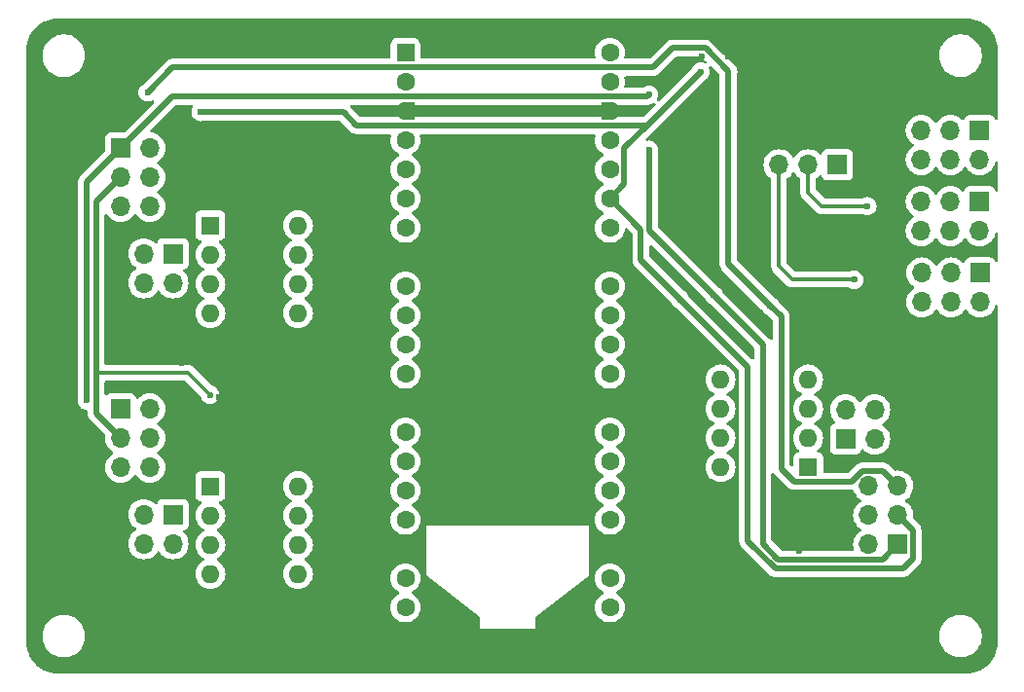
<source format=gbr>
%TF.GenerationSoftware,KiCad,Pcbnew,8.0.6+1*%
%TF.CreationDate,2024-12-27T01:31:39-08:00*%
%TF.ProjectId,pico-logic-analyzer,7069636f-2d6c-46f6-9769-632d616e616c,rev?*%
%TF.SameCoordinates,Original*%
%TF.FileFunction,Copper,L4,Bot*%
%TF.FilePolarity,Positive*%
%FSLAX46Y46*%
G04 Gerber Fmt 4.6, Leading zero omitted, Abs format (unit mm)*
G04 Created by KiCad (PCBNEW 8.0.6+1) date 2024-12-27 01:31:39*
%MOMM*%
%LPD*%
G01*
G04 APERTURE LIST*
G04 Aperture macros list*
%AMRoundRect*
0 Rectangle with rounded corners*
0 $1 Rounding radius*
0 $2 $3 $4 $5 $6 $7 $8 $9 X,Y pos of 4 corners*
0 Add a 4 corners polygon primitive as box body*
4,1,4,$2,$3,$4,$5,$6,$7,$8,$9,$2,$3,0*
0 Add four circle primitives for the rounded corners*
1,1,$1+$1,$2,$3*
1,1,$1+$1,$4,$5*
1,1,$1+$1,$6,$7*
1,1,$1+$1,$8,$9*
0 Add four rect primitives between the rounded corners*
20,1,$1+$1,$2,$3,$4,$5,0*
20,1,$1+$1,$4,$5,$6,$7,0*
20,1,$1+$1,$6,$7,$8,$9,0*
20,1,$1+$1,$8,$9,$2,$3,0*%
%AMFreePoly0*
4,1,28,0.605014,0.794986,0.644504,0.794986,0.724698,0.756366,0.780194,0.686777,0.800000,0.600000,0.800000,-0.600000,0.780194,-0.686777,0.724698,-0.756366,0.644504,-0.794986,0.605014,-0.794986,0.600000,-0.800000,0.000000,-0.800000,-0.178017,-0.779942,-0.347107,-0.720775,-0.498792,-0.625465,-0.625465,-0.498792,-0.720775,-0.347107,-0.779942,-0.178017,-0.800000,0.000000,-0.779942,0.178017,
-0.720775,0.347107,-0.625465,0.498792,-0.498792,0.625465,-0.347107,0.720775,-0.178017,0.779942,0.000000,0.800000,0.600000,0.800000,0.605014,0.794986,0.605014,0.794986,$1*%
%AMFreePoly1*
4,1,28,0.178017,0.779942,0.347107,0.720775,0.498792,0.625465,0.625465,0.498792,0.720775,0.347107,0.779942,0.178017,0.800000,0.000000,0.779942,-0.178017,0.720775,-0.347107,0.625465,-0.498792,0.498792,-0.625465,0.347107,-0.720775,0.178017,-0.779942,0.000000,-0.800000,-0.600000,-0.800000,-0.605014,-0.794986,-0.644504,-0.794986,-0.724698,-0.756366,-0.780194,-0.686777,-0.800000,-0.600000,
-0.800000,0.600000,-0.780194,0.686777,-0.724698,0.756366,-0.644504,0.794986,-0.605014,0.794986,-0.600000,0.800000,0.000000,0.800000,0.178017,0.779942,0.178017,0.779942,$1*%
G04 Aperture macros list end*
%TA.AperFunction,ComponentPad*%
%ADD10R,1.700000X1.700000*%
%TD*%
%TA.AperFunction,ComponentPad*%
%ADD11O,1.700000X1.700000*%
%TD*%
%TA.AperFunction,ComponentPad*%
%ADD12R,1.600000X1.600000*%
%TD*%
%TA.AperFunction,ComponentPad*%
%ADD13O,1.600000X1.600000*%
%TD*%
%TA.AperFunction,ComponentPad*%
%ADD14RoundRect,0.200000X-0.600000X-0.600000X0.600000X-0.600000X0.600000X0.600000X-0.600000X0.600000X0*%
%TD*%
%TA.AperFunction,ComponentPad*%
%ADD15C,1.600000*%
%TD*%
%TA.AperFunction,ComponentPad*%
%ADD16FreePoly0,0.000000*%
%TD*%
%TA.AperFunction,ComponentPad*%
%ADD17FreePoly1,0.000000*%
%TD*%
%TA.AperFunction,ViaPad*%
%ADD18C,0.600000*%
%TD*%
%TA.AperFunction,Conductor*%
%ADD19C,0.500000*%
%TD*%
%TA.AperFunction,Conductor*%
%ADD20C,0.350000*%
%TD*%
G04 APERTURE END LIST*
D10*
%TO.P,J11,1,Pin_1*%
%TO.N,GND*%
X201850000Y-107500000D03*
%TD*%
%TO.P,J5,1,Pin_1*%
%TO.N,/Buffer Block B/A2*%
X139000000Y-72730000D03*
D11*
%TO.P,J5,2,Pin_2*%
%TO.N,/Buffer Block B/A3*%
X136460000Y-72730000D03*
%TO.P,J5,3,Pin_3*%
%TO.N,/Buffer Block B/A0*%
X139000000Y-75270000D03*
%TO.P,J5,4,Pin_4*%
%TO.N,/Buffer Block B/A1*%
X136460000Y-75270000D03*
%TO.P,J5,5,Pin_5*%
%TO.N,GND*%
X139000000Y-77810000D03*
%TO.P,J5,6,Pin_6*%
X136460000Y-77810000D03*
%TD*%
D10*
%TO.P,J1,1,Pin_1*%
%TO.N,/A2_IN*%
X196790000Y-65000000D03*
D11*
%TO.P,J1,2,Pin_2*%
%TO.N,GND*%
X196790000Y-62460000D03*
%TO.P,J1,3,Pin_3*%
%TO.N,/A1_IN*%
X194250000Y-65000000D03*
%TO.P,J1,4,Pin_4*%
%TO.N,GND*%
X194250000Y-62460000D03*
%TO.P,J1,5,Pin_5*%
%TO.N,/A0_IN*%
X191710000Y-65000000D03*
%TO.P,J1,6,Pin_6*%
%TO.N,GND*%
X191710000Y-62460000D03*
%TD*%
D10*
%TO.P,J3,1,Pin_1*%
%TO.N,/Buffer Block A/A2*%
X139000000Y-95420000D03*
D11*
%TO.P,J3,2,Pin_2*%
%TO.N,/Buffer Block A/A3*%
X136460000Y-95420000D03*
%TO.P,J3,3,Pin_3*%
%TO.N,/Buffer Block A/A0*%
X139000000Y-97960000D03*
%TO.P,J3,4,Pin_4*%
%TO.N,/Buffer Block A/A1*%
X136460000Y-97960000D03*
%TO.P,J3,5,Pin_5*%
%TO.N,GND*%
X139000000Y-100500000D03*
%TO.P,J3,6,Pin_6*%
X136460000Y-100500000D03*
%TD*%
D10*
%TO.P,J4,1,Pin_1*%
%TO.N,/+5V_REG*%
X134450000Y-63535000D03*
D11*
%TO.P,J4,2,Pin_2*%
%TO.N,/Buffer Block B/VCCA_SEL*%
X136990000Y-63535000D03*
%TO.P,J4,3,Pin_3*%
%TO.N,/+3.3V_REG*%
X134450000Y-66075000D03*
%TO.P,J4,4,Pin_4*%
%TO.N,/Buffer Block B/VCCA_SEL*%
X136990000Y-66075000D03*
%TO.P,J4,5,Pin_5*%
%TO.N,/+1.8V_REG*%
X134450000Y-68615000D03*
%TO.P,J4,6,Pin_6*%
%TO.N,/Buffer Block B/VCCA_SEL*%
X136990000Y-68615000D03*
%TD*%
D12*
%TO.P,SW3,1*%
%TO.N,/Buffer Block B/A0_{CL}*%
X142250000Y-70270000D03*
D13*
%TO.P,SW3,2*%
%TO.N,/Buffer Block B/A1_{CL}*%
X142250000Y-72810000D03*
%TO.P,SW3,3*%
%TO.N,/Buffer Block B/A2_{CL}*%
X142250000Y-75350000D03*
%TO.P,SW3,4*%
%TO.N,/Buffer Block B/A3_{CL}*%
X142250000Y-77890000D03*
%TO.P,SW3,5*%
%TO.N,Net-(RN2D-R4.1)*%
X149870000Y-77890000D03*
%TO.P,SW3,6*%
%TO.N,Net-(RN2C-R3.1)*%
X149870000Y-75350000D03*
%TO.P,SW3,7*%
%TO.N,Net-(RN2A-R1.1)*%
X149870000Y-72810000D03*
%TO.P,SW3,8*%
%TO.N,Net-(RN2B-R2.1)*%
X149870000Y-70270000D03*
%TD*%
D10*
%TO.P,J6,1,Pin_1*%
%TO.N,/+5V_REG*%
X202050000Y-98025000D03*
D11*
%TO.P,J6,2,Pin_2*%
%TO.N,/Buffer Block C/VCCA_SEL*%
X199510000Y-98025000D03*
%TO.P,J6,3,Pin_3*%
%TO.N,/+3.3V_REG*%
X202050000Y-95485000D03*
%TO.P,J6,4,Pin_4*%
%TO.N,/Buffer Block C/VCCA_SEL*%
X199510000Y-95485000D03*
%TO.P,J6,5,Pin_5*%
%TO.N,/+1.8V_REG*%
X202050000Y-92945000D03*
%TO.P,J6,6,Pin_6*%
%TO.N,/Buffer Block C/VCCA_SEL*%
X199510000Y-92945000D03*
%TD*%
D12*
%TO.P,SW4,1*%
%TO.N,/Buffer Block C/A0_{CL}*%
X194250000Y-91290000D03*
D13*
%TO.P,SW4,2*%
%TO.N,/Buffer Block C/A1_{CL}*%
X194250000Y-88750000D03*
%TO.P,SW4,3*%
%TO.N,/Buffer Block C/A2_{CL}*%
X194250000Y-86210000D03*
%TO.P,SW4,4*%
%TO.N,/Buffer Block C/A3_{CL}*%
X194250000Y-83670000D03*
%TO.P,SW4,5*%
%TO.N,Net-(RN3D-R4.1)*%
X186630000Y-83670000D03*
%TO.P,SW4,6*%
%TO.N,Net-(RN3C-R3.1)*%
X186630000Y-86210000D03*
%TO.P,SW4,7*%
%TO.N,Net-(RN3A-R1.1)*%
X186630000Y-88750000D03*
%TO.P,SW4,8*%
%TO.N,Net-(RN3B-R2.1)*%
X186630000Y-91290000D03*
%TD*%
D10*
%TO.P,J2,1,Pin_1*%
%TO.N,/+5V_REG*%
X134450000Y-86225000D03*
D11*
%TO.P,J2,2,Pin_2*%
%TO.N,/Buffer Block A/VCCA_SEL*%
X136990000Y-86225000D03*
%TO.P,J2,3,Pin_3*%
%TO.N,/+3.3V_REG*%
X134450000Y-88765000D03*
%TO.P,J2,4,Pin_4*%
%TO.N,/Buffer Block A/VCCA_SEL*%
X136990000Y-88765000D03*
%TO.P,J2,5,Pin_5*%
%TO.N,/+1.8V_REG*%
X134450000Y-91305000D03*
%TO.P,J2,6,Pin_6*%
%TO.N,/Buffer Block A/VCCA_SEL*%
X136990000Y-91305000D03*
%TD*%
D10*
%TO.P,J10,1,Pin_1*%
%TO.N,Net-(J10-Pin_1)*%
X209200000Y-74400000D03*
D11*
%TO.P,J10,2,Pin_2*%
%TO.N,/A0_DIV*%
X209200000Y-76940000D03*
%TO.P,J10,3,Pin_3*%
%TO.N,/Analog Divider Selector 0/half_sel*%
X206660000Y-74400000D03*
%TO.P,J10,4,Pin_4*%
%TO.N,/A0_DIV*%
X206660000Y-76940000D03*
%TO.P,J10,5,Pin_5*%
%TO.N,/Analog Divider Selector 0/eleventh_sel*%
X204120000Y-74400000D03*
%TO.P,J10,6,Pin_6*%
%TO.N,/A0_DIV*%
X204120000Y-76940000D03*
%TD*%
D10*
%TO.P,J8,1,Pin_1*%
%TO.N,Net-(J8-Pin_1)*%
X209170000Y-61990000D03*
D11*
%TO.P,J8,2,Pin_2*%
%TO.N,/A2_DIV*%
X209170000Y-64530000D03*
%TO.P,J8,3,Pin_3*%
%TO.N,/Analog Divider Selector 2/half_sel*%
X206630000Y-61990000D03*
%TO.P,J8,4,Pin_4*%
%TO.N,/A2_DIV*%
X206630000Y-64530000D03*
%TO.P,J8,5,Pin_5*%
%TO.N,/Analog Divider Selector 2/eleventh_sel*%
X204090000Y-61990000D03*
%TO.P,J8,6,Pin_6*%
%TO.N,/A2_DIV*%
X204090000Y-64530000D03*
%TD*%
D10*
%TO.P,J7,1,Pin_1*%
%TO.N,/Buffer Block C/A2*%
X197500000Y-88830000D03*
D11*
%TO.P,J7,2,Pin_2*%
%TO.N,/Buffer Block C/A3*%
X200040000Y-88830000D03*
%TO.P,J7,3,Pin_3*%
%TO.N,/Buffer Block C/A0*%
X197500000Y-86290000D03*
%TO.P,J7,4,Pin_4*%
%TO.N,/Buffer Block C/A1*%
X200040000Y-86290000D03*
%TO.P,J7,5,Pin_5*%
%TO.N,GND*%
X197500000Y-83750000D03*
%TO.P,J7,6,Pin_6*%
X200040000Y-83750000D03*
%TD*%
D10*
%TO.P,J9,1,Pin_1*%
%TO.N,Net-(J9-Pin_1)*%
X209170000Y-68200000D03*
D11*
%TO.P,J9,2,Pin_2*%
%TO.N,/A1_DIV*%
X209170000Y-70740000D03*
%TO.P,J9,3,Pin_3*%
%TO.N,/Analog Divider Selector 1/half_sel*%
X206630000Y-68200000D03*
%TO.P,J9,4,Pin_4*%
%TO.N,/A1_DIV*%
X206630000Y-70740000D03*
%TO.P,J9,5,Pin_5*%
%TO.N,/Analog Divider Selector 1/eleventh_sel*%
X204090000Y-68200000D03*
%TO.P,J9,6,Pin_6*%
%TO.N,/A1_DIV*%
X204090000Y-70740000D03*
%TD*%
D14*
%TO.P,A1,1,GPIO0*%
%TO.N,unconnected-(A1-GPIO0-Pad1)*%
X159220000Y-55240000D03*
D15*
%TO.P,A1,2,GPIO1*%
%TO.N,unconnected-(A1-GPIO1-Pad2)*%
X159220000Y-57780000D03*
D16*
%TO.P,A1,3,GND*%
%TO.N,GND*%
X159220000Y-60320000D03*
D15*
%TO.P,A1,4,GPIO2*%
%TO.N,/B0 {slash} IO02*%
X159220000Y-62860000D03*
%TO.P,A1,5,GPIO3*%
%TO.N,/B1 {slash} IO03*%
X159220000Y-65400000D03*
%TO.P,A1,6,GPIO4*%
%TO.N,/B2 {slash} IO04*%
X159220000Y-67940000D03*
%TO.P,A1,7,GPIO5*%
%TO.N,/B3 {slash} IO05*%
X159220000Y-70480000D03*
D16*
%TO.P,A1,8,GND*%
%TO.N,GND*%
X159220000Y-73020000D03*
D15*
%TO.P,A1,9,GPIO6*%
%TO.N,unconnected-(A1-GPIO6-Pad9)*%
X159220000Y-75560000D03*
%TO.P,A1,10,GPIO7*%
%TO.N,unconnected-(A1-GPIO7-Pad10)*%
X159220000Y-78100000D03*
%TO.P,A1,11,GPIO8*%
%TO.N,unconnected-(A1-GPIO8-Pad11)*%
X159220000Y-80640000D03*
%TO.P,A1,12,GPIO9*%
%TO.N,unconnected-(A1-GPIO9-Pad12)*%
X159220000Y-83180000D03*
D16*
%TO.P,A1,13,GND*%
%TO.N,GND*%
X159220000Y-85720000D03*
D15*
%TO.P,A1,14,GPIO10*%
%TO.N,unconnected-(A1-GPIO10-Pad14)*%
X159220000Y-88260000D03*
%TO.P,A1,15,GPIO11*%
%TO.N,unconnected-(A1-GPIO11-Pad15)*%
X159220000Y-90800000D03*
%TO.P,A1,16,GPIO12*%
%TO.N,/A0 {slash} IO12*%
X159220000Y-93340000D03*
%TO.P,A1,17,GPIO13*%
%TO.N,/A1 {slash} IO13*%
X159220000Y-95880000D03*
D16*
%TO.P,A1,18,GND*%
%TO.N,GND*%
X159220000Y-98420000D03*
D15*
%TO.P,A1,19,GPIO14*%
%TO.N,/A2 {slash} IO14*%
X159220000Y-100960000D03*
%TO.P,A1,20,GPIO15*%
%TO.N,/A3 {slash} IO15*%
X159220000Y-103500000D03*
%TO.P,A1,21,GPIO16*%
%TO.N,/C0 {slash} IO16*%
X177000000Y-103500000D03*
%TO.P,A1,22,GPIO17*%
%TO.N,/C1 {slash} IO17*%
X177000000Y-100960000D03*
D17*
%TO.P,A1,23,GND*%
%TO.N,GND*%
X177000000Y-98420000D03*
D15*
%TO.P,A1,24,GPIO18*%
%TO.N,/C2 {slash} IO018*%
X177000000Y-95880000D03*
%TO.P,A1,25,GPIO19*%
%TO.N,/C3 {slash} IO019*%
X177000000Y-93340000D03*
%TO.P,A1,26,GPIO20*%
%TO.N,unconnected-(A1-GPIO20-Pad26)*%
X177000000Y-90800000D03*
%TO.P,A1,27,GPIO21*%
%TO.N,unconnected-(A1-GPIO21-Pad27)*%
X177000000Y-88260000D03*
D17*
%TO.P,A1,28,GND*%
%TO.N,GND*%
X177000000Y-85720000D03*
D15*
%TO.P,A1,29,GPIO22*%
%TO.N,unconnected-(A1-GPIO22-Pad29)*%
X177000000Y-83180000D03*
%TO.P,A1,30,RUN*%
%TO.N,Net-(A1-RUN)*%
X177000000Y-80640000D03*
%TO.P,A1,31,GPIO26_ADC0*%
%TO.N,/A0_DIV*%
X177000000Y-78100000D03*
%TO.P,A1,32,GPIO27_ADC1*%
%TO.N,/A1_DIV*%
X177000000Y-75560000D03*
D17*
%TO.P,A1,33,AGND*%
%TO.N,GND*%
X177000000Y-73020000D03*
D15*
%TO.P,A1,34,GPIO28_ADC2*%
%TO.N,/A2_DIV*%
X177000000Y-70480000D03*
%TO.P,A1,35,ADC_VREF*%
%TO.N,/+3.3V_REG*%
X177000000Y-67940000D03*
%TO.P,A1,36,3V3*%
%TO.N,+3V3*%
X177000000Y-65400000D03*
%TO.P,A1,37,3V3_EN*%
%TO.N,unconnected-(A1-3V3_EN-Pad37)*%
X177000000Y-62860000D03*
D17*
%TO.P,A1,38,GND*%
%TO.N,GND*%
X177000000Y-60320000D03*
D15*
%TO.P,A1,39,VSYS*%
%TO.N,unconnected-(A1-VSYS-Pad39)*%
X177000000Y-57780000D03*
%TO.P,A1,40,VBUS*%
%TO.N,unconnected-(A1-VBUS-Pad40)*%
X177000000Y-55240000D03*
%TD*%
D12*
%TO.P,SW2,1*%
%TO.N,/Buffer Block A/A0_{CL}*%
X142250000Y-92960000D03*
D13*
%TO.P,SW2,2*%
%TO.N,/Buffer Block A/A1_{CL}*%
X142250000Y-95500000D03*
%TO.P,SW2,3*%
%TO.N,/Buffer Block A/A2_{CL}*%
X142250000Y-98040000D03*
%TO.P,SW2,4*%
%TO.N,/Buffer Block A/A3_{CL}*%
X142250000Y-100580000D03*
%TO.P,SW2,5*%
%TO.N,Net-(RN1D-R4.1)*%
X149870000Y-100580000D03*
%TO.P,SW2,6*%
%TO.N,Net-(RN1C-R3.1)*%
X149870000Y-98040000D03*
%TO.P,SW2,7*%
%TO.N,Net-(RN1A-R1.1)*%
X149870000Y-95500000D03*
%TO.P,SW2,8*%
%TO.N,Net-(RN1B-R2.1)*%
X149870000Y-92960000D03*
%TD*%
D18*
%TO.N,GND*%
X199250000Y-79500000D03*
X193500000Y-96600000D03*
X185000000Y-55600000D03*
X143000000Y-85200000D03*
X187250000Y-55600000D03*
X134500000Y-82000000D03*
X182600000Y-74700000D03*
X134750000Y-107500000D03*
X187400000Y-94900000D03*
X140000000Y-107500000D03*
X185500000Y-62350000D03*
X143000000Y-62600000D03*
X184675000Y-67304739D03*
X148900000Y-66800000D03*
X195750000Y-80000000D03*
X147800000Y-90900000D03*
X143000000Y-87400000D03*
X139750000Y-82250000D03*
X143000000Y-64700000D03*
X183250000Y-56850000D03*
X193500000Y-98575000D03*
%TO.N,/+3.3V_REG*%
X142227009Y-84993869D03*
X141400000Y-60400000D03*
X183100000Y-76700000D03*
X184900000Y-56900000D03*
X194900000Y-100100000D03*
%TO.N,/+1.8V_REG*%
X190950000Y-77250000D03*
X136800000Y-58700000D03*
X187300000Y-56900000D03*
%TO.N,/+5V_REG*%
X186050000Y-76350000D03*
X131500000Y-85500000D03*
X180400000Y-58900000D03*
X180400000Y-63700000D03*
%TO.N,/A1_IN*%
X199400000Y-68600000D03*
%TO.N,/A0_IN*%
X198250000Y-75000000D03*
%TD*%
D19*
%TO.N,/+3.3V_REG*%
X177000000Y-67940000D02*
X178250000Y-66690000D01*
X132300000Y-86615000D02*
X132300000Y-83100000D01*
X183100000Y-76700000D02*
X179700000Y-73300000D01*
X178250000Y-63550000D02*
X180300000Y-61500000D01*
X153800000Y-60400000D02*
X154980031Y-61580031D01*
X178250000Y-66690000D02*
X178250000Y-63550000D01*
X132300000Y-83100000D02*
X132300000Y-68225000D01*
X141400000Y-60400000D02*
X153800000Y-60400000D01*
X179700000Y-73300000D02*
X179700000Y-70640000D01*
X202500000Y-100100000D02*
X194900000Y-100100000D01*
X180219969Y-61580031D02*
X180300000Y-61500000D01*
D20*
X142227009Y-84993869D02*
X140333140Y-83100000D01*
D19*
X180300000Y-61500000D02*
X184900000Y-56900000D01*
X189000000Y-82600000D02*
X183100000Y-76700000D01*
X179700000Y-70640000D02*
X177000000Y-67940000D01*
X189000000Y-97700000D02*
X189000000Y-82600000D01*
X134450000Y-88765000D02*
X132300000Y-86615000D01*
X202050000Y-95485000D02*
X203350000Y-96785000D01*
X203350000Y-99250000D02*
X202500000Y-100100000D01*
X191400000Y-100100000D02*
X189000000Y-97700000D01*
D20*
X140333140Y-83100000D02*
X132300000Y-83100000D01*
D19*
X203350000Y-96785000D02*
X203350000Y-99250000D01*
X194900000Y-100100000D02*
X191400000Y-100100000D01*
X132300000Y-68225000D02*
X134450000Y-66075000D01*
X154980031Y-61580031D02*
X180219969Y-61580031D01*
%TO.N,/+1.8V_REG*%
X180750000Y-56530000D02*
X182430000Y-54850000D01*
X187300000Y-56900000D02*
X187300000Y-73600000D01*
X198971522Y-91645000D02*
X200750000Y-91645000D01*
X193000000Y-92540000D02*
X198076522Y-92540000D01*
X200750000Y-91645000D02*
X202050000Y-92945000D01*
X191900000Y-91440000D02*
X193000000Y-92540000D01*
X191900000Y-78200000D02*
X191900000Y-91440000D01*
X182430000Y-54850000D02*
X185310661Y-54850000D01*
X187300000Y-73600000D02*
X190950000Y-77250000D01*
X198076522Y-92540000D02*
X198971522Y-91645000D01*
X190950000Y-77250000D02*
X191900000Y-78200000D01*
X136800000Y-58700000D02*
X138970000Y-56530000D01*
X138970000Y-56530000D02*
X180750000Y-56530000D01*
X185310661Y-54850000D02*
X187300000Y-56839339D01*
X187300000Y-56839339D02*
X187300000Y-56900000D01*
%TO.N,/+5V_REG*%
X180270000Y-59030000D02*
X180400000Y-58900000D01*
X134450000Y-63535000D02*
X138955000Y-59030000D01*
X131500000Y-85500000D02*
X131500000Y-66485000D01*
X202050000Y-98025000D02*
X200750000Y-99325000D01*
X191625000Y-99325000D02*
X190300000Y-98000000D01*
X131500000Y-66485000D02*
X134450000Y-63535000D01*
X200750000Y-99325000D02*
X191625000Y-99325000D01*
X190300000Y-98000000D02*
X190300000Y-80600000D01*
X190300000Y-80600000D02*
X186050000Y-76350000D01*
X180400000Y-70700000D02*
X180400000Y-63700000D01*
X180400000Y-70700000D02*
X186050000Y-76350000D01*
X138955000Y-59030000D02*
X180270000Y-59030000D01*
D20*
%TO.N,/A1_IN*%
X195400000Y-68600000D02*
X194250000Y-67450000D01*
X194250000Y-67450000D02*
X194250000Y-65000000D01*
X199400000Y-68600000D02*
X195400000Y-68600000D01*
%TO.N,/A0_IN*%
X192900000Y-75000000D02*
X198250000Y-75000000D01*
X192900000Y-75000000D02*
X191710000Y-73810000D01*
X191710000Y-73810000D02*
X191710000Y-65000000D01*
%TD*%
%TA.AperFunction,Conductor*%
%TO.N,GND*%
G36*
X191255703Y-91834557D02*
G01*
X191277599Y-91859375D01*
X191317048Y-91918416D01*
X191317052Y-91918420D01*
X191317052Y-91918421D01*
X192521584Y-93122952D01*
X192521589Y-93122956D01*
X192582887Y-93163913D01*
X192582888Y-93163913D01*
X192644508Y-93205086D01*
X192781082Y-93261656D01*
X192781087Y-93261658D01*
X192781091Y-93261658D01*
X192781092Y-93261659D01*
X192926079Y-93290500D01*
X198109286Y-93290500D01*
X198176325Y-93310185D01*
X198222080Y-93362989D01*
X198229060Y-93382405D01*
X198236092Y-93408649D01*
X198236095Y-93408658D01*
X198236097Y-93408663D01*
X198240000Y-93417032D01*
X198335965Y-93622830D01*
X198335967Y-93622834D01*
X198444281Y-93777521D01*
X198471501Y-93816396D01*
X198471506Y-93816402D01*
X198638597Y-93983493D01*
X198638603Y-93983498D01*
X198824158Y-94113425D01*
X198867783Y-94168002D01*
X198874977Y-94237500D01*
X198843454Y-94299855D01*
X198824158Y-94316575D01*
X198638597Y-94446505D01*
X198471505Y-94613597D01*
X198335965Y-94807169D01*
X198335964Y-94807171D01*
X198236098Y-95021335D01*
X198236094Y-95021344D01*
X198174938Y-95249586D01*
X198174936Y-95249596D01*
X198154341Y-95484999D01*
X198154341Y-95485000D01*
X198174936Y-95720403D01*
X198174938Y-95720413D01*
X198236094Y-95948655D01*
X198236096Y-95948659D01*
X198236097Y-95948663D01*
X198240000Y-95957032D01*
X198335965Y-96162830D01*
X198335967Y-96162834D01*
X198425987Y-96291395D01*
X198471501Y-96356396D01*
X198471506Y-96356402D01*
X198638597Y-96523493D01*
X198638603Y-96523498D01*
X198824158Y-96653425D01*
X198867783Y-96708002D01*
X198874977Y-96777500D01*
X198843454Y-96839855D01*
X198824158Y-96856575D01*
X198638597Y-96986505D01*
X198471505Y-97153597D01*
X198335965Y-97347169D01*
X198335964Y-97347171D01*
X198236098Y-97561335D01*
X198236094Y-97561344D01*
X198174938Y-97789586D01*
X198174936Y-97789596D01*
X198154341Y-98024999D01*
X198154341Y-98025000D01*
X198174936Y-98260403D01*
X198174938Y-98260413D01*
X198217272Y-98418407D01*
X198215609Y-98488257D01*
X198176446Y-98546119D01*
X198112218Y-98573623D01*
X198097497Y-98574500D01*
X191987230Y-98574500D01*
X191920191Y-98554815D01*
X191899549Y-98538181D01*
X191086819Y-97725451D01*
X191053334Y-97664128D01*
X191050500Y-97637770D01*
X191050500Y-91928270D01*
X191070185Y-91861231D01*
X191122989Y-91815476D01*
X191192147Y-91805532D01*
X191255703Y-91834557D01*
G37*
%TD.AperFunction*%
%TA.AperFunction,Conductor*%
G36*
X180655703Y-72017516D02*
G01*
X180662181Y-72023548D01*
X185296692Y-76658059D01*
X185319358Y-76694125D01*
X185321188Y-76693244D01*
X185324209Y-76699518D01*
X185324211Y-76699522D01*
X185420184Y-76852262D01*
X185547738Y-76979816D01*
X185700478Y-77075789D01*
X185700483Y-77075792D01*
X185706753Y-77078812D01*
X185705866Y-77080652D01*
X185741939Y-77103307D01*
X189513181Y-80874548D01*
X189546666Y-80935871D01*
X189549500Y-80962229D01*
X189549500Y-81788770D01*
X189529815Y-81855809D01*
X189477011Y-81901564D01*
X189407853Y-81911508D01*
X189344297Y-81882483D01*
X189337819Y-81876451D01*
X183853307Y-76391939D01*
X183830653Y-76355869D01*
X183828813Y-76356756D01*
X183825792Y-76350484D01*
X183825789Y-76350480D01*
X183825789Y-76350478D01*
X183729816Y-76197738D01*
X183602262Y-76070184D01*
X183449522Y-75974211D01*
X183449518Y-75974209D01*
X183443244Y-75971188D01*
X183444125Y-75969358D01*
X183408059Y-75946692D01*
X180486819Y-73025451D01*
X180453334Y-72964128D01*
X180450500Y-72937770D01*
X180450500Y-72111229D01*
X180470185Y-72044190D01*
X180522989Y-71998435D01*
X180592147Y-71988491D01*
X180655703Y-72017516D01*
G37*
%TD.AperFunction*%
%TA.AperFunction,Conductor*%
G36*
X185793571Y-56408672D02*
G01*
X185835558Y-56436265D01*
X186513181Y-57113887D01*
X186546666Y-57175210D01*
X186549500Y-57201568D01*
X186549500Y-73673918D01*
X186549500Y-73673920D01*
X186549499Y-73673920D01*
X186578340Y-73818907D01*
X186578343Y-73818917D01*
X186633883Y-73953002D01*
X186634916Y-73955495D01*
X186649619Y-73977500D01*
X186662044Y-73996096D01*
X186717049Y-74078418D01*
X186717052Y-74078421D01*
X190196692Y-77558059D01*
X190219358Y-77594125D01*
X190221188Y-77593244D01*
X190224209Y-77599518D01*
X190224211Y-77599522D01*
X190320184Y-77752262D01*
X190447738Y-77879816D01*
X190600478Y-77975789D01*
X190600480Y-77975789D01*
X190600484Y-77975792D01*
X190606756Y-77978813D01*
X190605869Y-77980653D01*
X190641939Y-78003307D01*
X191113181Y-78474549D01*
X191146666Y-78535872D01*
X191149500Y-78562230D01*
X191149500Y-80111729D01*
X191129815Y-80178768D01*
X191077011Y-80224523D01*
X191007853Y-80234467D01*
X190944297Y-80205442D01*
X190922398Y-80180620D01*
X190882952Y-80121585D01*
X190873096Y-80111729D01*
X190778416Y-80017049D01*
X186803307Y-76041939D01*
X186780652Y-76005866D01*
X186778812Y-76006753D01*
X186775792Y-76000483D01*
X186747742Y-75955842D01*
X186679816Y-75847738D01*
X186552262Y-75720184D01*
X186399522Y-75624211D01*
X186399518Y-75624209D01*
X186393244Y-75621188D01*
X186394125Y-75619358D01*
X186358059Y-75596692D01*
X181186819Y-70425451D01*
X181153334Y-70364128D01*
X181150500Y-70337770D01*
X181150500Y-63999972D01*
X181157458Y-63959017D01*
X181185368Y-63879255D01*
X181185369Y-63879249D01*
X181205565Y-63700003D01*
X181205565Y-63699996D01*
X181185369Y-63520750D01*
X181185368Y-63520745D01*
X181175135Y-63491501D01*
X181125789Y-63350478D01*
X181119519Y-63340500D01*
X181086582Y-63288080D01*
X181029816Y-63197738D01*
X180902262Y-63070184D01*
X180749523Y-62974211D01*
X180579254Y-62914631D01*
X180579249Y-62914630D01*
X180400004Y-62894435D01*
X180399996Y-62894435D01*
X180264084Y-62909748D01*
X180195262Y-62897693D01*
X180143883Y-62850344D01*
X180126259Y-62782734D01*
X180147986Y-62716328D01*
X180162515Y-62698852D01*
X180882952Y-61978416D01*
X180882952Y-61978415D01*
X185208059Y-57653306D01*
X185244132Y-57630657D01*
X185243244Y-57628813D01*
X185249515Y-57625792D01*
X185249516Y-57625790D01*
X185249522Y-57625789D01*
X185402262Y-57529816D01*
X185529816Y-57402262D01*
X185625789Y-57249522D01*
X185685368Y-57079255D01*
X185689573Y-57041936D01*
X185705565Y-56900003D01*
X185705565Y-56899996D01*
X185685369Y-56720750D01*
X185685366Y-56720737D01*
X185630836Y-56564901D01*
X185627274Y-56495122D01*
X185662002Y-56434495D01*
X185723995Y-56402267D01*
X185793571Y-56408672D01*
G37*
%TD.AperFunction*%
%TA.AperFunction,Conductor*%
G36*
X180929316Y-59598425D02*
G01*
X180974530Y-59651692D01*
X180983769Y-59720948D01*
X180954098Y-59784205D01*
X180948898Y-59789733D01*
X179945420Y-60793212D01*
X179884097Y-60826697D01*
X179857739Y-60829531D01*
X155342261Y-60829531D01*
X155275222Y-60809846D01*
X155254580Y-60793212D01*
X154453550Y-59992181D01*
X154420065Y-59930858D01*
X154425049Y-59861166D01*
X154466921Y-59805233D01*
X154532385Y-59780816D01*
X154541231Y-59780500D01*
X180343920Y-59780500D01*
X180441462Y-59761096D01*
X180488913Y-59751658D01*
X180625495Y-59695084D01*
X180674729Y-59662186D01*
X180693781Y-59649455D01*
X180721715Y-59635518D01*
X180749522Y-59625789D01*
X180795246Y-59597058D01*
X180862480Y-59578058D01*
X180929316Y-59598425D01*
G37*
%TD.AperFunction*%
%TA.AperFunction,Conductor*%
G36*
X185015470Y-55620185D02*
G01*
X185036112Y-55636819D01*
X185363734Y-55964441D01*
X185397219Y-56025763D01*
X185392235Y-56095454D01*
X185350364Y-56151388D01*
X185284899Y-56175805D01*
X185235099Y-56169163D01*
X185079257Y-56114632D01*
X185079249Y-56114630D01*
X184900004Y-56094435D01*
X184899996Y-56094435D01*
X184720750Y-56114630D01*
X184720745Y-56114631D01*
X184550476Y-56174211D01*
X184397737Y-56270184D01*
X184270184Y-56397737D01*
X184174208Y-56550483D01*
X184171186Y-56556758D01*
X184169361Y-56555878D01*
X184146692Y-56591939D01*
X181289735Y-59448896D01*
X181228412Y-59482381D01*
X181158720Y-59477397D01*
X181102787Y-59435525D01*
X181078370Y-59370061D01*
X181093222Y-59301788D01*
X181097061Y-59295242D01*
X181125788Y-59249524D01*
X181144809Y-59195166D01*
X181185368Y-59079255D01*
X181185369Y-59079249D01*
X181205565Y-58900003D01*
X181205565Y-58899996D01*
X181185369Y-58720750D01*
X181185368Y-58720745D01*
X181125788Y-58550476D01*
X181029815Y-58397737D01*
X180902262Y-58270184D01*
X180749523Y-58174211D01*
X180579254Y-58114631D01*
X180579249Y-58114630D01*
X180400004Y-58094435D01*
X180399996Y-58094435D01*
X180220750Y-58114630D01*
X180220745Y-58114631D01*
X180050477Y-58174211D01*
X179998277Y-58207011D01*
X179914241Y-58259815D01*
X179913160Y-58260494D01*
X179847188Y-58279500D01*
X178374137Y-58279500D01*
X178307098Y-58259815D01*
X178261343Y-58207011D01*
X178251399Y-58137853D01*
X178254362Y-58123407D01*
X178268622Y-58070184D01*
X178285635Y-58006692D01*
X178305468Y-57780000D01*
X178285635Y-57553308D01*
X178272308Y-57503573D01*
X178254362Y-57436593D01*
X178256025Y-57366743D01*
X178295188Y-57308881D01*
X178359417Y-57281377D01*
X178374137Y-57280500D01*
X180823920Y-57280500D01*
X180946823Y-57256052D01*
X180968913Y-57251658D01*
X181105495Y-57195084D01*
X181184615Y-57142218D01*
X181228416Y-57112952D01*
X182704549Y-55636819D01*
X182765872Y-55603334D01*
X182792230Y-55600500D01*
X184948431Y-55600500D01*
X185015470Y-55620185D01*
G37*
%TD.AperFunction*%
%TA.AperFunction,Conductor*%
G36*
X208003471Y-52250695D02*
G01*
X208044188Y-52252981D01*
X208300900Y-52267397D01*
X208314703Y-52268953D01*
X208604953Y-52318269D01*
X208618510Y-52321363D01*
X208901413Y-52402866D01*
X208914537Y-52407459D01*
X209186527Y-52520120D01*
X209199049Y-52526149D01*
X209397673Y-52635925D01*
X209456726Y-52668563D01*
X209468500Y-52675961D01*
X209708604Y-52846323D01*
X209719476Y-52854993D01*
X209938997Y-53051169D01*
X209948830Y-53061002D01*
X210145006Y-53280523D01*
X210153676Y-53291395D01*
X210324038Y-53531499D01*
X210331436Y-53543273D01*
X210473846Y-53800943D01*
X210479879Y-53813472D01*
X210592540Y-54085462D01*
X210597133Y-54098586D01*
X210678636Y-54381489D01*
X210681730Y-54395046D01*
X210731045Y-54685288D01*
X210732602Y-54699106D01*
X210749305Y-54996527D01*
X210749500Y-55003480D01*
X210749500Y-60976386D01*
X210729815Y-61043425D01*
X210677011Y-61089180D01*
X210607853Y-61099124D01*
X210544297Y-61070099D01*
X210509318Y-61019719D01*
X210463797Y-60897671D01*
X210463793Y-60897664D01*
X210377547Y-60782455D01*
X210377544Y-60782452D01*
X210262335Y-60696206D01*
X210262328Y-60696202D01*
X210127482Y-60645908D01*
X210127483Y-60645908D01*
X210067883Y-60639501D01*
X210067881Y-60639500D01*
X210067873Y-60639500D01*
X210067864Y-60639500D01*
X208272129Y-60639500D01*
X208272123Y-60639501D01*
X208212516Y-60645908D01*
X208077671Y-60696202D01*
X208077664Y-60696206D01*
X207962455Y-60782452D01*
X207962452Y-60782455D01*
X207876206Y-60897664D01*
X207876203Y-60897669D01*
X207827189Y-61029083D01*
X207785317Y-61085016D01*
X207719853Y-61109433D01*
X207651580Y-61094581D01*
X207623326Y-61073430D01*
X207501402Y-60951506D01*
X207501395Y-60951501D01*
X207307834Y-60815967D01*
X207307830Y-60815965D01*
X207259036Y-60793212D01*
X207093663Y-60716097D01*
X207093659Y-60716096D01*
X207093655Y-60716094D01*
X206865413Y-60654938D01*
X206865403Y-60654936D01*
X206630001Y-60634341D01*
X206629999Y-60634341D01*
X206394596Y-60654936D01*
X206394586Y-60654938D01*
X206166344Y-60716094D01*
X206166335Y-60716098D01*
X205952171Y-60815964D01*
X205952169Y-60815965D01*
X205758597Y-60951505D01*
X205591505Y-61118597D01*
X205461575Y-61304158D01*
X205406998Y-61347783D01*
X205337500Y-61354977D01*
X205275145Y-61323454D01*
X205258425Y-61304158D01*
X205128494Y-61118597D01*
X204961402Y-60951506D01*
X204961395Y-60951501D01*
X204767834Y-60815967D01*
X204767830Y-60815965D01*
X204719036Y-60793212D01*
X204553663Y-60716097D01*
X204553659Y-60716096D01*
X204553655Y-60716094D01*
X204325413Y-60654938D01*
X204325403Y-60654936D01*
X204090001Y-60634341D01*
X204089999Y-60634341D01*
X203854596Y-60654936D01*
X203854586Y-60654938D01*
X203626344Y-60716094D01*
X203626335Y-60716098D01*
X203412171Y-60815964D01*
X203412169Y-60815965D01*
X203218597Y-60951505D01*
X203051505Y-61118597D01*
X202915965Y-61312169D01*
X202915964Y-61312171D01*
X202816098Y-61526335D01*
X202816094Y-61526344D01*
X202754938Y-61754586D01*
X202754936Y-61754596D01*
X202734341Y-61989999D01*
X202734341Y-61990000D01*
X202754936Y-62225403D01*
X202754938Y-62225413D01*
X202816094Y-62453655D01*
X202816096Y-62453659D01*
X202816097Y-62453663D01*
X202873851Y-62577517D01*
X202915965Y-62667830D01*
X202915967Y-62667834D01*
X202996422Y-62782734D01*
X203051501Y-62861396D01*
X203051506Y-62861402D01*
X203218597Y-63028493D01*
X203218603Y-63028498D01*
X203404158Y-63158425D01*
X203447783Y-63213002D01*
X203454977Y-63282500D01*
X203423454Y-63344855D01*
X203404158Y-63361575D01*
X203218597Y-63491505D01*
X203051505Y-63658597D01*
X202915965Y-63852169D01*
X202915964Y-63852171D01*
X202816098Y-64066335D01*
X202816094Y-64066344D01*
X202754938Y-64294586D01*
X202754936Y-64294596D01*
X202734341Y-64529999D01*
X202734341Y-64530000D01*
X202754936Y-64765403D01*
X202754938Y-64765413D01*
X202816094Y-64993655D01*
X202816096Y-64993659D01*
X202816097Y-64993663D01*
X202896004Y-65165023D01*
X202915965Y-65207830D01*
X202915967Y-65207834D01*
X203024281Y-65362521D01*
X203051505Y-65401401D01*
X203218599Y-65568495D01*
X203267830Y-65602967D01*
X203412165Y-65704032D01*
X203412167Y-65704033D01*
X203412170Y-65704035D01*
X203626337Y-65803903D01*
X203854592Y-65865063D01*
X204042918Y-65881539D01*
X204089999Y-65885659D01*
X204090000Y-65885659D01*
X204090001Y-65885659D01*
X204129234Y-65882226D01*
X204325408Y-65865063D01*
X204553663Y-65803903D01*
X204767830Y-65704035D01*
X204961401Y-65568495D01*
X205128495Y-65401401D01*
X205258425Y-65215842D01*
X205313002Y-65172217D01*
X205382500Y-65165023D01*
X205444855Y-65196546D01*
X205461575Y-65215842D01*
X205591500Y-65401395D01*
X205591505Y-65401401D01*
X205758599Y-65568495D01*
X205807830Y-65602967D01*
X205952165Y-65704032D01*
X205952167Y-65704033D01*
X205952170Y-65704035D01*
X206166337Y-65803903D01*
X206394592Y-65865063D01*
X206582918Y-65881539D01*
X206629999Y-65885659D01*
X206630000Y-65885659D01*
X206630001Y-65885659D01*
X206669234Y-65882226D01*
X206865408Y-65865063D01*
X207093663Y-65803903D01*
X207307830Y-65704035D01*
X207501401Y-65568495D01*
X207668495Y-65401401D01*
X207798425Y-65215842D01*
X207853002Y-65172217D01*
X207922500Y-65165023D01*
X207984855Y-65196546D01*
X208001575Y-65215842D01*
X208131500Y-65401395D01*
X208131505Y-65401401D01*
X208298599Y-65568495D01*
X208347830Y-65602967D01*
X208492165Y-65704032D01*
X208492167Y-65704033D01*
X208492170Y-65704035D01*
X208706337Y-65803903D01*
X208934592Y-65865063D01*
X209122918Y-65881539D01*
X209169999Y-65885659D01*
X209170000Y-65885659D01*
X209170001Y-65885659D01*
X209209234Y-65882226D01*
X209405408Y-65865063D01*
X209633663Y-65803903D01*
X209847830Y-65704035D01*
X210041401Y-65568495D01*
X210208495Y-65401401D01*
X210344035Y-65207830D01*
X210443903Y-64993663D01*
X210505063Y-64765408D01*
X210505063Y-64765407D01*
X210505725Y-64762937D01*
X210542090Y-64703276D01*
X210604936Y-64672747D01*
X210674312Y-64681041D01*
X210728190Y-64725527D01*
X210749465Y-64792078D01*
X210749500Y-64795030D01*
X210749500Y-67186386D01*
X210729815Y-67253425D01*
X210677011Y-67299180D01*
X210607853Y-67309124D01*
X210544297Y-67280099D01*
X210509318Y-67229719D01*
X210463797Y-67107671D01*
X210463793Y-67107664D01*
X210377547Y-66992455D01*
X210377544Y-66992452D01*
X210262335Y-66906206D01*
X210262328Y-66906202D01*
X210127482Y-66855908D01*
X210127483Y-66855908D01*
X210067883Y-66849501D01*
X210067881Y-66849500D01*
X210067873Y-66849500D01*
X210067864Y-66849500D01*
X208272129Y-66849500D01*
X208272123Y-66849501D01*
X208212516Y-66855908D01*
X208077671Y-66906202D01*
X208077664Y-66906206D01*
X207962455Y-66992452D01*
X207962452Y-66992455D01*
X207876206Y-67107664D01*
X207876203Y-67107669D01*
X207827189Y-67239083D01*
X207785317Y-67295016D01*
X207719853Y-67319433D01*
X207651580Y-67304581D01*
X207623326Y-67283430D01*
X207501402Y-67161506D01*
X207501395Y-67161501D01*
X207307834Y-67025967D01*
X207307830Y-67025965D01*
X207307828Y-67025964D01*
X207093663Y-66926097D01*
X207093659Y-66926096D01*
X207093655Y-66926094D01*
X206865413Y-66864938D01*
X206865403Y-66864936D01*
X206630001Y-66844341D01*
X206629999Y-66844341D01*
X206394596Y-66864936D01*
X206394586Y-66864938D01*
X206166344Y-66926094D01*
X206166335Y-66926098D01*
X205952171Y-67025964D01*
X205952169Y-67025965D01*
X205758597Y-67161505D01*
X205591505Y-67328597D01*
X205461575Y-67514158D01*
X205406998Y-67557783D01*
X205337500Y-67564977D01*
X205275145Y-67533454D01*
X205258425Y-67514158D01*
X205128494Y-67328597D01*
X204961402Y-67161506D01*
X204961395Y-67161501D01*
X204767834Y-67025967D01*
X204767830Y-67025965D01*
X204767828Y-67025964D01*
X204553663Y-66926097D01*
X204553659Y-66926096D01*
X204553655Y-66926094D01*
X204325413Y-66864938D01*
X204325403Y-66864936D01*
X204090001Y-66844341D01*
X204089999Y-66844341D01*
X203854596Y-66864936D01*
X203854586Y-66864938D01*
X203626344Y-66926094D01*
X203626335Y-66926098D01*
X203412171Y-67025964D01*
X203412169Y-67025965D01*
X203218597Y-67161505D01*
X203051505Y-67328597D01*
X202915965Y-67522169D01*
X202915964Y-67522171D01*
X202816098Y-67736335D01*
X202816094Y-67736344D01*
X202754938Y-67964586D01*
X202754936Y-67964596D01*
X202734341Y-68199999D01*
X202734341Y-68200000D01*
X202754936Y-68435403D01*
X202754938Y-68435413D01*
X202816094Y-68663655D01*
X202816096Y-68663659D01*
X202816097Y-68663663D01*
X202869996Y-68779249D01*
X202915965Y-68877830D01*
X202915967Y-68877834D01*
X202990562Y-68984366D01*
X203051501Y-69071396D01*
X203051506Y-69071402D01*
X203218597Y-69238493D01*
X203218603Y-69238498D01*
X203404158Y-69368425D01*
X203447783Y-69423002D01*
X203454977Y-69492500D01*
X203423454Y-69554855D01*
X203404158Y-69571575D01*
X203218597Y-69701505D01*
X203051505Y-69868597D01*
X202915965Y-70062169D01*
X202915964Y-70062171D01*
X202816098Y-70276335D01*
X202816094Y-70276344D01*
X202754938Y-70504586D01*
X202754936Y-70504596D01*
X202734341Y-70739999D01*
X202734341Y-70740000D01*
X202754936Y-70975403D01*
X202754938Y-70975413D01*
X202816094Y-71203655D01*
X202816096Y-71203659D01*
X202816097Y-71203663D01*
X202901080Y-71385909D01*
X202915965Y-71417830D01*
X202915967Y-71417834D01*
X203012688Y-71555965D01*
X203051505Y-71611401D01*
X203218599Y-71778495D01*
X203295195Y-71832128D01*
X203412165Y-71914032D01*
X203412167Y-71914033D01*
X203412170Y-71914035D01*
X203626337Y-72013903D01*
X203854592Y-72075063D01*
X204042918Y-72091539D01*
X204089999Y-72095659D01*
X204090000Y-72095659D01*
X204090001Y-72095659D01*
X204129234Y-72092226D01*
X204325408Y-72075063D01*
X204553663Y-72013903D01*
X204767830Y-71914035D01*
X204961401Y-71778495D01*
X205128495Y-71611401D01*
X205258425Y-71425842D01*
X205313002Y-71382217D01*
X205382500Y-71375023D01*
X205444855Y-71406546D01*
X205461575Y-71425842D01*
X205591500Y-71611395D01*
X205591505Y-71611401D01*
X205758599Y-71778495D01*
X205835195Y-71832128D01*
X205952165Y-71914032D01*
X205952167Y-71914033D01*
X205952170Y-71914035D01*
X206166337Y-72013903D01*
X206394592Y-72075063D01*
X206582918Y-72091539D01*
X206629999Y-72095659D01*
X206630000Y-72095659D01*
X206630001Y-72095659D01*
X206669234Y-72092226D01*
X206865408Y-72075063D01*
X207093663Y-72013903D01*
X207307830Y-71914035D01*
X207501401Y-71778495D01*
X207668495Y-71611401D01*
X207798425Y-71425842D01*
X207853002Y-71382217D01*
X207922500Y-71375023D01*
X207984855Y-71406546D01*
X208001575Y-71425842D01*
X208131500Y-71611395D01*
X208131505Y-71611401D01*
X208298599Y-71778495D01*
X208375195Y-71832128D01*
X208492165Y-71914032D01*
X208492167Y-71914033D01*
X208492170Y-71914035D01*
X208706337Y-72013903D01*
X208934592Y-72075063D01*
X209122918Y-72091539D01*
X209169999Y-72095659D01*
X209170000Y-72095659D01*
X209170001Y-72095659D01*
X209209234Y-72092226D01*
X209405408Y-72075063D01*
X209633663Y-72013903D01*
X209847830Y-71914035D01*
X210041401Y-71778495D01*
X210208495Y-71611401D01*
X210344035Y-71417830D01*
X210443903Y-71203663D01*
X210505063Y-70975408D01*
X210505063Y-70975407D01*
X210505725Y-70972937D01*
X210542090Y-70913276D01*
X210604936Y-70882747D01*
X210674312Y-70891041D01*
X210728190Y-70935527D01*
X210749465Y-71002078D01*
X210749500Y-71005030D01*
X210749500Y-73305951D01*
X210729815Y-73372990D01*
X210677011Y-73418745D01*
X210607853Y-73428689D01*
X210544297Y-73399664D01*
X210509318Y-73349284D01*
X210493797Y-73307671D01*
X210493793Y-73307664D01*
X210407547Y-73192455D01*
X210407544Y-73192452D01*
X210292335Y-73106206D01*
X210292328Y-73106202D01*
X210157482Y-73055908D01*
X210157483Y-73055908D01*
X210097883Y-73049501D01*
X210097881Y-73049500D01*
X210097873Y-73049500D01*
X210097864Y-73049500D01*
X208302129Y-73049500D01*
X208302123Y-73049501D01*
X208242516Y-73055908D01*
X208107671Y-73106202D01*
X208107664Y-73106206D01*
X207992455Y-73192452D01*
X207992452Y-73192455D01*
X207906206Y-73307664D01*
X207906203Y-73307669D01*
X207857189Y-73439083D01*
X207815317Y-73495016D01*
X207749853Y-73519433D01*
X207681580Y-73504581D01*
X207653326Y-73483430D01*
X207531402Y-73361506D01*
X207531395Y-73361501D01*
X207513947Y-73349284D01*
X207454518Y-73307671D01*
X207337834Y-73225967D01*
X207337830Y-73225965D01*
X207268541Y-73193655D01*
X207123663Y-73126097D01*
X207123659Y-73126096D01*
X207123655Y-73126094D01*
X206895413Y-73064938D01*
X206895403Y-73064936D01*
X206660001Y-73044341D01*
X206659999Y-73044341D01*
X206424596Y-73064936D01*
X206424586Y-73064938D01*
X206196344Y-73126094D01*
X206196335Y-73126098D01*
X205982171Y-73225964D01*
X205982169Y-73225965D01*
X205788597Y-73361505D01*
X205621505Y-73528597D01*
X205491575Y-73714158D01*
X205436998Y-73757783D01*
X205367500Y-73764977D01*
X205305145Y-73733454D01*
X205288425Y-73714158D01*
X205158494Y-73528597D01*
X204991402Y-73361506D01*
X204991395Y-73361501D01*
X204973947Y-73349284D01*
X204914518Y-73307671D01*
X204797834Y-73225967D01*
X204797830Y-73225965D01*
X204728541Y-73193655D01*
X204583663Y-73126097D01*
X204583659Y-73126096D01*
X204583655Y-73126094D01*
X204355413Y-73064938D01*
X204355403Y-73064936D01*
X204120001Y-73044341D01*
X204119999Y-73044341D01*
X203884596Y-73064936D01*
X203884586Y-73064938D01*
X203656344Y-73126094D01*
X203656335Y-73126098D01*
X203442171Y-73225964D01*
X203442169Y-73225965D01*
X203248597Y-73361505D01*
X203081505Y-73528597D01*
X202945965Y-73722169D01*
X202945964Y-73722171D01*
X202846098Y-73936335D01*
X202846094Y-73936344D01*
X202784938Y-74164586D01*
X202784936Y-74164596D01*
X202764341Y-74399999D01*
X202764341Y-74400000D01*
X202784936Y-74635403D01*
X202784938Y-74635413D01*
X202846094Y-74863655D01*
X202846096Y-74863659D01*
X202846097Y-74863663D01*
X202866430Y-74907267D01*
X202945965Y-75077830D01*
X202945967Y-75077834D01*
X203054281Y-75232521D01*
X203081501Y-75271396D01*
X203081506Y-75271402D01*
X203248597Y-75438493D01*
X203248603Y-75438498D01*
X203434158Y-75568425D01*
X203477783Y-75623002D01*
X203484977Y-75692500D01*
X203453454Y-75754855D01*
X203434158Y-75771575D01*
X203248597Y-75901505D01*
X203081505Y-76068597D01*
X202945965Y-76262169D01*
X202945964Y-76262171D01*
X202846098Y-76476335D01*
X202846094Y-76476344D01*
X202784938Y-76704586D01*
X202784936Y-76704596D01*
X202764341Y-76939999D01*
X202764341Y-76940000D01*
X202784936Y-77175403D01*
X202784938Y-77175413D01*
X202846094Y-77403655D01*
X202846096Y-77403659D01*
X202846097Y-77403663D01*
X202929358Y-77582217D01*
X202945965Y-77617830D01*
X202945967Y-77617834D01*
X203018610Y-77721578D01*
X203081505Y-77811401D01*
X203248599Y-77978495D01*
X203345384Y-78046265D01*
X203442165Y-78114032D01*
X203442167Y-78114033D01*
X203442170Y-78114035D01*
X203656337Y-78213903D01*
X203884592Y-78275063D01*
X204072918Y-78291539D01*
X204119999Y-78295659D01*
X204120000Y-78295659D01*
X204120001Y-78295659D01*
X204159234Y-78292226D01*
X204355408Y-78275063D01*
X204583663Y-78213903D01*
X204797830Y-78114035D01*
X204991401Y-77978495D01*
X205158495Y-77811401D01*
X205288425Y-77625842D01*
X205343002Y-77582217D01*
X205412500Y-77575023D01*
X205474855Y-77606546D01*
X205491575Y-77625842D01*
X205621500Y-77811395D01*
X205621505Y-77811401D01*
X205788599Y-77978495D01*
X205885384Y-78046265D01*
X205982165Y-78114032D01*
X205982167Y-78114033D01*
X205982170Y-78114035D01*
X206196337Y-78213903D01*
X206424592Y-78275063D01*
X206612918Y-78291539D01*
X206659999Y-78295659D01*
X206660000Y-78295659D01*
X206660001Y-78295659D01*
X206699234Y-78292226D01*
X206895408Y-78275063D01*
X207123663Y-78213903D01*
X207337830Y-78114035D01*
X207531401Y-77978495D01*
X207698495Y-77811401D01*
X207828425Y-77625842D01*
X207883002Y-77582217D01*
X207952500Y-77575023D01*
X208014855Y-77606546D01*
X208031575Y-77625842D01*
X208161500Y-77811395D01*
X208161505Y-77811401D01*
X208328599Y-77978495D01*
X208425384Y-78046265D01*
X208522165Y-78114032D01*
X208522167Y-78114033D01*
X208522170Y-78114035D01*
X208736337Y-78213903D01*
X208964592Y-78275063D01*
X209152918Y-78291539D01*
X209199999Y-78295659D01*
X209200000Y-78295659D01*
X209200001Y-78295659D01*
X209239234Y-78292226D01*
X209435408Y-78275063D01*
X209663663Y-78213903D01*
X209877830Y-78114035D01*
X210071401Y-77978495D01*
X210238495Y-77811401D01*
X210374035Y-77617830D01*
X210473903Y-77403663D01*
X210505725Y-77284899D01*
X210542090Y-77225240D01*
X210604936Y-77194710D01*
X210674312Y-77203004D01*
X210728190Y-77247489D01*
X210749465Y-77314041D01*
X210749500Y-77316993D01*
X210749500Y-106496519D01*
X210749305Y-106503472D01*
X210732602Y-106800893D01*
X210731045Y-106814711D01*
X210681730Y-107104953D01*
X210678636Y-107118510D01*
X210597133Y-107401413D01*
X210592540Y-107414537D01*
X210479879Y-107686527D01*
X210473846Y-107699056D01*
X210331436Y-107956726D01*
X210324038Y-107968500D01*
X210153676Y-108208604D01*
X210145006Y-108219476D01*
X209948830Y-108438997D01*
X209938997Y-108448830D01*
X209719476Y-108645006D01*
X209708604Y-108653676D01*
X209468500Y-108824038D01*
X209456726Y-108831436D01*
X209199056Y-108973846D01*
X209186527Y-108979879D01*
X208914537Y-109092540D01*
X208901413Y-109097133D01*
X208618510Y-109178636D01*
X208604953Y-109181730D01*
X208314711Y-109231045D01*
X208300893Y-109232602D01*
X208003472Y-109249305D01*
X207996519Y-109249500D01*
X129003481Y-109249500D01*
X128996528Y-109249305D01*
X128699106Y-109232602D01*
X128685288Y-109231045D01*
X128395046Y-109181730D01*
X128381489Y-109178636D01*
X128098586Y-109097133D01*
X128085462Y-109092540D01*
X127813472Y-108979879D01*
X127800943Y-108973846D01*
X127543273Y-108831436D01*
X127531499Y-108824038D01*
X127291395Y-108653676D01*
X127280523Y-108645006D01*
X127061002Y-108448830D01*
X127051169Y-108438997D01*
X126902627Y-108272779D01*
X126854993Y-108219476D01*
X126846323Y-108208604D01*
X126675961Y-107968500D01*
X126668563Y-107956726D01*
X126526153Y-107699056D01*
X126520120Y-107686527D01*
X126510468Y-107663226D01*
X126460227Y-107541932D01*
X126407459Y-107414537D01*
X126402866Y-107401413D01*
X126321363Y-107118510D01*
X126318269Y-107104953D01*
X126269889Y-106820212D01*
X126268953Y-106814703D01*
X126267397Y-106800900D01*
X126250695Y-106503471D01*
X126250500Y-106496519D01*
X126250500Y-105878711D01*
X127649500Y-105878711D01*
X127649500Y-106121288D01*
X127681161Y-106361785D01*
X127743947Y-106596104D01*
X127828773Y-106800892D01*
X127836776Y-106820212D01*
X127958064Y-107030289D01*
X127958066Y-107030292D01*
X127958067Y-107030293D01*
X128105733Y-107222736D01*
X128105739Y-107222743D01*
X128277256Y-107394260D01*
X128277262Y-107394265D01*
X128469711Y-107541936D01*
X128679788Y-107663224D01*
X128903900Y-107756054D01*
X129138211Y-107818838D01*
X129318586Y-107842584D01*
X129378711Y-107850500D01*
X129378712Y-107850500D01*
X129621289Y-107850500D01*
X129669388Y-107844167D01*
X129861789Y-107818838D01*
X130096100Y-107756054D01*
X130320212Y-107663224D01*
X130530289Y-107541936D01*
X130722738Y-107394265D01*
X130894265Y-107222738D01*
X131041936Y-107030289D01*
X131163224Y-106820212D01*
X131256054Y-106596100D01*
X131318838Y-106361789D01*
X131350500Y-106121288D01*
X131350500Y-105878712D01*
X131350500Y-105878711D01*
X205649500Y-105878711D01*
X205649500Y-106121288D01*
X205681161Y-106361785D01*
X205743947Y-106596104D01*
X205828773Y-106800892D01*
X205836776Y-106820212D01*
X205958064Y-107030289D01*
X205958066Y-107030292D01*
X205958067Y-107030293D01*
X206105733Y-107222736D01*
X206105739Y-107222743D01*
X206277256Y-107394260D01*
X206277262Y-107394265D01*
X206469711Y-107541936D01*
X206679788Y-107663224D01*
X206903900Y-107756054D01*
X207138211Y-107818838D01*
X207318586Y-107842584D01*
X207378711Y-107850500D01*
X207378712Y-107850500D01*
X207621289Y-107850500D01*
X207669388Y-107844167D01*
X207861789Y-107818838D01*
X208096100Y-107756054D01*
X208320212Y-107663224D01*
X208530289Y-107541936D01*
X208722738Y-107394265D01*
X208894265Y-107222738D01*
X209041936Y-107030289D01*
X209163224Y-106820212D01*
X209256054Y-106596100D01*
X209318838Y-106361789D01*
X209350500Y-106121288D01*
X209350500Y-105878712D01*
X209318838Y-105638211D01*
X209256054Y-105403900D01*
X209163224Y-105179788D01*
X209041936Y-104969711D01*
X208894265Y-104777262D01*
X208894260Y-104777256D01*
X208722743Y-104605739D01*
X208722736Y-104605733D01*
X208530293Y-104458067D01*
X208530292Y-104458066D01*
X208530289Y-104458064D01*
X208349279Y-104353558D01*
X208320214Y-104336777D01*
X208320205Y-104336773D01*
X208096104Y-104243947D01*
X207861785Y-104181161D01*
X207621289Y-104149500D01*
X207621288Y-104149500D01*
X207378712Y-104149500D01*
X207378711Y-104149500D01*
X207138214Y-104181161D01*
X206903895Y-104243947D01*
X206679794Y-104336773D01*
X206679785Y-104336777D01*
X206469706Y-104458067D01*
X206277263Y-104605733D01*
X206277256Y-104605739D01*
X206105739Y-104777256D01*
X206105733Y-104777263D01*
X205958067Y-104969706D01*
X205836777Y-105179785D01*
X205836773Y-105179794D01*
X205743947Y-105403895D01*
X205681161Y-105638214D01*
X205649500Y-105878711D01*
X131350500Y-105878711D01*
X131318838Y-105638211D01*
X131256054Y-105403900D01*
X131163224Y-105179788D01*
X131041936Y-104969711D01*
X130894265Y-104777262D01*
X130894260Y-104777256D01*
X130722743Y-104605739D01*
X130722736Y-104605733D01*
X130530293Y-104458067D01*
X130530292Y-104458066D01*
X130530289Y-104458064D01*
X130349279Y-104353558D01*
X130320214Y-104336777D01*
X130320205Y-104336773D01*
X130096104Y-104243947D01*
X129861785Y-104181161D01*
X129621289Y-104149500D01*
X129621288Y-104149500D01*
X129378712Y-104149500D01*
X129378711Y-104149500D01*
X129138214Y-104181161D01*
X128903895Y-104243947D01*
X128679794Y-104336773D01*
X128679785Y-104336777D01*
X128469706Y-104458067D01*
X128277263Y-104605733D01*
X128277256Y-104605739D01*
X128105739Y-104777256D01*
X128105733Y-104777263D01*
X127958067Y-104969706D01*
X127836777Y-105179785D01*
X127836773Y-105179794D01*
X127743947Y-105403895D01*
X127681161Y-105638214D01*
X127649500Y-105878711D01*
X126250500Y-105878711D01*
X126250500Y-95419999D01*
X135104341Y-95419999D01*
X135104341Y-95420000D01*
X135124936Y-95655403D01*
X135124938Y-95655413D01*
X135186094Y-95883655D01*
X135186096Y-95883659D01*
X135186097Y-95883663D01*
X135216407Y-95948663D01*
X135285965Y-96097830D01*
X135285967Y-96097834D01*
X135421501Y-96291395D01*
X135421506Y-96291402D01*
X135588597Y-96458493D01*
X135588603Y-96458498D01*
X135774158Y-96588425D01*
X135817783Y-96643002D01*
X135824977Y-96712500D01*
X135793454Y-96774855D01*
X135774158Y-96791575D01*
X135588597Y-96921505D01*
X135421505Y-97088597D01*
X135285965Y-97282169D01*
X135285964Y-97282171D01*
X135186098Y-97496335D01*
X135186094Y-97496344D01*
X135124938Y-97724586D01*
X135124936Y-97724596D01*
X135104341Y-97959999D01*
X135104341Y-97960000D01*
X135124936Y-98195403D01*
X135124938Y-98195413D01*
X135186094Y-98423655D01*
X135186096Y-98423659D01*
X135186097Y-98423663D01*
X135256025Y-98573623D01*
X135285965Y-98637830D01*
X135285967Y-98637834D01*
X135324409Y-98692734D01*
X135421505Y-98831401D01*
X135588599Y-98998495D01*
X135685384Y-99066265D01*
X135782165Y-99134032D01*
X135782167Y-99134033D01*
X135782170Y-99134035D01*
X135996337Y-99233903D01*
X135996343Y-99233904D01*
X135996344Y-99233905D01*
X136033240Y-99243791D01*
X136224592Y-99295063D01*
X136395319Y-99310000D01*
X136459999Y-99315659D01*
X136460000Y-99315659D01*
X136460001Y-99315659D01*
X136524681Y-99310000D01*
X136695408Y-99295063D01*
X136923663Y-99233903D01*
X137137830Y-99134035D01*
X137331401Y-98998495D01*
X137498495Y-98831401D01*
X137628425Y-98645842D01*
X137683002Y-98602217D01*
X137752500Y-98595023D01*
X137814855Y-98626546D01*
X137831575Y-98645842D01*
X137961500Y-98831395D01*
X137961505Y-98831401D01*
X138128599Y-98998495D01*
X138225384Y-99066265D01*
X138322165Y-99134032D01*
X138322167Y-99134033D01*
X138322170Y-99134035D01*
X138536337Y-99233903D01*
X138536343Y-99233904D01*
X138536344Y-99233905D01*
X138573240Y-99243791D01*
X138764592Y-99295063D01*
X138935319Y-99310000D01*
X138999999Y-99315659D01*
X139000000Y-99315659D01*
X139000001Y-99315659D01*
X139064681Y-99310000D01*
X139235408Y-99295063D01*
X139463663Y-99233903D01*
X139677830Y-99134035D01*
X139871401Y-98998495D01*
X140038495Y-98831401D01*
X140174035Y-98637830D01*
X140273903Y-98423663D01*
X140335063Y-98195408D01*
X140355659Y-97960000D01*
X140335063Y-97724592D01*
X140273903Y-97496337D01*
X140174035Y-97282171D01*
X140168424Y-97274158D01*
X140038496Y-97088600D01*
X139989849Y-97039953D01*
X139916567Y-96966671D01*
X139883084Y-96905351D01*
X139888068Y-96835659D01*
X139929939Y-96779725D01*
X139960915Y-96762810D01*
X140092331Y-96713796D01*
X140207546Y-96627546D01*
X140293796Y-96512331D01*
X140344091Y-96377483D01*
X140350500Y-96317873D01*
X140350500Y-95499998D01*
X140944532Y-95499998D01*
X140944532Y-95500001D01*
X140964364Y-95726686D01*
X140964366Y-95726697D01*
X141023258Y-95946488D01*
X141023261Y-95946497D01*
X141119431Y-96152732D01*
X141119432Y-96152734D01*
X141249954Y-96339141D01*
X141410858Y-96500045D01*
X141444353Y-96523498D01*
X141597266Y-96630568D01*
X141654252Y-96657141D01*
X141655275Y-96657618D01*
X141707714Y-96703791D01*
X141726866Y-96770984D01*
X141706650Y-96837865D01*
X141655275Y-96882382D01*
X141597267Y-96909431D01*
X141597265Y-96909432D01*
X141410858Y-97039954D01*
X141249954Y-97200858D01*
X141119432Y-97387265D01*
X141119431Y-97387267D01*
X141023261Y-97593502D01*
X141023258Y-97593511D01*
X140964366Y-97813302D01*
X140964364Y-97813313D01*
X140944532Y-98039998D01*
X140944532Y-98040001D01*
X140964364Y-98266686D01*
X140964366Y-98266697D01*
X141023258Y-98486488D01*
X141023261Y-98486497D01*
X141119431Y-98692732D01*
X141119432Y-98692734D01*
X141249954Y-98879141D01*
X141410858Y-99040045D01*
X141410861Y-99040047D01*
X141597266Y-99170568D01*
X141655275Y-99197618D01*
X141707714Y-99243791D01*
X141726866Y-99310984D01*
X141706650Y-99377865D01*
X141655275Y-99422382D01*
X141597267Y-99449431D01*
X141597265Y-99449432D01*
X141410858Y-99579954D01*
X141249954Y-99740858D01*
X141119432Y-99927265D01*
X141119431Y-99927267D01*
X141023261Y-100133502D01*
X141023258Y-100133511D01*
X140964366Y-100353302D01*
X140964364Y-100353313D01*
X140944532Y-100579998D01*
X140944532Y-100580001D01*
X140964364Y-100806686D01*
X140964366Y-100806697D01*
X141023258Y-101026488D01*
X141023261Y-101026497D01*
X141119431Y-101232732D01*
X141119432Y-101232734D01*
X141249954Y-101419141D01*
X141410858Y-101580045D01*
X141410861Y-101580047D01*
X141597266Y-101710568D01*
X141803504Y-101806739D01*
X142023308Y-101865635D01*
X142185230Y-101879801D01*
X142249998Y-101885468D01*
X142250000Y-101885468D01*
X142250002Y-101885468D01*
X142306673Y-101880509D01*
X142476692Y-101865635D01*
X142696496Y-101806739D01*
X142902734Y-101710568D01*
X143089139Y-101580047D01*
X143250047Y-101419139D01*
X143380568Y-101232734D01*
X143476739Y-101026496D01*
X143535635Y-100806692D01*
X143555468Y-100580000D01*
X143555329Y-100578416D01*
X143535635Y-100353313D01*
X143535635Y-100353308D01*
X143476739Y-100133504D01*
X143380568Y-99927266D01*
X143250047Y-99740861D01*
X143250045Y-99740858D01*
X143089141Y-99579954D01*
X142902734Y-99449432D01*
X142902728Y-99449429D01*
X142844725Y-99422382D01*
X142792285Y-99376210D01*
X142773133Y-99309017D01*
X142793348Y-99242135D01*
X142844725Y-99197618D01*
X142902734Y-99170568D01*
X143089139Y-99040047D01*
X143250047Y-98879139D01*
X143380568Y-98692734D01*
X143476739Y-98486496D01*
X143535635Y-98266692D01*
X143555468Y-98040000D01*
X143535635Y-97813308D01*
X143476739Y-97593504D01*
X143380568Y-97387266D01*
X143250047Y-97200861D01*
X143250045Y-97200858D01*
X143089141Y-97039954D01*
X142902734Y-96909432D01*
X142902728Y-96909429D01*
X142844725Y-96882382D01*
X142792285Y-96836210D01*
X142773133Y-96769017D01*
X142793348Y-96702135D01*
X142844725Y-96657618D01*
X142845748Y-96657141D01*
X142902734Y-96630568D01*
X143089139Y-96500047D01*
X143250047Y-96339139D01*
X143380568Y-96152734D01*
X143476739Y-95946496D01*
X143535635Y-95726692D01*
X143555468Y-95500000D01*
X143535635Y-95273308D01*
X143476739Y-95053504D01*
X143380568Y-94847266D01*
X143250047Y-94660861D01*
X143250045Y-94660858D01*
X143089143Y-94499956D01*
X143064536Y-94482726D01*
X143020912Y-94428149D01*
X143013719Y-94358650D01*
X143045241Y-94296296D01*
X143105471Y-94260882D01*
X143122404Y-94257861D01*
X143157483Y-94254091D01*
X143292331Y-94203796D01*
X143407546Y-94117546D01*
X143493796Y-94002331D01*
X143544091Y-93867483D01*
X143550500Y-93807873D01*
X143550499Y-92959998D01*
X148564532Y-92959998D01*
X148564532Y-92960001D01*
X148584364Y-93186686D01*
X148584366Y-93186697D01*
X148643258Y-93406488D01*
X148643261Y-93406497D01*
X148739431Y-93612732D01*
X148739432Y-93612734D01*
X148869954Y-93799141D01*
X149030858Y-93960045D01*
X149064353Y-93983498D01*
X149217266Y-94090568D01*
X149275275Y-94117618D01*
X149327714Y-94163791D01*
X149346866Y-94230984D01*
X149326650Y-94297865D01*
X149275275Y-94342382D01*
X149217267Y-94369431D01*
X149217265Y-94369432D01*
X149030858Y-94499954D01*
X148869954Y-94660858D01*
X148739432Y-94847265D01*
X148739431Y-94847267D01*
X148643261Y-95053502D01*
X148643258Y-95053511D01*
X148584366Y-95273302D01*
X148584364Y-95273313D01*
X148564532Y-95499998D01*
X148564532Y-95500001D01*
X148584364Y-95726686D01*
X148584366Y-95726697D01*
X148643258Y-95946488D01*
X148643261Y-95946497D01*
X148739431Y-96152732D01*
X148739432Y-96152734D01*
X148869954Y-96339141D01*
X149030858Y-96500045D01*
X149064353Y-96523498D01*
X149217266Y-96630568D01*
X149274252Y-96657141D01*
X149275275Y-96657618D01*
X149327714Y-96703791D01*
X149346866Y-96770984D01*
X149326650Y-96837865D01*
X149275275Y-96882382D01*
X149217267Y-96909431D01*
X149217265Y-96909432D01*
X149030858Y-97039954D01*
X148869954Y-97200858D01*
X148739432Y-97387265D01*
X148739431Y-97387267D01*
X148643261Y-97593502D01*
X148643258Y-97593511D01*
X148584366Y-97813302D01*
X148584364Y-97813313D01*
X148564532Y-98039998D01*
X148564532Y-98040001D01*
X148584364Y-98266686D01*
X148584366Y-98266697D01*
X148643258Y-98486488D01*
X148643261Y-98486497D01*
X148739431Y-98692732D01*
X148739432Y-98692734D01*
X148869954Y-98879141D01*
X149030858Y-99040045D01*
X149030861Y-99040047D01*
X149217266Y-99170568D01*
X149275275Y-99197618D01*
X149327714Y-99243791D01*
X149346866Y-99310984D01*
X149326650Y-99377865D01*
X149275275Y-99422382D01*
X149217267Y-99449431D01*
X149217265Y-99449432D01*
X149030858Y-99579954D01*
X148869954Y-99740858D01*
X148739432Y-99927265D01*
X148739431Y-99927267D01*
X148643261Y-100133502D01*
X148643258Y-100133511D01*
X148584366Y-100353302D01*
X148584364Y-100353313D01*
X148564532Y-100579998D01*
X148564532Y-100580001D01*
X148584364Y-100806686D01*
X148584366Y-100806697D01*
X148643258Y-101026488D01*
X148643261Y-101026497D01*
X148739431Y-101232732D01*
X148739432Y-101232734D01*
X148869954Y-101419141D01*
X149030858Y-101580045D01*
X149030861Y-101580047D01*
X149217266Y-101710568D01*
X149423504Y-101806739D01*
X149643308Y-101865635D01*
X149805230Y-101879801D01*
X149869998Y-101885468D01*
X149870000Y-101885468D01*
X149870002Y-101885468D01*
X149926673Y-101880509D01*
X150096692Y-101865635D01*
X150316496Y-101806739D01*
X150522734Y-101710568D01*
X150709139Y-101580047D01*
X150870047Y-101419139D01*
X151000568Y-101232734D01*
X151096739Y-101026496D01*
X151114557Y-100959998D01*
X157914532Y-100959998D01*
X157914532Y-100960001D01*
X157934364Y-101186686D01*
X157934366Y-101186697D01*
X157993258Y-101406488D01*
X157993261Y-101406497D01*
X158089431Y-101612732D01*
X158089432Y-101612734D01*
X158219954Y-101799141D01*
X158380858Y-101960045D01*
X158380861Y-101960047D01*
X158567266Y-102090568D01*
X158625275Y-102117618D01*
X158677714Y-102163791D01*
X158696866Y-102230984D01*
X158676650Y-102297865D01*
X158625275Y-102342382D01*
X158567267Y-102369431D01*
X158567265Y-102369432D01*
X158380858Y-102499954D01*
X158219954Y-102660858D01*
X158089432Y-102847265D01*
X158089431Y-102847267D01*
X157993261Y-103053502D01*
X157993258Y-103053511D01*
X157934366Y-103273302D01*
X157934364Y-103273313D01*
X157914532Y-103499998D01*
X157914532Y-103500001D01*
X157934364Y-103726686D01*
X157934366Y-103726697D01*
X157993258Y-103946488D01*
X157993261Y-103946497D01*
X158089431Y-104152732D01*
X158089432Y-104152734D01*
X158219954Y-104339141D01*
X158380858Y-104500045D01*
X158380861Y-104500047D01*
X158567266Y-104630568D01*
X158773504Y-104726739D01*
X158993308Y-104785635D01*
X159155230Y-104799801D01*
X159219998Y-104805468D01*
X159220000Y-104805468D01*
X159220002Y-104805468D01*
X159276673Y-104800509D01*
X159446692Y-104785635D01*
X159666496Y-104726739D01*
X159872734Y-104630568D01*
X160059139Y-104500047D01*
X160220047Y-104339139D01*
X160350568Y-104152734D01*
X160446739Y-103946496D01*
X160505635Y-103726692D01*
X160525468Y-103500000D01*
X160505635Y-103273308D01*
X160446739Y-103053504D01*
X160350568Y-102847266D01*
X160220047Y-102660861D01*
X160220045Y-102660858D01*
X160059141Y-102499954D01*
X159872734Y-102369432D01*
X159872728Y-102369429D01*
X159814725Y-102342382D01*
X159762285Y-102296210D01*
X159743133Y-102229017D01*
X159763348Y-102162135D01*
X159814725Y-102117618D01*
X159872734Y-102090568D01*
X160059139Y-101960047D01*
X160220047Y-101799139D01*
X160350568Y-101612734D01*
X160446739Y-101406496D01*
X160505635Y-101186692D01*
X160525468Y-100960000D01*
X160505635Y-100733308D01*
X160499362Y-100709895D01*
X161010000Y-100709895D01*
X165662057Y-104322663D01*
X165702931Y-104379327D01*
X165710000Y-104420597D01*
X165710000Y-105370000D01*
X170510000Y-105370000D01*
X170510000Y-104420597D01*
X170529685Y-104353558D01*
X170557941Y-104322664D01*
X174887950Y-100959998D01*
X175694532Y-100959998D01*
X175694532Y-100960001D01*
X175714364Y-101186686D01*
X175714366Y-101186697D01*
X175773258Y-101406488D01*
X175773261Y-101406497D01*
X175869431Y-101612732D01*
X175869432Y-101612734D01*
X175999954Y-101799141D01*
X176160858Y-101960045D01*
X176160861Y-101960047D01*
X176347266Y-102090568D01*
X176405275Y-102117618D01*
X176457714Y-102163791D01*
X176476866Y-102230984D01*
X176456650Y-102297865D01*
X176405275Y-102342382D01*
X176347267Y-102369431D01*
X176347265Y-102369432D01*
X176160858Y-102499954D01*
X175999954Y-102660858D01*
X175869432Y-102847265D01*
X175869431Y-102847267D01*
X175773261Y-103053502D01*
X175773258Y-103053511D01*
X175714366Y-103273302D01*
X175714364Y-103273313D01*
X175694532Y-103499998D01*
X175694532Y-103500001D01*
X175714364Y-103726686D01*
X175714366Y-103726697D01*
X175773258Y-103946488D01*
X175773261Y-103946497D01*
X175869431Y-104152732D01*
X175869432Y-104152734D01*
X175999954Y-104339141D01*
X176160858Y-104500045D01*
X176160861Y-104500047D01*
X176347266Y-104630568D01*
X176553504Y-104726739D01*
X176773308Y-104785635D01*
X176935230Y-104799801D01*
X176999998Y-104805468D01*
X177000000Y-104805468D01*
X177000002Y-104805468D01*
X177056673Y-104800509D01*
X177226692Y-104785635D01*
X177446496Y-104726739D01*
X177652734Y-104630568D01*
X177839139Y-104500047D01*
X178000047Y-104339139D01*
X178130568Y-104152734D01*
X178226739Y-103946496D01*
X178285635Y-103726692D01*
X178305468Y-103500000D01*
X178285635Y-103273308D01*
X178226739Y-103053504D01*
X178130568Y-102847266D01*
X178000047Y-102660861D01*
X178000045Y-102660858D01*
X177839141Y-102499954D01*
X177652734Y-102369432D01*
X177652728Y-102369429D01*
X177594725Y-102342382D01*
X177542285Y-102296210D01*
X177523133Y-102229017D01*
X177543348Y-102162135D01*
X177594725Y-102117618D01*
X177652734Y-102090568D01*
X177839139Y-101960047D01*
X178000047Y-101799139D01*
X178130568Y-101612734D01*
X178226739Y-101406496D01*
X178285635Y-101186692D01*
X178305468Y-100960000D01*
X178285635Y-100733308D01*
X178226739Y-100513504D01*
X178130568Y-100307266D01*
X178000047Y-100120861D01*
X178000045Y-100120858D01*
X177839141Y-99959954D01*
X177652734Y-99829432D01*
X177652732Y-99829431D01*
X177446497Y-99733261D01*
X177446488Y-99733258D01*
X177226697Y-99674366D01*
X177226693Y-99674365D01*
X177226692Y-99674365D01*
X177226691Y-99674364D01*
X177226686Y-99674364D01*
X177000002Y-99654532D01*
X176999998Y-99654532D01*
X176773313Y-99674364D01*
X176773302Y-99674366D01*
X176553511Y-99733258D01*
X176553502Y-99733261D01*
X176347267Y-99829431D01*
X176347265Y-99829432D01*
X176160858Y-99959954D01*
X175999954Y-100120858D01*
X175869432Y-100307265D01*
X175869431Y-100307267D01*
X175773261Y-100513502D01*
X175773258Y-100513511D01*
X175714366Y-100733302D01*
X175714364Y-100733313D01*
X175694532Y-100959998D01*
X174887950Y-100959998D01*
X175210000Y-100709895D01*
X175210000Y-96370000D01*
X161010000Y-96370000D01*
X161010000Y-100709895D01*
X160499362Y-100709895D01*
X160446739Y-100513504D01*
X160350568Y-100307266D01*
X160220047Y-100120861D01*
X160220045Y-100120858D01*
X160059141Y-99959954D01*
X159872734Y-99829432D01*
X159872732Y-99829431D01*
X159666497Y-99733261D01*
X159666488Y-99733258D01*
X159446697Y-99674366D01*
X159446693Y-99674365D01*
X159446692Y-99674365D01*
X159446691Y-99674364D01*
X159446686Y-99674364D01*
X159220002Y-99654532D01*
X159219998Y-99654532D01*
X158993313Y-99674364D01*
X158993302Y-99674366D01*
X158773511Y-99733258D01*
X158773502Y-99733261D01*
X158567267Y-99829431D01*
X158567265Y-99829432D01*
X158380858Y-99959954D01*
X158219954Y-100120858D01*
X158089432Y-100307265D01*
X158089431Y-100307267D01*
X157993261Y-100513502D01*
X157993258Y-100513511D01*
X157934366Y-100733302D01*
X157934364Y-100733313D01*
X157914532Y-100959998D01*
X151114557Y-100959998D01*
X151155635Y-100806692D01*
X151175468Y-100580000D01*
X151175329Y-100578416D01*
X151155635Y-100353313D01*
X151155635Y-100353308D01*
X151096739Y-100133504D01*
X151000568Y-99927266D01*
X150870047Y-99740861D01*
X150870045Y-99740858D01*
X150709141Y-99579954D01*
X150522734Y-99449432D01*
X150522728Y-99449429D01*
X150464725Y-99422382D01*
X150412285Y-99376210D01*
X150393133Y-99309017D01*
X150413348Y-99242135D01*
X150464725Y-99197618D01*
X150522734Y-99170568D01*
X150709139Y-99040047D01*
X150870047Y-98879139D01*
X151000568Y-98692734D01*
X151096739Y-98486496D01*
X151155635Y-98266692D01*
X151175468Y-98040000D01*
X151155635Y-97813308D01*
X151096739Y-97593504D01*
X151000568Y-97387266D01*
X150870047Y-97200861D01*
X150870045Y-97200858D01*
X150709141Y-97039954D01*
X150522734Y-96909432D01*
X150522728Y-96909429D01*
X150464725Y-96882382D01*
X150412285Y-96836210D01*
X150393133Y-96769017D01*
X150413348Y-96702135D01*
X150464725Y-96657618D01*
X150465748Y-96657141D01*
X150522734Y-96630568D01*
X150709139Y-96500047D01*
X150870047Y-96339139D01*
X151000568Y-96152734D01*
X151096739Y-95946496D01*
X151155635Y-95726692D01*
X151175468Y-95500000D01*
X151155635Y-95273308D01*
X151096739Y-95053504D01*
X151000568Y-94847266D01*
X150870047Y-94660861D01*
X150870045Y-94660858D01*
X150709141Y-94499954D01*
X150522734Y-94369432D01*
X150522728Y-94369429D01*
X150464725Y-94342382D01*
X150412285Y-94296210D01*
X150393133Y-94229017D01*
X150413348Y-94162135D01*
X150464725Y-94117618D01*
X150522734Y-94090568D01*
X150709139Y-93960047D01*
X150870047Y-93799139D01*
X151000568Y-93612734D01*
X151096739Y-93406496D01*
X151155635Y-93186692D01*
X151175468Y-92960000D01*
X151155635Y-92733308D01*
X151096739Y-92513504D01*
X151000568Y-92307266D01*
X150870047Y-92120861D01*
X150870045Y-92120858D01*
X150709141Y-91959954D01*
X150522734Y-91829432D01*
X150522732Y-91829431D01*
X150316497Y-91733261D01*
X150316488Y-91733258D01*
X150096697Y-91674366D01*
X150096693Y-91674365D01*
X150096692Y-91674365D01*
X150096691Y-91674364D01*
X150096686Y-91674364D01*
X149870002Y-91654532D01*
X149869998Y-91654532D01*
X149643313Y-91674364D01*
X149643302Y-91674366D01*
X149423511Y-91733258D01*
X149423502Y-91733261D01*
X149217267Y-91829431D01*
X149217265Y-91829432D01*
X149030858Y-91959954D01*
X148869954Y-92120858D01*
X148739432Y-92307265D01*
X148739431Y-92307267D01*
X148643261Y-92513502D01*
X148643258Y-92513511D01*
X148584366Y-92733302D01*
X148584364Y-92733313D01*
X148564532Y-92959998D01*
X143550499Y-92959998D01*
X143550499Y-92112128D01*
X143544091Y-92052517D01*
X143534476Y-92026739D01*
X143493797Y-91917671D01*
X143493793Y-91917664D01*
X143407547Y-91802455D01*
X143407544Y-91802452D01*
X143292335Y-91716206D01*
X143292328Y-91716202D01*
X143157482Y-91665908D01*
X143157483Y-91665908D01*
X143097883Y-91659501D01*
X143097881Y-91659500D01*
X143097873Y-91659500D01*
X143097864Y-91659500D01*
X141402129Y-91659500D01*
X141402123Y-91659501D01*
X141342516Y-91665908D01*
X141207671Y-91716202D01*
X141207664Y-91716206D01*
X141092455Y-91802452D01*
X141092452Y-91802455D01*
X141006206Y-91917664D01*
X141006202Y-91917671D01*
X140955908Y-92052517D01*
X140953642Y-92073599D01*
X140949501Y-92112123D01*
X140949500Y-92112135D01*
X140949500Y-93807870D01*
X140949501Y-93807876D01*
X140955908Y-93867483D01*
X141006202Y-94002328D01*
X141006206Y-94002335D01*
X141092452Y-94117544D01*
X141092455Y-94117547D01*
X141207664Y-94203793D01*
X141207671Y-94203797D01*
X141252618Y-94220561D01*
X141342517Y-94254091D01*
X141377596Y-94257862D01*
X141442144Y-94284599D01*
X141481993Y-94341991D01*
X141484488Y-94411816D01*
X141448836Y-94471905D01*
X141435464Y-94482725D01*
X141410858Y-94499954D01*
X141249954Y-94660858D01*
X141119432Y-94847265D01*
X141119431Y-94847267D01*
X141023261Y-95053502D01*
X141023258Y-95053511D01*
X140964366Y-95273302D01*
X140964364Y-95273313D01*
X140944532Y-95499998D01*
X140350500Y-95499998D01*
X140350499Y-94522128D01*
X140344091Y-94462517D01*
X140342810Y-94459083D01*
X140293797Y-94327671D01*
X140293793Y-94327664D01*
X140207547Y-94212455D01*
X140207544Y-94212452D01*
X140092335Y-94126206D01*
X140092328Y-94126202D01*
X139957482Y-94075908D01*
X139957483Y-94075908D01*
X139897883Y-94069501D01*
X139897881Y-94069500D01*
X139897873Y-94069500D01*
X139897864Y-94069500D01*
X138102129Y-94069500D01*
X138102123Y-94069501D01*
X138042516Y-94075908D01*
X137907671Y-94126202D01*
X137907664Y-94126206D01*
X137792455Y-94212452D01*
X137792452Y-94212455D01*
X137706206Y-94327664D01*
X137706203Y-94327669D01*
X137657189Y-94459083D01*
X137615317Y-94515016D01*
X137549853Y-94539433D01*
X137481580Y-94524581D01*
X137453326Y-94503430D01*
X137331402Y-94381506D01*
X137331395Y-94381501D01*
X137314157Y-94369431D01*
X137254518Y-94327671D01*
X137137834Y-94245967D01*
X137137830Y-94245965D01*
X137101485Y-94229017D01*
X136923663Y-94146097D01*
X136923659Y-94146096D01*
X136923655Y-94146094D01*
X136695413Y-94084938D01*
X136695403Y-94084936D01*
X136460001Y-94064341D01*
X136459999Y-94064341D01*
X136224596Y-94084936D01*
X136224586Y-94084938D01*
X135996344Y-94146094D01*
X135996335Y-94146098D01*
X135782171Y-94245964D01*
X135782169Y-94245965D01*
X135588597Y-94381505D01*
X135421505Y-94548597D01*
X135285965Y-94742169D01*
X135285964Y-94742171D01*
X135186098Y-94956335D01*
X135186094Y-94956344D01*
X135124938Y-95184586D01*
X135124936Y-95184596D01*
X135104341Y-95419999D01*
X126250500Y-95419999D01*
X126250500Y-85499996D01*
X130694435Y-85499996D01*
X130694435Y-85500003D01*
X130714630Y-85679249D01*
X130714631Y-85679254D01*
X130774211Y-85849523D01*
X130862219Y-85989586D01*
X130870184Y-86002262D01*
X130997738Y-86129816D01*
X131088080Y-86186582D01*
X131149220Y-86224999D01*
X131150478Y-86225789D01*
X131320745Y-86285368D01*
X131320749Y-86285369D01*
X131411607Y-86295605D01*
X131439383Y-86298735D01*
X131503797Y-86325801D01*
X131543352Y-86383395D01*
X131549500Y-86421955D01*
X131549500Y-86688918D01*
X131549500Y-86688920D01*
X131549499Y-86688920D01*
X131578340Y-86833907D01*
X131578343Y-86833917D01*
X131634912Y-86970487D01*
X131634913Y-86970489D01*
X131634916Y-86970495D01*
X131637500Y-86974362D01*
X131637501Y-86974365D01*
X131717046Y-87093414D01*
X131717052Y-87093421D01*
X133077130Y-88453497D01*
X133110615Y-88514820D01*
X133112977Y-88551985D01*
X133094341Y-88764997D01*
X133094341Y-88765000D01*
X133114936Y-89000403D01*
X133114938Y-89000413D01*
X133176094Y-89228655D01*
X133176096Y-89228659D01*
X133176097Y-89228663D01*
X133206407Y-89293663D01*
X133275965Y-89442830D01*
X133275967Y-89442834D01*
X133337002Y-89530000D01*
X133411501Y-89636396D01*
X133411506Y-89636402D01*
X133578597Y-89803493D01*
X133578603Y-89803498D01*
X133764158Y-89933425D01*
X133807783Y-89988002D01*
X133814977Y-90057500D01*
X133783454Y-90119855D01*
X133764158Y-90136575D01*
X133578597Y-90266505D01*
X133411505Y-90433597D01*
X133275965Y-90627169D01*
X133275964Y-90627171D01*
X133176098Y-90841335D01*
X133176094Y-90841344D01*
X133114938Y-91069586D01*
X133114936Y-91069596D01*
X133094341Y-91304999D01*
X133094341Y-91305000D01*
X133114936Y-91540403D01*
X133114938Y-91540413D01*
X133176094Y-91768655D01*
X133176096Y-91768659D01*
X133176097Y-91768663D01*
X133245578Y-91917664D01*
X133275965Y-91982830D01*
X133275967Y-91982834D01*
X133366501Y-92112129D01*
X133411505Y-92176401D01*
X133578599Y-92343495D01*
X133675384Y-92411265D01*
X133772165Y-92479032D01*
X133772167Y-92479033D01*
X133772170Y-92479035D01*
X133986337Y-92578903D01*
X134214592Y-92640063D01*
X134402918Y-92656539D01*
X134449999Y-92660659D01*
X134450000Y-92660659D01*
X134450001Y-92660659D01*
X134489234Y-92657226D01*
X134685408Y-92640063D01*
X134913663Y-92578903D01*
X135127830Y-92479035D01*
X135321401Y-92343495D01*
X135488495Y-92176401D01*
X135609358Y-92003791D01*
X135618425Y-91990842D01*
X135673002Y-91947217D01*
X135742500Y-91940023D01*
X135804855Y-91971546D01*
X135821575Y-91990842D01*
X135951500Y-92176395D01*
X135951505Y-92176401D01*
X136118599Y-92343495D01*
X136215384Y-92411265D01*
X136312165Y-92479032D01*
X136312167Y-92479033D01*
X136312170Y-92479035D01*
X136526337Y-92578903D01*
X136754592Y-92640063D01*
X136942918Y-92656539D01*
X136989999Y-92660659D01*
X136990000Y-92660659D01*
X136990001Y-92660659D01*
X137029234Y-92657226D01*
X137225408Y-92640063D01*
X137453663Y-92578903D01*
X137667830Y-92479035D01*
X137861401Y-92343495D01*
X138028495Y-92176401D01*
X138164035Y-91982830D01*
X138263903Y-91768663D01*
X138325063Y-91540408D01*
X138345659Y-91305000D01*
X138344346Y-91289998D01*
X138340109Y-91241564D01*
X138325063Y-91069592D01*
X138263903Y-90841337D01*
X138164035Y-90627171D01*
X138158425Y-90619158D01*
X138028494Y-90433597D01*
X137861402Y-90266506D01*
X137861396Y-90266501D01*
X137675842Y-90136575D01*
X137632217Y-90081998D01*
X137625023Y-90012500D01*
X137656546Y-89950145D01*
X137675842Y-89933425D01*
X137735934Y-89891348D01*
X137861401Y-89803495D01*
X138028495Y-89636401D01*
X138164035Y-89442830D01*
X138263903Y-89228663D01*
X138325063Y-89000408D01*
X138345659Y-88765000D01*
X138344346Y-88749998D01*
X138325063Y-88529596D01*
X138325063Y-88529592D01*
X138263903Y-88301337D01*
X138244626Y-88259998D01*
X157914532Y-88259998D01*
X157914532Y-88260001D01*
X157934364Y-88486686D01*
X157934366Y-88486697D01*
X157993258Y-88706488D01*
X157993261Y-88706497D01*
X158089431Y-88912732D01*
X158089432Y-88912734D01*
X158219954Y-89099141D01*
X158380858Y-89260045D01*
X158380861Y-89260047D01*
X158567266Y-89390568D01*
X158602970Y-89407217D01*
X158625275Y-89417618D01*
X158677714Y-89463791D01*
X158696866Y-89530984D01*
X158676650Y-89597865D01*
X158625275Y-89642382D01*
X158567267Y-89669431D01*
X158567265Y-89669432D01*
X158380858Y-89799954D01*
X158219954Y-89960858D01*
X158089432Y-90147265D01*
X158089431Y-90147267D01*
X157993261Y-90353502D01*
X157993258Y-90353511D01*
X157934366Y-90573302D01*
X157934364Y-90573313D01*
X157914532Y-90799998D01*
X157914532Y-90800001D01*
X157934364Y-91026686D01*
X157934365Y-91026691D01*
X157993258Y-91246488D01*
X157993261Y-91246497D01*
X158089431Y-91452732D01*
X158089432Y-91452734D01*
X158219954Y-91639141D01*
X158380858Y-91800045D01*
X158427693Y-91832839D01*
X158567266Y-91930568D01*
X158602970Y-91947217D01*
X158625275Y-91957618D01*
X158677714Y-92003791D01*
X158696866Y-92070984D01*
X158676650Y-92137865D01*
X158625275Y-92182382D01*
X158567267Y-92209431D01*
X158567265Y-92209432D01*
X158380858Y-92339954D01*
X158219954Y-92500858D01*
X158089432Y-92687265D01*
X158089431Y-92687267D01*
X157993261Y-92893502D01*
X157993258Y-92893511D01*
X157934366Y-93113302D01*
X157934364Y-93113313D01*
X157914532Y-93339998D01*
X157914532Y-93340001D01*
X157934364Y-93566686D01*
X157934366Y-93566697D01*
X157993258Y-93786488D01*
X157993261Y-93786497D01*
X158089431Y-93992732D01*
X158089432Y-93992734D01*
X158219954Y-94179141D01*
X158380858Y-94340045D01*
X158427693Y-94372839D01*
X158567266Y-94470568D01*
X158625275Y-94497618D01*
X158677714Y-94543791D01*
X158696866Y-94610984D01*
X158676650Y-94677865D01*
X158625275Y-94722382D01*
X158567267Y-94749431D01*
X158567265Y-94749432D01*
X158380858Y-94879954D01*
X158219954Y-95040858D01*
X158089432Y-95227265D01*
X158089431Y-95227267D01*
X157993261Y-95433502D01*
X157993258Y-95433511D01*
X157934366Y-95653302D01*
X157934364Y-95653313D01*
X157914532Y-95879998D01*
X157914532Y-95880001D01*
X157934364Y-96106686D01*
X157934366Y-96106697D01*
X157993258Y-96326488D01*
X157993261Y-96326497D01*
X158089431Y-96532732D01*
X158089432Y-96532734D01*
X158219954Y-96719141D01*
X158380858Y-96880045D01*
X158427693Y-96912839D01*
X158567266Y-97010568D01*
X158773504Y-97106739D01*
X158993308Y-97165635D01*
X159155230Y-97179801D01*
X159219998Y-97185468D01*
X159220000Y-97185468D01*
X159220002Y-97185468D01*
X159276673Y-97180509D01*
X159446692Y-97165635D01*
X159666496Y-97106739D01*
X159872734Y-97010568D01*
X160059139Y-96880047D01*
X160220047Y-96719139D01*
X160350568Y-96532734D01*
X160446739Y-96326496D01*
X160505635Y-96106692D01*
X160522634Y-95912384D01*
X160525468Y-95880001D01*
X160525468Y-95879998D01*
X160512798Y-95735179D01*
X160505635Y-95653308D01*
X160446739Y-95433504D01*
X160350568Y-95227266D01*
X160220047Y-95040861D01*
X160220045Y-95040858D01*
X160059141Y-94879954D01*
X159872734Y-94749432D01*
X159872728Y-94749429D01*
X159814725Y-94722382D01*
X159762285Y-94676210D01*
X159743133Y-94609017D01*
X159763348Y-94542135D01*
X159814725Y-94497618D01*
X159872734Y-94470568D01*
X160059139Y-94340047D01*
X160220047Y-94179139D01*
X160350568Y-93992734D01*
X160446739Y-93786496D01*
X160505635Y-93566692D01*
X160525468Y-93340000D01*
X160505635Y-93113308D01*
X160446739Y-92893504D01*
X160350568Y-92687266D01*
X160220047Y-92500861D01*
X160220045Y-92500858D01*
X160059141Y-92339954D01*
X159872734Y-92209432D01*
X159872728Y-92209429D01*
X159814725Y-92182382D01*
X159762285Y-92136210D01*
X159743133Y-92069017D01*
X159763348Y-92002135D01*
X159814725Y-91957618D01*
X159872734Y-91930568D01*
X160059139Y-91800047D01*
X160220047Y-91639139D01*
X160350568Y-91452734D01*
X160446739Y-91246496D01*
X160505635Y-91026692D01*
X160525468Y-90800000D01*
X160505635Y-90573308D01*
X160446739Y-90353504D01*
X160350568Y-90147266D01*
X160241947Y-89992138D01*
X160220045Y-89960858D01*
X160059141Y-89799954D01*
X159872734Y-89669432D01*
X159872728Y-89669429D01*
X159814725Y-89642382D01*
X159762285Y-89596210D01*
X159743133Y-89529017D01*
X159763348Y-89462135D01*
X159814725Y-89417618D01*
X159872734Y-89390568D01*
X160059139Y-89260047D01*
X160220047Y-89099139D01*
X160350568Y-88912734D01*
X160446739Y-88706496D01*
X160505635Y-88486692D01*
X160525468Y-88260000D01*
X160525468Y-88259998D01*
X175694532Y-88259998D01*
X175694532Y-88260001D01*
X175714364Y-88486686D01*
X175714366Y-88486697D01*
X175773258Y-88706488D01*
X175773261Y-88706497D01*
X175869431Y-88912732D01*
X175869432Y-88912734D01*
X175999954Y-89099141D01*
X176160858Y-89260045D01*
X176160861Y-89260047D01*
X176347266Y-89390568D01*
X176382970Y-89407217D01*
X176405275Y-89417618D01*
X176457714Y-89463791D01*
X176476866Y-89530984D01*
X176456650Y-89597865D01*
X176405275Y-89642382D01*
X176347267Y-89669431D01*
X176347265Y-89669432D01*
X176160858Y-89799954D01*
X175999954Y-89960858D01*
X175869432Y-90147265D01*
X175869431Y-90147267D01*
X175773261Y-90353502D01*
X175773258Y-90353511D01*
X175714366Y-90573302D01*
X175714364Y-90573313D01*
X175694532Y-90799998D01*
X175694532Y-90800001D01*
X175714364Y-91026686D01*
X175714365Y-91026691D01*
X175773258Y-91246488D01*
X175773261Y-91246497D01*
X175869431Y-91452732D01*
X175869432Y-91452734D01*
X175999954Y-91639141D01*
X176160858Y-91800045D01*
X176207693Y-91832839D01*
X176347266Y-91930568D01*
X176382970Y-91947217D01*
X176405275Y-91957618D01*
X176457714Y-92003791D01*
X176476866Y-92070984D01*
X176456650Y-92137865D01*
X176405275Y-92182382D01*
X176347267Y-92209431D01*
X176347265Y-92209432D01*
X176160858Y-92339954D01*
X175999954Y-92500858D01*
X175869432Y-92687265D01*
X175869431Y-92687267D01*
X175773261Y-92893502D01*
X175773258Y-92893511D01*
X175714366Y-93113302D01*
X175714364Y-93113313D01*
X175694532Y-93339998D01*
X175694532Y-93340001D01*
X175714364Y-93566686D01*
X175714366Y-93566697D01*
X175773258Y-93786488D01*
X175773261Y-93786497D01*
X175869431Y-93992732D01*
X175869432Y-93992734D01*
X175999954Y-94179141D01*
X176160858Y-94340045D01*
X176207693Y-94372839D01*
X176347266Y-94470568D01*
X176405275Y-94497618D01*
X176457714Y-94543791D01*
X176476866Y-94610984D01*
X176456650Y-94677865D01*
X176405275Y-94722382D01*
X176347267Y-94749431D01*
X176347265Y-94749432D01*
X176160858Y-94879954D01*
X175999954Y-95040858D01*
X175869432Y-95227265D01*
X175869431Y-95227267D01*
X175773261Y-95433502D01*
X175773258Y-95433511D01*
X175714366Y-95653302D01*
X175714364Y-95653313D01*
X175694532Y-95879998D01*
X175694532Y-95880001D01*
X175714364Y-96106686D01*
X175714366Y-96106697D01*
X175773258Y-96326488D01*
X175773261Y-96326497D01*
X175869431Y-96532732D01*
X175869432Y-96532734D01*
X175999954Y-96719141D01*
X176160858Y-96880045D01*
X176207693Y-96912839D01*
X176347266Y-97010568D01*
X176553504Y-97106739D01*
X176773308Y-97165635D01*
X176935230Y-97179801D01*
X176999998Y-97185468D01*
X177000000Y-97185468D01*
X177000002Y-97185468D01*
X177056673Y-97180509D01*
X177226692Y-97165635D01*
X177446496Y-97106739D01*
X177652734Y-97010568D01*
X177839139Y-96880047D01*
X178000047Y-96719139D01*
X178130568Y-96532734D01*
X178226739Y-96326496D01*
X178285635Y-96106692D01*
X178302634Y-95912384D01*
X178305468Y-95880001D01*
X178305468Y-95879998D01*
X178292798Y-95735179D01*
X178285635Y-95653308D01*
X178226739Y-95433504D01*
X178130568Y-95227266D01*
X178000047Y-95040861D01*
X178000045Y-95040858D01*
X177839141Y-94879954D01*
X177652734Y-94749432D01*
X177652728Y-94749429D01*
X177594725Y-94722382D01*
X177542285Y-94676210D01*
X177523133Y-94609017D01*
X177543348Y-94542135D01*
X177594725Y-94497618D01*
X177652734Y-94470568D01*
X177839139Y-94340047D01*
X178000047Y-94179139D01*
X178130568Y-93992734D01*
X178226739Y-93786496D01*
X178285635Y-93566692D01*
X178305468Y-93340000D01*
X178285635Y-93113308D01*
X178226739Y-92893504D01*
X178130568Y-92687266D01*
X178000047Y-92500861D01*
X178000045Y-92500858D01*
X177839141Y-92339954D01*
X177652734Y-92209432D01*
X177652728Y-92209429D01*
X177594725Y-92182382D01*
X177542285Y-92136210D01*
X177523133Y-92069017D01*
X177543348Y-92002135D01*
X177594725Y-91957618D01*
X177652734Y-91930568D01*
X177839139Y-91800047D01*
X178000047Y-91639139D01*
X178130568Y-91452734D01*
X178226739Y-91246496D01*
X178285635Y-91026692D01*
X178305468Y-90800000D01*
X178285635Y-90573308D01*
X178226739Y-90353504D01*
X178130568Y-90147266D01*
X178021947Y-89992138D01*
X178000045Y-89960858D01*
X177839141Y-89799954D01*
X177652734Y-89669432D01*
X177652728Y-89669429D01*
X177594725Y-89642382D01*
X177542285Y-89596210D01*
X177523133Y-89529017D01*
X177543348Y-89462135D01*
X177594725Y-89417618D01*
X177652734Y-89390568D01*
X177839139Y-89260047D01*
X178000047Y-89099139D01*
X178130568Y-88912734D01*
X178226739Y-88706496D01*
X178285635Y-88486692D01*
X178305468Y-88260000D01*
X178285635Y-88033308D01*
X178226739Y-87813504D01*
X178130568Y-87607266D01*
X178008229Y-87432546D01*
X178000045Y-87420858D01*
X177839141Y-87259954D01*
X177652734Y-87129432D01*
X177652732Y-87129431D01*
X177446497Y-87033261D01*
X177446488Y-87033258D01*
X177226697Y-86974366D01*
X177226693Y-86974365D01*
X177226692Y-86974365D01*
X177226691Y-86974364D01*
X177226686Y-86974364D01*
X177000002Y-86954532D01*
X176999998Y-86954532D01*
X176773313Y-86974364D01*
X176773302Y-86974366D01*
X176553511Y-87033258D01*
X176553502Y-87033261D01*
X176347267Y-87129431D01*
X176347265Y-87129432D01*
X176160858Y-87259954D01*
X175999954Y-87420858D01*
X175869432Y-87607265D01*
X175869431Y-87607267D01*
X175773261Y-87813502D01*
X175773258Y-87813511D01*
X175714366Y-88033302D01*
X175714364Y-88033313D01*
X175694532Y-88259998D01*
X160525468Y-88259998D01*
X160505635Y-88033308D01*
X160446739Y-87813504D01*
X160350568Y-87607266D01*
X160228229Y-87432546D01*
X160220045Y-87420858D01*
X160059141Y-87259954D01*
X159872734Y-87129432D01*
X159872732Y-87129431D01*
X159666497Y-87033261D01*
X159666488Y-87033258D01*
X159446697Y-86974366D01*
X159446693Y-86974365D01*
X159446692Y-86974365D01*
X159446691Y-86974364D01*
X159446686Y-86974364D01*
X159220002Y-86954532D01*
X159219998Y-86954532D01*
X158993313Y-86974364D01*
X158993302Y-86974366D01*
X158773511Y-87033258D01*
X158773502Y-87033261D01*
X158567267Y-87129431D01*
X158567265Y-87129432D01*
X158380858Y-87259954D01*
X158219954Y-87420858D01*
X158089432Y-87607265D01*
X158089431Y-87607267D01*
X157993261Y-87813502D01*
X157993258Y-87813511D01*
X157934366Y-88033302D01*
X157934364Y-88033313D01*
X157914532Y-88259998D01*
X138244626Y-88259998D01*
X138164035Y-88087171D01*
X138158425Y-88079158D01*
X138028494Y-87893597D01*
X137861402Y-87726506D01*
X137861396Y-87726501D01*
X137675842Y-87596575D01*
X137632217Y-87541998D01*
X137625023Y-87472500D01*
X137656546Y-87410145D01*
X137675842Y-87393425D01*
X137745501Y-87344649D01*
X137861401Y-87263495D01*
X138028495Y-87096401D01*
X138164035Y-86902830D01*
X138263903Y-86688663D01*
X138325063Y-86460408D01*
X138345659Y-86225000D01*
X138344346Y-86209998D01*
X138330749Y-86054586D01*
X138325063Y-85989592D01*
X138263903Y-85761337D01*
X138164035Y-85547171D01*
X138074009Y-85418599D01*
X138028494Y-85353597D01*
X137861402Y-85186506D01*
X137861395Y-85186501D01*
X137842289Y-85173123D01*
X137784518Y-85132671D01*
X137667834Y-85050967D01*
X137667830Y-85050965D01*
X137606272Y-85022260D01*
X137453663Y-84951097D01*
X137453659Y-84951096D01*
X137453655Y-84951094D01*
X137225413Y-84889938D01*
X137225403Y-84889936D01*
X136990001Y-84869341D01*
X136989999Y-84869341D01*
X136754596Y-84889936D01*
X136754586Y-84889938D01*
X136526344Y-84951094D01*
X136526335Y-84951098D01*
X136312171Y-85050964D01*
X136312169Y-85050965D01*
X136118600Y-85186503D01*
X135996673Y-85308430D01*
X135935350Y-85341914D01*
X135865658Y-85336930D01*
X135809725Y-85295058D01*
X135792810Y-85264081D01*
X135743797Y-85132671D01*
X135743793Y-85132664D01*
X135657547Y-85017455D01*
X135657544Y-85017452D01*
X135542335Y-84931206D01*
X135542328Y-84931202D01*
X135407482Y-84880908D01*
X135407483Y-84880908D01*
X135347883Y-84874501D01*
X135347881Y-84874500D01*
X135347873Y-84874500D01*
X135347864Y-84874500D01*
X133552129Y-84874500D01*
X133552123Y-84874501D01*
X133492516Y-84880908D01*
X133357671Y-84931202D01*
X133357669Y-84931204D01*
X133248811Y-85012695D01*
X133183347Y-85037112D01*
X133115074Y-85022260D01*
X133065668Y-84972855D01*
X133050500Y-84913428D01*
X133050500Y-83899500D01*
X133070185Y-83832461D01*
X133122989Y-83786706D01*
X133174500Y-83775500D01*
X140001977Y-83775500D01*
X140069016Y-83795185D01*
X140089658Y-83811819D01*
X141416610Y-85138771D01*
X141445971Y-85185498D01*
X141501219Y-85343390D01*
X141548475Y-85418597D01*
X141597193Y-85496131D01*
X141724747Y-85623685D01*
X141877487Y-85719658D01*
X141996593Y-85761335D01*
X142047754Y-85779237D01*
X142047759Y-85779238D01*
X142227005Y-85799434D01*
X142227009Y-85799434D01*
X142227013Y-85799434D01*
X142406258Y-85779238D01*
X142406261Y-85779237D01*
X142406264Y-85779237D01*
X142576531Y-85719658D01*
X142729271Y-85623685D01*
X142856825Y-85496131D01*
X142952798Y-85343391D01*
X143012377Y-85173124D01*
X143018817Y-85115967D01*
X143032574Y-84993872D01*
X143032574Y-84993865D01*
X143012378Y-84814619D01*
X143012377Y-84814614D01*
X142952797Y-84644345D01*
X142856824Y-84491606D01*
X142729271Y-84364053D01*
X142576530Y-84268079D01*
X142418638Y-84212831D01*
X142371911Y-84183470D01*
X140763749Y-82575307D01*
X140763745Y-82575304D01*
X140653115Y-82501383D01*
X140653105Y-82501378D01*
X140530176Y-82450459D01*
X140530168Y-82450457D01*
X140399675Y-82424500D01*
X140399671Y-82424500D01*
X133174500Y-82424500D01*
X133107461Y-82404815D01*
X133061706Y-82352011D01*
X133050500Y-82300500D01*
X133050500Y-72729999D01*
X135104341Y-72729999D01*
X135104341Y-72730000D01*
X135124936Y-72965403D01*
X135124938Y-72965413D01*
X135186094Y-73193655D01*
X135186096Y-73193659D01*
X135186097Y-73193663D01*
X135270499Y-73374663D01*
X135285965Y-73407830D01*
X135285967Y-73407834D01*
X135421501Y-73601395D01*
X135421506Y-73601402D01*
X135588597Y-73768493D01*
X135588603Y-73768498D01*
X135774158Y-73898425D01*
X135817783Y-73953002D01*
X135824977Y-74022500D01*
X135793454Y-74084855D01*
X135774158Y-74101575D01*
X135588597Y-74231505D01*
X135421505Y-74398597D01*
X135285965Y-74592169D01*
X135285964Y-74592171D01*
X135186098Y-74806335D01*
X135186094Y-74806344D01*
X135124938Y-75034586D01*
X135124936Y-75034596D01*
X135104341Y-75269999D01*
X135104341Y-75270000D01*
X135124936Y-75505403D01*
X135124938Y-75505413D01*
X135186094Y-75733655D01*
X135186096Y-75733659D01*
X135186097Y-75733663D01*
X135264361Y-75901501D01*
X135285965Y-75947830D01*
X135285967Y-75947834D01*
X135351861Y-76041939D01*
X135421505Y-76141401D01*
X135588599Y-76308495D01*
X135656256Y-76355869D01*
X135782165Y-76444032D01*
X135782167Y-76444033D01*
X135782170Y-76444035D01*
X135996337Y-76543903D01*
X135996343Y-76543904D01*
X135996344Y-76543905D01*
X136033240Y-76553791D01*
X136224592Y-76605063D01*
X136395319Y-76620000D01*
X136459999Y-76625659D01*
X136460000Y-76625659D01*
X136460001Y-76625659D01*
X136524681Y-76620000D01*
X136695408Y-76605063D01*
X136923663Y-76543903D01*
X137137830Y-76444035D01*
X137331401Y-76308495D01*
X137498495Y-76141401D01*
X137628425Y-75955842D01*
X137683002Y-75912217D01*
X137752500Y-75905023D01*
X137814855Y-75936546D01*
X137831575Y-75955842D01*
X137961500Y-76141395D01*
X137961505Y-76141401D01*
X138128599Y-76308495D01*
X138196256Y-76355869D01*
X138322165Y-76444032D01*
X138322167Y-76444033D01*
X138322170Y-76444035D01*
X138536337Y-76543903D01*
X138536343Y-76543904D01*
X138536344Y-76543905D01*
X138573240Y-76553791D01*
X138764592Y-76605063D01*
X138935319Y-76620000D01*
X138999999Y-76625659D01*
X139000000Y-76625659D01*
X139000001Y-76625659D01*
X139064681Y-76620000D01*
X139235408Y-76605063D01*
X139463663Y-76543903D01*
X139677830Y-76444035D01*
X139871401Y-76308495D01*
X140038495Y-76141401D01*
X140174035Y-75947830D01*
X140273903Y-75733663D01*
X140335063Y-75505408D01*
X140355659Y-75270000D01*
X140335063Y-75034592D01*
X140273903Y-74806337D01*
X140174035Y-74592171D01*
X140168424Y-74584158D01*
X140038496Y-74398600D01*
X139989849Y-74349953D01*
X139916567Y-74276671D01*
X139883084Y-74215351D01*
X139888068Y-74145659D01*
X139929939Y-74089725D01*
X139960915Y-74072810D01*
X140092331Y-74023796D01*
X140207546Y-73937546D01*
X140293796Y-73822331D01*
X140344091Y-73687483D01*
X140350500Y-73627873D01*
X140350500Y-72809998D01*
X140944532Y-72809998D01*
X140944532Y-72810001D01*
X140964364Y-73036686D01*
X140964366Y-73036697D01*
X141023258Y-73256488D01*
X141023261Y-73256497D01*
X141119431Y-73462732D01*
X141119432Y-73462734D01*
X141249954Y-73649141D01*
X141410858Y-73810045D01*
X141428410Y-73822335D01*
X141597266Y-73940568D01*
X141655275Y-73967618D01*
X141707714Y-74013791D01*
X141726866Y-74080984D01*
X141706650Y-74147865D01*
X141655275Y-74192382D01*
X141597267Y-74219431D01*
X141597265Y-74219432D01*
X141410858Y-74349954D01*
X141249954Y-74510858D01*
X141119432Y-74697265D01*
X141119431Y-74697267D01*
X141023261Y-74903502D01*
X141023258Y-74903511D01*
X140964366Y-75123302D01*
X140964364Y-75123313D01*
X140944532Y-75349998D01*
X140944532Y-75350001D01*
X140964364Y-75576686D01*
X140964366Y-75576697D01*
X141023258Y-75796488D01*
X141023261Y-75796497D01*
X141119431Y-76002732D01*
X141119432Y-76002734D01*
X141249954Y-76189141D01*
X141410858Y-76350045D01*
X141442106Y-76371925D01*
X141597266Y-76480568D01*
X141631844Y-76496692D01*
X141655275Y-76507618D01*
X141707714Y-76553791D01*
X141726866Y-76620984D01*
X141706650Y-76687865D01*
X141655275Y-76732382D01*
X141597267Y-76759431D01*
X141597265Y-76759432D01*
X141410858Y-76889954D01*
X141249954Y-77050858D01*
X141119432Y-77237265D01*
X141119431Y-77237267D01*
X141023261Y-77443502D01*
X141023258Y-77443511D01*
X140964366Y-77663302D01*
X140964364Y-77663313D01*
X140944532Y-77889998D01*
X140944532Y-77890001D01*
X140964364Y-78116686D01*
X140964366Y-78116697D01*
X141023258Y-78336488D01*
X141023261Y-78336497D01*
X141119431Y-78542732D01*
X141119432Y-78542734D01*
X141249954Y-78729141D01*
X141410858Y-78890045D01*
X141410861Y-78890047D01*
X141597266Y-79020568D01*
X141803504Y-79116739D01*
X142023308Y-79175635D01*
X142185230Y-79189801D01*
X142249998Y-79195468D01*
X142250000Y-79195468D01*
X142250002Y-79195468D01*
X142306673Y-79190509D01*
X142476692Y-79175635D01*
X142696496Y-79116739D01*
X142902734Y-79020568D01*
X143089139Y-78890047D01*
X143250047Y-78729139D01*
X143380568Y-78542734D01*
X143476739Y-78336496D01*
X143535635Y-78116692D01*
X143555468Y-77890000D01*
X143535635Y-77663308D01*
X143476739Y-77443504D01*
X143380568Y-77237266D01*
X143250047Y-77050861D01*
X143250045Y-77050858D01*
X143089141Y-76889954D01*
X142902734Y-76759432D01*
X142902728Y-76759429D01*
X142844725Y-76732382D01*
X142792285Y-76686210D01*
X142773133Y-76619017D01*
X142793348Y-76552135D01*
X142844725Y-76507618D01*
X142902734Y-76480568D01*
X143089139Y-76350047D01*
X143250047Y-76189139D01*
X143380568Y-76002734D01*
X143476739Y-75796496D01*
X143535635Y-75576692D01*
X143555468Y-75350000D01*
X143550907Y-75297873D01*
X143548469Y-75269999D01*
X143535635Y-75123308D01*
X143476739Y-74903504D01*
X143380568Y-74697266D01*
X143250047Y-74510861D01*
X143250045Y-74510858D01*
X143089141Y-74349954D01*
X142902734Y-74219432D01*
X142902728Y-74219429D01*
X142844725Y-74192382D01*
X142792285Y-74146210D01*
X142773133Y-74079017D01*
X142793348Y-74012135D01*
X142844725Y-73967618D01*
X142902734Y-73940568D01*
X143089139Y-73810047D01*
X143250047Y-73649139D01*
X143380568Y-73462734D01*
X143476739Y-73256496D01*
X143535635Y-73036692D01*
X143555468Y-72810000D01*
X143535635Y-72583308D01*
X143476739Y-72363504D01*
X143380568Y-72157266D01*
X143250047Y-71970861D01*
X143250045Y-71970858D01*
X143089143Y-71809956D01*
X143064536Y-71792726D01*
X143020912Y-71738149D01*
X143013719Y-71668650D01*
X143045241Y-71606296D01*
X143105471Y-71570882D01*
X143122404Y-71567861D01*
X143157483Y-71564091D01*
X143292331Y-71513796D01*
X143407546Y-71427546D01*
X143493796Y-71312331D01*
X143544091Y-71177483D01*
X143550500Y-71117873D01*
X143550499Y-70269998D01*
X148564532Y-70269998D01*
X148564532Y-70270001D01*
X148584364Y-70496686D01*
X148584366Y-70496697D01*
X148643258Y-70716488D01*
X148643261Y-70716497D01*
X148739431Y-70922732D01*
X148739432Y-70922734D01*
X148869954Y-71109141D01*
X149030858Y-71270045D01*
X149030861Y-71270047D01*
X149217266Y-71400568D01*
X149275275Y-71427618D01*
X149327714Y-71473791D01*
X149346866Y-71540984D01*
X149326650Y-71607865D01*
X149275275Y-71652382D01*
X149217267Y-71679431D01*
X149217265Y-71679432D01*
X149030858Y-71809954D01*
X148869954Y-71970858D01*
X148739432Y-72157265D01*
X148739431Y-72157267D01*
X148643261Y-72363502D01*
X148643258Y-72363511D01*
X148584366Y-72583302D01*
X148584364Y-72583313D01*
X148564532Y-72809998D01*
X148564532Y-72810001D01*
X148584364Y-73036686D01*
X148584366Y-73036697D01*
X148643258Y-73256488D01*
X148643261Y-73256497D01*
X148739431Y-73462732D01*
X148739432Y-73462734D01*
X148869954Y-73649141D01*
X149030858Y-73810045D01*
X149048410Y-73822335D01*
X149217266Y-73940568D01*
X149275275Y-73967618D01*
X149327714Y-74013791D01*
X149346866Y-74080984D01*
X149326650Y-74147865D01*
X149275275Y-74192382D01*
X149217267Y-74219431D01*
X149217265Y-74219432D01*
X149030858Y-74349954D01*
X148869954Y-74510858D01*
X148739432Y-74697265D01*
X148739431Y-74697267D01*
X148643261Y-74903502D01*
X148643258Y-74903511D01*
X148584366Y-75123302D01*
X148584364Y-75123313D01*
X148564532Y-75349998D01*
X148564532Y-75350001D01*
X148584364Y-75576686D01*
X148584366Y-75576697D01*
X148643258Y-75796488D01*
X148643261Y-75796497D01*
X148739431Y-76002732D01*
X148739432Y-76002734D01*
X148869954Y-76189141D01*
X149030858Y-76350045D01*
X149062106Y-76371925D01*
X149217266Y-76480568D01*
X149251844Y-76496692D01*
X149275275Y-76507618D01*
X149327714Y-76553791D01*
X149346866Y-76620984D01*
X149326650Y-76687865D01*
X149275275Y-76732382D01*
X149217267Y-76759431D01*
X149217265Y-76759432D01*
X149030858Y-76889954D01*
X148869954Y-77050858D01*
X148739432Y-77237265D01*
X148739431Y-77237267D01*
X148643261Y-77443502D01*
X148643258Y-77443511D01*
X148584366Y-77663302D01*
X148584364Y-77663313D01*
X148564532Y-77889998D01*
X148564532Y-77890001D01*
X148584364Y-78116686D01*
X148584366Y-78116697D01*
X148643258Y-78336488D01*
X148643261Y-78336497D01*
X148739431Y-78542732D01*
X148739432Y-78542734D01*
X148869954Y-78729141D01*
X149030858Y-78890045D01*
X149030861Y-78890047D01*
X149217266Y-79020568D01*
X149423504Y-79116739D01*
X149643308Y-79175635D01*
X149805230Y-79189801D01*
X149869998Y-79195468D01*
X149870000Y-79195468D01*
X149870002Y-79195468D01*
X149926673Y-79190509D01*
X150096692Y-79175635D01*
X150316496Y-79116739D01*
X150522734Y-79020568D01*
X150709139Y-78890047D01*
X150870047Y-78729139D01*
X151000568Y-78542734D01*
X151096739Y-78336496D01*
X151155635Y-78116692D01*
X151175468Y-77890000D01*
X151155635Y-77663308D01*
X151096739Y-77443504D01*
X151000568Y-77237266D01*
X150870047Y-77050861D01*
X150870045Y-77050858D01*
X150709141Y-76889954D01*
X150522734Y-76759432D01*
X150522728Y-76759429D01*
X150464725Y-76732382D01*
X150412285Y-76686210D01*
X150393133Y-76619017D01*
X150413348Y-76552135D01*
X150464725Y-76507618D01*
X150522734Y-76480568D01*
X150709139Y-76350047D01*
X150870047Y-76189139D01*
X151000568Y-76002734D01*
X151096739Y-75796496D01*
X151155635Y-75576692D01*
X151157096Y-75559998D01*
X157914532Y-75559998D01*
X157914532Y-75560001D01*
X157934364Y-75786686D01*
X157934366Y-75786697D01*
X157993258Y-76006488D01*
X157993261Y-76006497D01*
X158089431Y-76212732D01*
X158089432Y-76212734D01*
X158219954Y-76399141D01*
X158380858Y-76560045D01*
X158380861Y-76560047D01*
X158567266Y-76690568D01*
X158625275Y-76717618D01*
X158677714Y-76763791D01*
X158696866Y-76830984D01*
X158676650Y-76897865D01*
X158625275Y-76942382D01*
X158567267Y-76969431D01*
X158567265Y-76969432D01*
X158380858Y-77099954D01*
X158219954Y-77260858D01*
X158089432Y-77447265D01*
X158089431Y-77447267D01*
X157993261Y-77653502D01*
X157993258Y-77653511D01*
X157934366Y-77873302D01*
X157934364Y-77873313D01*
X157914532Y-78099998D01*
X157914532Y-78100001D01*
X157934364Y-78326686D01*
X157934366Y-78326697D01*
X157993258Y-78546488D01*
X157993261Y-78546497D01*
X158089431Y-78752732D01*
X158089432Y-78752734D01*
X158219954Y-78939141D01*
X158380858Y-79100045D01*
X158380861Y-79100047D01*
X158567266Y-79230568D01*
X158625275Y-79257618D01*
X158677714Y-79303791D01*
X158696866Y-79370984D01*
X158676650Y-79437865D01*
X158625275Y-79482382D01*
X158567267Y-79509431D01*
X158567265Y-79509432D01*
X158380858Y-79639954D01*
X158219954Y-79800858D01*
X158089432Y-79987265D01*
X158089431Y-79987267D01*
X157993261Y-80193502D01*
X157993258Y-80193511D01*
X157934366Y-80413302D01*
X157934364Y-80413313D01*
X157914532Y-80639998D01*
X157914532Y-80640001D01*
X157934364Y-80866686D01*
X157934366Y-80866697D01*
X157993258Y-81086488D01*
X157993261Y-81086497D01*
X158089431Y-81292732D01*
X158089432Y-81292734D01*
X158219954Y-81479141D01*
X158380858Y-81640045D01*
X158380861Y-81640047D01*
X158567266Y-81770568D01*
X158625275Y-81797618D01*
X158677714Y-81843791D01*
X158696866Y-81910984D01*
X158676650Y-81977865D01*
X158625275Y-82022382D01*
X158567267Y-82049431D01*
X158567265Y-82049432D01*
X158380858Y-82179954D01*
X158219954Y-82340858D01*
X158089432Y-82527265D01*
X158089431Y-82527267D01*
X157993261Y-82733502D01*
X157993258Y-82733511D01*
X157934366Y-82953302D01*
X157934364Y-82953313D01*
X157914532Y-83179998D01*
X157914532Y-83180001D01*
X157934364Y-83406686D01*
X157934366Y-83406697D01*
X157993258Y-83626488D01*
X157993261Y-83626497D01*
X158089431Y-83832732D01*
X158089432Y-83832734D01*
X158219954Y-84019141D01*
X158380858Y-84180045D01*
X158419807Y-84207317D01*
X158567266Y-84310568D01*
X158773504Y-84406739D01*
X158993308Y-84465635D01*
X159155230Y-84479801D01*
X159219998Y-84485468D01*
X159220000Y-84485468D01*
X159220002Y-84485468D01*
X159276673Y-84480509D01*
X159446692Y-84465635D01*
X159666496Y-84406739D01*
X159872734Y-84310568D01*
X160059139Y-84180047D01*
X160220047Y-84019139D01*
X160350568Y-83832734D01*
X160446739Y-83626496D01*
X160505635Y-83406692D01*
X160525468Y-83180000D01*
X160505635Y-82953308D01*
X160446739Y-82733504D01*
X160350568Y-82527266D01*
X160250508Y-82384364D01*
X160220045Y-82340858D01*
X160059141Y-82179954D01*
X159872734Y-82049432D01*
X159872728Y-82049429D01*
X159814725Y-82022382D01*
X159762285Y-81976210D01*
X159743133Y-81909017D01*
X159763348Y-81842135D01*
X159814725Y-81797618D01*
X159872734Y-81770568D01*
X160059139Y-81640047D01*
X160220047Y-81479139D01*
X160350568Y-81292734D01*
X160446739Y-81086496D01*
X160505635Y-80866692D01*
X160525468Y-80640000D01*
X160505635Y-80413308D01*
X160457715Y-80234467D01*
X160446741Y-80193511D01*
X160446738Y-80193502D01*
X160408606Y-80111729D01*
X160350568Y-79987266D01*
X160220047Y-79800861D01*
X160220045Y-79800858D01*
X160059141Y-79639954D01*
X159872734Y-79509432D01*
X159872728Y-79509429D01*
X159814725Y-79482382D01*
X159762285Y-79436210D01*
X159743133Y-79369017D01*
X159763348Y-79302135D01*
X159814725Y-79257618D01*
X159872734Y-79230568D01*
X160059139Y-79100047D01*
X160220047Y-78939139D01*
X160350568Y-78752734D01*
X160446739Y-78546496D01*
X160505635Y-78326692D01*
X160525468Y-78100000D01*
X160505635Y-77873308D01*
X160446739Y-77653504D01*
X160350568Y-77447266D01*
X160220047Y-77260861D01*
X160220045Y-77260858D01*
X160059141Y-77099954D01*
X159872734Y-76969432D01*
X159872728Y-76969429D01*
X159814725Y-76942382D01*
X159762285Y-76896210D01*
X159743133Y-76829017D01*
X159763348Y-76762135D01*
X159814725Y-76717618D01*
X159872734Y-76690568D01*
X160059139Y-76560047D01*
X160220047Y-76399139D01*
X160350568Y-76212734D01*
X160446739Y-76006496D01*
X160505635Y-75786692D01*
X160525468Y-75560000D01*
X160525468Y-75559998D01*
X175694532Y-75559998D01*
X175694532Y-75560001D01*
X175714364Y-75786686D01*
X175714366Y-75786697D01*
X175773258Y-76006488D01*
X175773261Y-76006497D01*
X175869431Y-76212732D01*
X175869432Y-76212734D01*
X175999954Y-76399141D01*
X176160858Y-76560045D01*
X176160861Y-76560047D01*
X176347266Y-76690568D01*
X176405275Y-76717618D01*
X176457714Y-76763791D01*
X176476866Y-76830984D01*
X176456650Y-76897865D01*
X176405275Y-76942382D01*
X176347267Y-76969431D01*
X176347265Y-76969432D01*
X176160858Y-77099954D01*
X175999954Y-77260858D01*
X175869432Y-77447265D01*
X175869431Y-77447267D01*
X175773261Y-77653502D01*
X175773258Y-77653511D01*
X175714366Y-77873302D01*
X175714364Y-77873313D01*
X175694532Y-78099998D01*
X175694532Y-78100001D01*
X175714364Y-78326686D01*
X175714366Y-78326697D01*
X175773258Y-78546488D01*
X175773261Y-78546497D01*
X175869431Y-78752732D01*
X175869432Y-78752734D01*
X175999954Y-78939141D01*
X176160858Y-79100045D01*
X176160861Y-79100047D01*
X176347266Y-79230568D01*
X176405275Y-79257618D01*
X176457714Y-79303791D01*
X176476866Y-79370984D01*
X176456650Y-79437865D01*
X176405275Y-79482382D01*
X176347267Y-79509431D01*
X176347265Y-79509432D01*
X176160858Y-79639954D01*
X175999954Y-79800858D01*
X175869432Y-79987265D01*
X175869431Y-79987267D01*
X175773261Y-80193502D01*
X175773258Y-80193511D01*
X175714366Y-80413302D01*
X175714364Y-80413313D01*
X175694532Y-80639998D01*
X175694532Y-80640001D01*
X175714364Y-80866686D01*
X175714366Y-80866697D01*
X175773258Y-81086488D01*
X175773261Y-81086497D01*
X175869431Y-81292732D01*
X175869432Y-81292734D01*
X175999954Y-81479141D01*
X176160858Y-81640045D01*
X176160861Y-81640047D01*
X176347266Y-81770568D01*
X176405275Y-81797618D01*
X176457714Y-81843791D01*
X176476866Y-81910984D01*
X176456650Y-81977865D01*
X176405275Y-82022382D01*
X176347267Y-82049431D01*
X176347265Y-82049432D01*
X176160858Y-82179954D01*
X175999954Y-82340858D01*
X175869432Y-82527265D01*
X175869431Y-82527267D01*
X175773261Y-82733502D01*
X175773258Y-82733511D01*
X175714366Y-82953302D01*
X175714364Y-82953313D01*
X175694532Y-83179998D01*
X175694532Y-83180001D01*
X175714364Y-83406686D01*
X175714366Y-83406697D01*
X175773258Y-83626488D01*
X175773261Y-83626497D01*
X175869431Y-83832732D01*
X175869432Y-83832734D01*
X175999954Y-84019141D01*
X176160858Y-84180045D01*
X176199807Y-84207317D01*
X176347266Y-84310568D01*
X176553504Y-84406739D01*
X176773308Y-84465635D01*
X176935230Y-84479801D01*
X176999998Y-84485468D01*
X177000000Y-84485468D01*
X177000002Y-84485468D01*
X177056673Y-84480509D01*
X177226692Y-84465635D01*
X177446496Y-84406739D01*
X177652734Y-84310568D01*
X177839139Y-84180047D01*
X178000047Y-84019139D01*
X178130568Y-83832734D01*
X178206454Y-83669998D01*
X185324532Y-83669998D01*
X185324532Y-83670001D01*
X185344364Y-83896686D01*
X185344366Y-83896697D01*
X185403258Y-84116488D01*
X185403261Y-84116497D01*
X185499431Y-84322732D01*
X185499432Y-84322734D01*
X185629954Y-84509141D01*
X185790858Y-84670045D01*
X185790861Y-84670047D01*
X185977266Y-84800568D01*
X186035275Y-84827618D01*
X186087714Y-84873791D01*
X186106866Y-84940984D01*
X186086650Y-85007865D01*
X186035275Y-85052382D01*
X185977267Y-85079431D01*
X185977265Y-85079432D01*
X185790858Y-85209954D01*
X185629954Y-85370858D01*
X185499432Y-85557265D01*
X185499431Y-85557267D01*
X185403261Y-85763502D01*
X185403258Y-85763511D01*
X185344366Y-85983302D01*
X185344364Y-85983313D01*
X185324532Y-86209998D01*
X185324532Y-86210001D01*
X185344364Y-86436686D01*
X185344366Y-86436697D01*
X185403258Y-86656488D01*
X185403261Y-86656497D01*
X185499431Y-86862732D01*
X185499432Y-86862734D01*
X185629954Y-87049141D01*
X185790858Y-87210045D01*
X185790861Y-87210047D01*
X185977266Y-87340568D01*
X186035275Y-87367618D01*
X186087714Y-87413791D01*
X186106866Y-87480984D01*
X186086650Y-87547865D01*
X186035275Y-87592382D01*
X185977267Y-87619431D01*
X185977265Y-87619432D01*
X185790858Y-87749954D01*
X185629954Y-87910858D01*
X185499432Y-88097265D01*
X185499431Y-88097267D01*
X185403261Y-88303502D01*
X185403258Y-88303511D01*
X185344366Y-88523302D01*
X185344364Y-88523313D01*
X185324532Y-88749998D01*
X185324532Y-88750001D01*
X185344364Y-88976686D01*
X185344366Y-88976697D01*
X185403258Y-89196488D01*
X185403261Y-89196497D01*
X185499431Y-89402732D01*
X185499432Y-89402734D01*
X185629954Y-89589141D01*
X185790858Y-89750045D01*
X185830914Y-89778092D01*
X185977266Y-89880568D01*
X186000384Y-89891348D01*
X186035275Y-89907618D01*
X186087714Y-89953791D01*
X186106866Y-90020984D01*
X186086650Y-90087865D01*
X186035275Y-90132381D01*
X186035118Y-90132455D01*
X185977267Y-90159431D01*
X185977265Y-90159432D01*
X185790858Y-90289954D01*
X185629954Y-90450858D01*
X185499432Y-90637265D01*
X185499431Y-90637267D01*
X185403261Y-90843502D01*
X185403258Y-90843511D01*
X185344366Y-91063302D01*
X185344364Y-91063313D01*
X185324532Y-91289998D01*
X185324532Y-91290001D01*
X185344364Y-91516686D01*
X185344366Y-91516697D01*
X185403258Y-91736488D01*
X185403261Y-91736497D01*
X185499431Y-91942732D01*
X185499432Y-91942734D01*
X185629954Y-92129141D01*
X185790858Y-92290045D01*
X185815454Y-92307267D01*
X185977266Y-92420568D01*
X186183504Y-92516739D01*
X186403308Y-92575635D01*
X186565230Y-92589801D01*
X186629998Y-92595468D01*
X186630000Y-92595468D01*
X186630002Y-92595468D01*
X186686673Y-92590509D01*
X186856692Y-92575635D01*
X187076496Y-92516739D01*
X187282734Y-92420568D01*
X187469139Y-92290047D01*
X187630047Y-92129139D01*
X187760568Y-91942734D01*
X187856739Y-91736496D01*
X187915635Y-91516692D01*
X187935468Y-91290000D01*
X187915635Y-91063308D01*
X187856739Y-90843504D01*
X187760568Y-90637266D01*
X187630047Y-90450861D01*
X187630045Y-90450858D01*
X187469141Y-90289954D01*
X187282734Y-90159432D01*
X187282728Y-90159429D01*
X187224882Y-90132455D01*
X187224724Y-90132381D01*
X187172285Y-90086210D01*
X187153133Y-90019017D01*
X187173348Y-89952135D01*
X187224725Y-89907618D01*
X187282734Y-89880568D01*
X187469139Y-89750047D01*
X187630047Y-89589139D01*
X187760568Y-89402734D01*
X187856739Y-89196496D01*
X187915635Y-88976692D01*
X187935468Y-88750000D01*
X187915635Y-88523308D01*
X187856739Y-88303504D01*
X187760568Y-88097266D01*
X187644938Y-87932128D01*
X187630045Y-87910858D01*
X187469141Y-87749954D01*
X187282734Y-87619432D01*
X187282728Y-87619429D01*
X187224725Y-87592382D01*
X187172285Y-87546210D01*
X187153133Y-87479017D01*
X187173348Y-87412135D01*
X187224725Y-87367618D01*
X187282734Y-87340568D01*
X187469139Y-87210047D01*
X187630047Y-87049139D01*
X187760568Y-86862734D01*
X187856739Y-86656496D01*
X187915635Y-86436692D01*
X187935468Y-86210000D01*
X187915635Y-85983308D01*
X187856739Y-85763504D01*
X187760568Y-85557266D01*
X187630047Y-85370861D01*
X187630045Y-85370858D01*
X187469141Y-85209954D01*
X187282734Y-85079432D01*
X187282728Y-85079429D01*
X187224725Y-85052382D01*
X187172285Y-85006210D01*
X187153133Y-84939017D01*
X187173348Y-84872135D01*
X187224725Y-84827618D01*
X187282734Y-84800568D01*
X187469139Y-84670047D01*
X187630047Y-84509139D01*
X187760568Y-84322734D01*
X187856739Y-84116496D01*
X187915635Y-83896692D01*
X187935468Y-83670000D01*
X187915635Y-83443308D01*
X187856739Y-83223504D01*
X187760568Y-83017266D01*
X187630047Y-82830861D01*
X187630045Y-82830858D01*
X187469141Y-82669954D01*
X187282734Y-82539432D01*
X187282732Y-82539431D01*
X187076497Y-82443261D01*
X187076488Y-82443258D01*
X186856697Y-82384366D01*
X186856693Y-82384365D01*
X186856692Y-82384365D01*
X186856691Y-82384364D01*
X186856686Y-82384364D01*
X186630002Y-82364532D01*
X186629998Y-82364532D01*
X186403313Y-82384364D01*
X186403302Y-82384366D01*
X186183511Y-82443258D01*
X186183502Y-82443261D01*
X185977267Y-82539431D01*
X185977265Y-82539432D01*
X185790858Y-82669954D01*
X185629954Y-82830858D01*
X185499432Y-83017265D01*
X185499431Y-83017267D01*
X185403261Y-83223502D01*
X185403258Y-83223511D01*
X185344366Y-83443302D01*
X185344364Y-83443313D01*
X185324532Y-83669998D01*
X178206454Y-83669998D01*
X178226739Y-83626496D01*
X178285635Y-83406692D01*
X178305468Y-83180000D01*
X178285635Y-82953308D01*
X178226739Y-82733504D01*
X178130568Y-82527266D01*
X178030508Y-82384364D01*
X178000045Y-82340858D01*
X177839141Y-82179954D01*
X177652734Y-82049432D01*
X177652728Y-82049429D01*
X177594725Y-82022382D01*
X177542285Y-81976210D01*
X177523133Y-81909017D01*
X177543348Y-81842135D01*
X177594725Y-81797618D01*
X177652734Y-81770568D01*
X177839139Y-81640047D01*
X178000047Y-81479139D01*
X178130568Y-81292734D01*
X178226739Y-81086496D01*
X178285635Y-80866692D01*
X178305468Y-80640000D01*
X178285635Y-80413308D01*
X178237715Y-80234467D01*
X178226741Y-80193511D01*
X178226738Y-80193502D01*
X178188606Y-80111729D01*
X178130568Y-79987266D01*
X178000047Y-79800861D01*
X178000045Y-79800858D01*
X177839141Y-79639954D01*
X177652734Y-79509432D01*
X177652728Y-79509429D01*
X177594725Y-79482382D01*
X177542285Y-79436210D01*
X177523133Y-79369017D01*
X177543348Y-79302135D01*
X177594725Y-79257618D01*
X177652734Y-79230568D01*
X177839139Y-79100047D01*
X178000047Y-78939139D01*
X178130568Y-78752734D01*
X178226739Y-78546496D01*
X178285635Y-78326692D01*
X178305468Y-78100000D01*
X178285635Y-77873308D01*
X178226739Y-77653504D01*
X178130568Y-77447266D01*
X178000047Y-77260861D01*
X178000045Y-77260858D01*
X177839141Y-77099954D01*
X177652734Y-76969432D01*
X177652728Y-76969429D01*
X177594725Y-76942382D01*
X177542285Y-76896210D01*
X177523133Y-76829017D01*
X177543348Y-76762135D01*
X177594725Y-76717618D01*
X177652734Y-76690568D01*
X177839139Y-76560047D01*
X178000047Y-76399139D01*
X178130568Y-76212734D01*
X178226739Y-76006496D01*
X178285635Y-75786692D01*
X178305468Y-75560000D01*
X178302379Y-75524698D01*
X178294838Y-75438495D01*
X178285635Y-75333308D01*
X178226739Y-75113504D01*
X178130568Y-74907266D01*
X178000047Y-74720861D01*
X178000045Y-74720858D01*
X177839141Y-74559954D01*
X177652734Y-74429432D01*
X177652732Y-74429431D01*
X177446497Y-74333261D01*
X177446488Y-74333258D01*
X177226697Y-74274366D01*
X177226693Y-74274365D01*
X177226692Y-74274365D01*
X177226691Y-74274364D01*
X177226686Y-74274364D01*
X177000002Y-74254532D01*
X176999998Y-74254532D01*
X176773313Y-74274364D01*
X176773302Y-74274366D01*
X176553511Y-74333258D01*
X176553502Y-74333261D01*
X176347267Y-74429431D01*
X176347265Y-74429432D01*
X176160858Y-74559954D01*
X175999954Y-74720858D01*
X175869432Y-74907265D01*
X175869431Y-74907267D01*
X175773261Y-75113502D01*
X175773258Y-75113511D01*
X175714366Y-75333302D01*
X175714364Y-75333313D01*
X175694532Y-75559998D01*
X160525468Y-75559998D01*
X160522379Y-75524698D01*
X160514838Y-75438495D01*
X160505635Y-75333308D01*
X160446739Y-75113504D01*
X160350568Y-74907266D01*
X160220047Y-74720861D01*
X160220045Y-74720858D01*
X160059141Y-74559954D01*
X159872734Y-74429432D01*
X159872732Y-74429431D01*
X159666497Y-74333261D01*
X159666488Y-74333258D01*
X159446697Y-74274366D01*
X159446693Y-74274365D01*
X159446692Y-74274365D01*
X159446691Y-74274364D01*
X159446686Y-74274364D01*
X159220002Y-74254532D01*
X159219998Y-74254532D01*
X158993313Y-74274364D01*
X158993302Y-74274366D01*
X158773511Y-74333258D01*
X158773502Y-74333261D01*
X158567267Y-74429431D01*
X158567265Y-74429432D01*
X158380858Y-74559954D01*
X158219954Y-74720858D01*
X158089432Y-74907265D01*
X158089431Y-74907267D01*
X157993261Y-75113502D01*
X157993258Y-75113511D01*
X157934366Y-75333302D01*
X157934364Y-75333313D01*
X157914532Y-75559998D01*
X151157096Y-75559998D01*
X151175468Y-75350000D01*
X151170907Y-75297873D01*
X151168469Y-75269999D01*
X151155635Y-75123308D01*
X151096739Y-74903504D01*
X151000568Y-74697266D01*
X150870047Y-74510861D01*
X150870045Y-74510858D01*
X150709141Y-74349954D01*
X150522734Y-74219432D01*
X150522728Y-74219429D01*
X150464725Y-74192382D01*
X150412285Y-74146210D01*
X150393133Y-74079017D01*
X150413348Y-74012135D01*
X150464725Y-73967618D01*
X150522734Y-73940568D01*
X150709139Y-73810047D01*
X150870047Y-73649139D01*
X151000568Y-73462734D01*
X151096739Y-73256496D01*
X151155635Y-73036692D01*
X151175468Y-72810000D01*
X151155635Y-72583308D01*
X151096739Y-72363504D01*
X151000568Y-72157266D01*
X150870047Y-71970861D01*
X150870045Y-71970858D01*
X150709141Y-71809954D01*
X150522734Y-71679432D01*
X150522728Y-71679429D01*
X150464725Y-71652382D01*
X150412285Y-71606210D01*
X150393133Y-71539017D01*
X150413348Y-71472135D01*
X150464725Y-71427618D01*
X150522734Y-71400568D01*
X150709139Y-71270047D01*
X150870047Y-71109139D01*
X151000568Y-70922734D01*
X151096739Y-70716496D01*
X151155635Y-70496692D01*
X151175468Y-70270000D01*
X151155635Y-70043308D01*
X151096739Y-69823504D01*
X151000568Y-69617266D01*
X150870047Y-69430861D01*
X150870045Y-69430858D01*
X150709141Y-69269954D01*
X150522734Y-69139432D01*
X150522732Y-69139431D01*
X150316497Y-69043261D01*
X150316488Y-69043258D01*
X150096697Y-68984366D01*
X150096693Y-68984365D01*
X150096692Y-68984365D01*
X150096691Y-68984364D01*
X150096686Y-68984364D01*
X149870002Y-68964532D01*
X149869998Y-68964532D01*
X149643313Y-68984364D01*
X149643302Y-68984366D01*
X149423511Y-69043258D01*
X149423502Y-69043261D01*
X149217267Y-69139431D01*
X149217265Y-69139432D01*
X149030858Y-69269954D01*
X148869954Y-69430858D01*
X148739432Y-69617265D01*
X148739431Y-69617267D01*
X148643261Y-69823502D01*
X148643258Y-69823511D01*
X148584366Y-70043302D01*
X148584364Y-70043313D01*
X148564532Y-70269998D01*
X143550499Y-70269998D01*
X143550499Y-69422128D01*
X143544091Y-69362517D01*
X143539210Y-69349431D01*
X143493797Y-69227671D01*
X143493793Y-69227664D01*
X143407547Y-69112455D01*
X143407544Y-69112452D01*
X143292335Y-69026206D01*
X143292328Y-69026202D01*
X143157482Y-68975908D01*
X143157483Y-68975908D01*
X143097883Y-68969501D01*
X143097881Y-68969500D01*
X143097873Y-68969500D01*
X143097864Y-68969500D01*
X141402129Y-68969500D01*
X141402123Y-68969501D01*
X141342516Y-68975908D01*
X141207671Y-69026202D01*
X141207664Y-69026206D01*
X141092455Y-69112452D01*
X141092452Y-69112455D01*
X141006206Y-69227664D01*
X141006202Y-69227671D01*
X140955908Y-69362517D01*
X140949501Y-69422116D01*
X140949501Y-69422123D01*
X140949500Y-69422135D01*
X140949500Y-71117870D01*
X140949501Y-71117876D01*
X140955908Y-71177483D01*
X141006202Y-71312328D01*
X141006206Y-71312335D01*
X141092452Y-71427544D01*
X141092455Y-71427547D01*
X141207664Y-71513793D01*
X141207671Y-71513797D01*
X141230877Y-71522452D01*
X141342517Y-71564091D01*
X141377596Y-71567862D01*
X141442144Y-71594599D01*
X141481993Y-71651991D01*
X141484488Y-71721816D01*
X141448836Y-71781905D01*
X141435464Y-71792725D01*
X141410858Y-71809954D01*
X141249954Y-71970858D01*
X141119432Y-72157265D01*
X141119431Y-72157267D01*
X141023261Y-72363502D01*
X141023258Y-72363511D01*
X140964366Y-72583302D01*
X140964364Y-72583313D01*
X140944532Y-72809998D01*
X140350500Y-72809998D01*
X140350499Y-71832128D01*
X140344091Y-71772517D01*
X140342810Y-71769083D01*
X140293797Y-71637671D01*
X140293793Y-71637664D01*
X140207547Y-71522455D01*
X140207544Y-71522452D01*
X140092335Y-71436206D01*
X140092328Y-71436202D01*
X139957482Y-71385908D01*
X139957483Y-71385908D01*
X139897883Y-71379501D01*
X139897881Y-71379500D01*
X139897873Y-71379500D01*
X139897864Y-71379500D01*
X138102129Y-71379500D01*
X138102123Y-71379501D01*
X138042516Y-71385908D01*
X137907671Y-71436202D01*
X137907664Y-71436206D01*
X137792455Y-71522452D01*
X137792452Y-71522455D01*
X137706206Y-71637664D01*
X137706203Y-71637669D01*
X137657189Y-71769083D01*
X137615317Y-71825016D01*
X137549853Y-71849433D01*
X137481580Y-71834581D01*
X137453326Y-71813430D01*
X137331402Y-71691506D01*
X137331395Y-71691501D01*
X137314157Y-71679431D01*
X137254518Y-71637671D01*
X137137834Y-71555967D01*
X137137830Y-71555965D01*
X137101485Y-71539017D01*
X136923663Y-71456097D01*
X136923659Y-71456096D01*
X136923655Y-71456094D01*
X136695413Y-71394938D01*
X136695403Y-71394936D01*
X136460001Y-71374341D01*
X136459999Y-71374341D01*
X136224596Y-71394936D01*
X136224586Y-71394938D01*
X135996344Y-71456094D01*
X135996335Y-71456098D01*
X135782171Y-71555964D01*
X135782169Y-71555965D01*
X135588597Y-71691505D01*
X135421505Y-71858597D01*
X135285965Y-72052169D01*
X135285964Y-72052171D01*
X135186098Y-72266335D01*
X135186094Y-72266344D01*
X135124938Y-72494586D01*
X135124936Y-72494596D01*
X135104341Y-72729999D01*
X133050500Y-72729999D01*
X133050500Y-69364110D01*
X133070185Y-69297071D01*
X133122989Y-69251316D01*
X133192147Y-69241372D01*
X133255703Y-69270397D01*
X133276075Y-69292987D01*
X133411500Y-69486395D01*
X133411505Y-69486401D01*
X133578599Y-69653495D01*
X133647166Y-69701506D01*
X133772165Y-69789032D01*
X133772167Y-69789033D01*
X133772170Y-69789035D01*
X133986337Y-69888903D01*
X134214592Y-69950063D01*
X134402918Y-69966539D01*
X134449999Y-69970659D01*
X134450000Y-69970659D01*
X134450001Y-69970659D01*
X134489234Y-69967226D01*
X134685408Y-69950063D01*
X134913663Y-69888903D01*
X135127830Y-69789035D01*
X135321401Y-69653495D01*
X135488495Y-69486401D01*
X135618425Y-69300842D01*
X135673002Y-69257217D01*
X135742500Y-69250023D01*
X135804855Y-69281546D01*
X135821575Y-69300842D01*
X135951500Y-69486395D01*
X135951505Y-69486401D01*
X136118599Y-69653495D01*
X136187166Y-69701506D01*
X136312165Y-69789032D01*
X136312167Y-69789033D01*
X136312170Y-69789035D01*
X136526337Y-69888903D01*
X136754592Y-69950063D01*
X136942918Y-69966539D01*
X136989999Y-69970659D01*
X136990000Y-69970659D01*
X136990001Y-69970659D01*
X137029234Y-69967226D01*
X137225408Y-69950063D01*
X137453663Y-69888903D01*
X137667830Y-69789035D01*
X137861401Y-69653495D01*
X138028495Y-69486401D01*
X138164035Y-69292830D01*
X138263903Y-69078663D01*
X138325063Y-68850408D01*
X138345659Y-68615000D01*
X138325063Y-68379592D01*
X138263903Y-68151337D01*
X138164035Y-67937171D01*
X138158425Y-67929158D01*
X138028494Y-67743597D01*
X137861402Y-67576506D01*
X137861396Y-67576501D01*
X137675842Y-67446575D01*
X137632217Y-67391998D01*
X137625023Y-67322500D01*
X137656546Y-67260145D01*
X137675842Y-67243425D01*
X137719105Y-67213132D01*
X137861401Y-67113495D01*
X138028495Y-66946401D01*
X138164035Y-66752830D01*
X138263903Y-66538663D01*
X138325063Y-66310408D01*
X138345659Y-66075000D01*
X138325063Y-65839592D01*
X138263903Y-65611337D01*
X138164035Y-65397171D01*
X138158425Y-65389158D01*
X138028494Y-65203597D01*
X137861402Y-65036506D01*
X137861396Y-65036501D01*
X137675842Y-64906575D01*
X137632217Y-64851998D01*
X137625023Y-64782500D01*
X137656546Y-64720145D01*
X137675842Y-64703425D01*
X137698026Y-64687891D01*
X137861401Y-64573495D01*
X138028495Y-64406401D01*
X138164035Y-64212830D01*
X138263903Y-63998663D01*
X138325063Y-63770408D01*
X138345659Y-63535000D01*
X138325063Y-63299592D01*
X138263903Y-63071337D01*
X138164035Y-62857171D01*
X138031461Y-62667834D01*
X138028494Y-62663597D01*
X137861402Y-62496506D01*
X137861395Y-62496501D01*
X137667834Y-62360967D01*
X137667830Y-62360965D01*
X137602564Y-62330531D01*
X137453663Y-62261097D01*
X137453659Y-62261096D01*
X137453655Y-62261094D01*
X137225413Y-62199938D01*
X137225403Y-62199936D01*
X137141823Y-62192624D01*
X137076754Y-62167171D01*
X137035776Y-62110580D01*
X137031898Y-62040818D01*
X137064948Y-61981417D01*
X139229548Y-59816819D01*
X139290871Y-59783334D01*
X139317229Y-59780500D01*
X140619488Y-59780500D01*
X140686527Y-59800185D01*
X140732282Y-59852989D01*
X140742226Y-59922147D01*
X140724482Y-59970472D01*
X140674211Y-60050476D01*
X140614631Y-60220745D01*
X140614630Y-60220750D01*
X140594435Y-60399996D01*
X140594435Y-60400003D01*
X140614630Y-60579249D01*
X140614631Y-60579254D01*
X140674211Y-60749523D01*
X140694904Y-60782455D01*
X140770184Y-60902262D01*
X140897738Y-61029816D01*
X140902037Y-61032517D01*
X141024447Y-61109433D01*
X141050478Y-61125789D01*
X141220745Y-61185368D01*
X141220750Y-61185369D01*
X141399996Y-61205565D01*
X141400000Y-61205565D01*
X141400004Y-61205565D01*
X141579249Y-61185369D01*
X141579252Y-61185368D01*
X141579255Y-61185368D01*
X141659017Y-61157457D01*
X141699972Y-61150500D01*
X153437770Y-61150500D01*
X153504809Y-61170185D01*
X153525451Y-61186819D01*
X154501617Y-62162985D01*
X154526097Y-62179341D01*
X154556922Y-62199937D01*
X154624536Y-62245115D01*
X154624537Y-62245115D01*
X154624538Y-62245116D01*
X154663120Y-62261097D01*
X154761118Y-62301689D01*
X154761122Y-62301689D01*
X154761123Y-62301690D01*
X154906110Y-62330531D01*
X154906113Y-62330531D01*
X154906114Y-62330531D01*
X155053949Y-62330531D01*
X157853893Y-62330531D01*
X157920932Y-62350216D01*
X157966687Y-62403020D01*
X157976631Y-62472178D01*
X157973668Y-62486624D01*
X157934366Y-62633302D01*
X157934364Y-62633313D01*
X157914532Y-62859998D01*
X157914532Y-62860001D01*
X157934364Y-63086686D01*
X157934366Y-63086697D01*
X157993258Y-63306488D01*
X157993261Y-63306497D01*
X158089431Y-63512732D01*
X158089432Y-63512734D01*
X158219954Y-63699141D01*
X158380858Y-63860045D01*
X158408292Y-63879254D01*
X158567266Y-63990568D01*
X158625275Y-64017618D01*
X158677714Y-64063791D01*
X158696866Y-64130984D01*
X158676650Y-64197865D01*
X158625275Y-64242382D01*
X158567267Y-64269431D01*
X158567265Y-64269432D01*
X158380858Y-64399954D01*
X158219954Y-64560858D01*
X158089432Y-64747265D01*
X158089431Y-64747267D01*
X157993261Y-64953502D01*
X157993258Y-64953511D01*
X157934366Y-65173302D01*
X157934364Y-65173313D01*
X157914532Y-65399998D01*
X157914532Y-65400001D01*
X157934364Y-65626686D01*
X157934366Y-65626697D01*
X157993258Y-65846488D01*
X157993261Y-65846497D01*
X158089431Y-66052732D01*
X158089432Y-66052734D01*
X158219954Y-66239141D01*
X158380858Y-66400045D01*
X158380861Y-66400047D01*
X158567266Y-66530568D01*
X158625275Y-66557618D01*
X158677714Y-66603791D01*
X158696866Y-66670984D01*
X158676650Y-66737865D01*
X158625275Y-66782382D01*
X158567267Y-66809431D01*
X158567265Y-66809432D01*
X158380858Y-66939954D01*
X158219954Y-67100858D01*
X158089432Y-67287265D01*
X158089431Y-67287267D01*
X157993261Y-67493502D01*
X157993258Y-67493511D01*
X157934366Y-67713302D01*
X157934364Y-67713313D01*
X157914532Y-67939998D01*
X157914532Y-67940001D01*
X157934364Y-68166686D01*
X157934366Y-68166697D01*
X157993258Y-68386488D01*
X157993261Y-68386497D01*
X158089431Y-68592732D01*
X158089432Y-68592734D01*
X158219954Y-68779141D01*
X158380858Y-68940045D01*
X158422925Y-68969500D01*
X158567266Y-69070568D01*
X158604795Y-69088068D01*
X158625275Y-69097618D01*
X158677714Y-69143791D01*
X158696866Y-69210984D01*
X158676650Y-69277865D01*
X158625275Y-69322381D01*
X158608272Y-69330310D01*
X158567267Y-69349431D01*
X158567265Y-69349432D01*
X158380858Y-69479954D01*
X158219954Y-69640858D01*
X158089432Y-69827265D01*
X158089431Y-69827267D01*
X157993261Y-70033502D01*
X157993258Y-70033511D01*
X157934366Y-70253302D01*
X157934364Y-70253313D01*
X157914532Y-70479998D01*
X157914532Y-70480001D01*
X157934364Y-70706686D01*
X157934366Y-70706697D01*
X157993258Y-70926488D01*
X157993261Y-70926497D01*
X158089431Y-71132732D01*
X158089432Y-71132734D01*
X158219954Y-71319141D01*
X158380858Y-71480045D01*
X158380861Y-71480047D01*
X158567266Y-71610568D01*
X158773504Y-71706739D01*
X158993308Y-71765635D01*
X159140333Y-71778498D01*
X159219998Y-71785468D01*
X159220000Y-71785468D01*
X159220002Y-71785468D01*
X159299667Y-71778498D01*
X159446692Y-71765635D01*
X159666496Y-71706739D01*
X159872734Y-71610568D01*
X160059139Y-71480047D01*
X160220047Y-71319139D01*
X160350568Y-71132734D01*
X160446739Y-70926496D01*
X160505635Y-70706692D01*
X160522852Y-70509904D01*
X160525468Y-70480001D01*
X160525468Y-70479998D01*
X160517518Y-70389132D01*
X160505635Y-70253308D01*
X160446739Y-70033504D01*
X160350568Y-69827266D01*
X160251199Y-69685351D01*
X160220045Y-69640858D01*
X160059141Y-69479954D01*
X159872734Y-69349432D01*
X159872728Y-69349429D01*
X159845038Y-69336517D01*
X159814724Y-69322381D01*
X159762285Y-69276210D01*
X159743133Y-69209017D01*
X159763348Y-69142135D01*
X159814725Y-69097618D01*
X159831214Y-69089929D01*
X159872734Y-69070568D01*
X160059139Y-68940047D01*
X160220047Y-68779139D01*
X160350568Y-68592734D01*
X160446739Y-68386496D01*
X160505635Y-68166692D01*
X160525468Y-67940000D01*
X160525220Y-67937171D01*
X160514500Y-67814632D01*
X160505635Y-67713308D01*
X160446739Y-67493504D01*
X160350568Y-67287266D01*
X160232634Y-67118837D01*
X160220045Y-67100858D01*
X160059141Y-66939954D01*
X159872734Y-66809432D01*
X159872728Y-66809429D01*
X159814725Y-66782382D01*
X159762285Y-66736210D01*
X159743133Y-66669017D01*
X159763348Y-66602135D01*
X159814725Y-66557618D01*
X159872734Y-66530568D01*
X160059139Y-66400047D01*
X160220047Y-66239139D01*
X160350568Y-66052734D01*
X160446739Y-65846496D01*
X160505635Y-65626692D01*
X160525345Y-65401402D01*
X160525468Y-65400001D01*
X160525468Y-65399998D01*
X160511068Y-65235408D01*
X160505635Y-65173308D01*
X160446739Y-64953504D01*
X160350568Y-64747266D01*
X160252839Y-64607693D01*
X160220045Y-64560858D01*
X160059141Y-64399954D01*
X159872734Y-64269432D01*
X159872728Y-64269429D01*
X159814725Y-64242382D01*
X159762285Y-64196210D01*
X159743133Y-64129017D01*
X159763348Y-64062135D01*
X159814725Y-64017618D01*
X159872734Y-63990568D01*
X160059139Y-63860047D01*
X160220047Y-63699139D01*
X160350568Y-63512734D01*
X160446739Y-63306496D01*
X160505635Y-63086692D01*
X160525345Y-62861402D01*
X160525468Y-62860001D01*
X160525468Y-62859998D01*
X160509356Y-62675842D01*
X160505635Y-62633308D01*
X160490686Y-62577517D01*
X160466332Y-62486624D01*
X160467995Y-62416774D01*
X160507158Y-62358912D01*
X160571387Y-62331408D01*
X160586107Y-62330531D01*
X175633893Y-62330531D01*
X175700932Y-62350216D01*
X175746687Y-62403020D01*
X175756631Y-62472178D01*
X175753668Y-62486624D01*
X175714366Y-62633302D01*
X175714364Y-62633313D01*
X175694532Y-62859998D01*
X175694532Y-62860001D01*
X175714364Y-63086686D01*
X175714366Y-63086697D01*
X175773258Y-63306488D01*
X175773261Y-63306497D01*
X175869431Y-63512732D01*
X175869432Y-63512734D01*
X175999954Y-63699141D01*
X176160858Y-63860045D01*
X176188292Y-63879254D01*
X176347266Y-63990568D01*
X176405275Y-64017618D01*
X176457714Y-64063791D01*
X176476866Y-64130984D01*
X176456650Y-64197865D01*
X176405275Y-64242382D01*
X176347267Y-64269431D01*
X176347265Y-64269432D01*
X176160858Y-64399954D01*
X175999954Y-64560858D01*
X175869432Y-64747265D01*
X175869431Y-64747267D01*
X175773261Y-64953502D01*
X175773258Y-64953511D01*
X175714366Y-65173302D01*
X175714364Y-65173313D01*
X175694532Y-65399998D01*
X175694532Y-65400001D01*
X175714364Y-65626686D01*
X175714366Y-65626697D01*
X175773258Y-65846488D01*
X175773261Y-65846497D01*
X175869431Y-66052732D01*
X175869432Y-66052734D01*
X175999954Y-66239141D01*
X176160858Y-66400045D01*
X176160861Y-66400047D01*
X176347266Y-66530568D01*
X176405275Y-66557618D01*
X176457714Y-66603791D01*
X176476866Y-66670984D01*
X176456650Y-66737865D01*
X176405275Y-66782382D01*
X176347267Y-66809431D01*
X176347265Y-66809432D01*
X176160858Y-66939954D01*
X175999954Y-67100858D01*
X175869432Y-67287265D01*
X175869431Y-67287267D01*
X175773261Y-67493502D01*
X175773258Y-67493511D01*
X175714366Y-67713302D01*
X175714364Y-67713313D01*
X175694532Y-67939998D01*
X175694532Y-67940001D01*
X175714364Y-68166686D01*
X175714366Y-68166697D01*
X175773258Y-68386488D01*
X175773261Y-68386497D01*
X175869431Y-68592732D01*
X175869432Y-68592734D01*
X175999954Y-68779141D01*
X176160858Y-68940045D01*
X176202925Y-68969500D01*
X176347266Y-69070568D01*
X176384795Y-69088068D01*
X176405275Y-69097618D01*
X176457714Y-69143791D01*
X176476866Y-69210984D01*
X176456650Y-69277865D01*
X176405275Y-69322381D01*
X176388272Y-69330310D01*
X176347267Y-69349431D01*
X176347265Y-69349432D01*
X176160858Y-69479954D01*
X175999954Y-69640858D01*
X175869432Y-69827265D01*
X175869431Y-69827267D01*
X175773261Y-70033502D01*
X175773258Y-70033511D01*
X175714366Y-70253302D01*
X175714364Y-70253313D01*
X175694532Y-70479998D01*
X175694532Y-70480001D01*
X175714364Y-70706686D01*
X175714366Y-70706697D01*
X175773258Y-70926488D01*
X175773261Y-70926497D01*
X175869431Y-71132732D01*
X175869432Y-71132734D01*
X175999954Y-71319141D01*
X176160858Y-71480045D01*
X176160861Y-71480047D01*
X176347266Y-71610568D01*
X176553504Y-71706739D01*
X176773308Y-71765635D01*
X176920333Y-71778498D01*
X176999998Y-71785468D01*
X177000000Y-71785468D01*
X177000002Y-71785468D01*
X177079667Y-71778498D01*
X177226692Y-71765635D01*
X177446496Y-71706739D01*
X177652734Y-71610568D01*
X177839139Y-71480047D01*
X178000047Y-71319139D01*
X178130568Y-71132734D01*
X178226739Y-70926496D01*
X178285635Y-70706692D01*
X178296223Y-70585669D01*
X178321674Y-70520604D01*
X178378265Y-70479625D01*
X178448026Y-70475746D01*
X178507431Y-70508798D01*
X178913181Y-70914548D01*
X178946666Y-70975871D01*
X178949500Y-71002229D01*
X178949500Y-73373918D01*
X178949500Y-73373920D01*
X178949499Y-73373920D01*
X178978340Y-73518907D01*
X178978343Y-73518917D01*
X179034913Y-73655490D01*
X179034914Y-73655491D01*
X179034916Y-73655495D01*
X179056290Y-73687483D01*
X179117048Y-73778416D01*
X180733413Y-75394781D01*
X182346692Y-77008059D01*
X182369358Y-77044125D01*
X182371188Y-77043244D01*
X182374209Y-77049518D01*
X182374211Y-77049522D01*
X182470184Y-77202262D01*
X182597738Y-77329816D01*
X182750478Y-77425789D01*
X182750480Y-77425789D01*
X182750484Y-77425792D01*
X182756756Y-77428813D01*
X182755869Y-77430653D01*
X182791939Y-77453307D01*
X188213181Y-82874549D01*
X188246666Y-82935872D01*
X188249500Y-82962230D01*
X188249500Y-97773918D01*
X188249500Y-97773920D01*
X188249499Y-97773920D01*
X188278340Y-97918907D01*
X188278343Y-97918917D01*
X188334913Y-98055490D01*
X188334914Y-98055491D01*
X188334916Y-98055495D01*
X188347225Y-98073916D01*
X188347226Y-98073918D01*
X188417051Y-98178420D01*
X188417052Y-98178421D01*
X190817049Y-100578416D01*
X190921584Y-100682951D01*
X190921587Y-100682953D01*
X190921588Y-100682954D01*
X191044503Y-100765083D01*
X191044506Y-100765085D01*
X191101079Y-100788518D01*
X191101080Y-100788518D01*
X191181088Y-100821659D01*
X191297241Y-100844763D01*
X191316468Y-100848587D01*
X191326081Y-100850500D01*
X191326082Y-100850500D01*
X191326083Y-100850500D01*
X191473918Y-100850500D01*
X194600028Y-100850500D01*
X194640983Y-100857458D01*
X194720745Y-100885368D01*
X194720750Y-100885369D01*
X194899996Y-100905565D01*
X194900000Y-100905565D01*
X194900004Y-100905565D01*
X195079249Y-100885369D01*
X195079252Y-100885368D01*
X195079255Y-100885368D01*
X195159017Y-100857457D01*
X195199972Y-100850500D01*
X202573920Y-100850500D01*
X202671462Y-100831096D01*
X202718913Y-100821658D01*
X202855495Y-100765084D01*
X202908277Y-100729816D01*
X202978416Y-100682952D01*
X203932952Y-99728415D01*
X203964971Y-99680494D01*
X204015084Y-99605495D01*
X204040592Y-99543912D01*
X204071659Y-99468912D01*
X204100500Y-99323917D01*
X204100500Y-99176082D01*
X204100500Y-96711082D01*
X204099887Y-96708002D01*
X204094498Y-96680909D01*
X204089770Y-96657139D01*
X204071659Y-96566088D01*
X204027092Y-96458495D01*
X204027092Y-96458494D01*
X204015087Y-96429511D01*
X204015080Y-96429498D01*
X203940494Y-96317873D01*
X203940493Y-96317871D01*
X203932954Y-96306587D01*
X203422869Y-95796502D01*
X203389384Y-95735179D01*
X203387022Y-95698013D01*
X203390934Y-95653308D01*
X203405659Y-95485000D01*
X203385063Y-95249592D01*
X203332522Y-95053504D01*
X203323905Y-95021344D01*
X203323904Y-95021343D01*
X203323903Y-95021337D01*
X203224035Y-94807171D01*
X203218425Y-94799158D01*
X203088494Y-94613597D01*
X202921402Y-94446506D01*
X202921396Y-94446501D01*
X202735842Y-94316575D01*
X202692217Y-94261998D01*
X202685023Y-94192500D01*
X202716546Y-94130145D01*
X202735842Y-94113425D01*
X202768486Y-94090567D01*
X202921401Y-93983495D01*
X203088495Y-93816401D01*
X203224035Y-93622830D01*
X203323903Y-93408663D01*
X203385063Y-93180408D01*
X203405659Y-92945000D01*
X203385063Y-92709592D01*
X203332522Y-92513504D01*
X203323905Y-92481344D01*
X203323904Y-92481343D01*
X203323903Y-92481337D01*
X203224035Y-92267171D01*
X203183606Y-92209431D01*
X203088494Y-92073597D01*
X202921402Y-91906506D01*
X202921395Y-91906501D01*
X202727834Y-91770967D01*
X202727830Y-91770965D01*
X202725364Y-91769815D01*
X202513663Y-91671097D01*
X202513659Y-91671096D01*
X202513655Y-91671094D01*
X202285413Y-91609938D01*
X202285403Y-91609936D01*
X202050001Y-91589341D01*
X202049998Y-91589341D01*
X201836985Y-91607977D01*
X201768485Y-91594210D01*
X201738497Y-91572130D01*
X201228421Y-91062052D01*
X201228414Y-91062046D01*
X201154729Y-91012812D01*
X201154729Y-91012813D01*
X201105491Y-90979913D01*
X200968917Y-90923343D01*
X200968907Y-90923340D01*
X200823920Y-90894500D01*
X200823918Y-90894500D01*
X198897604Y-90894500D01*
X198897602Y-90894500D01*
X198752614Y-90923340D01*
X198752604Y-90923343D01*
X198616033Y-90979912D01*
X198616020Y-90979919D01*
X198546023Y-91026691D01*
X198493103Y-91062050D01*
X198493100Y-91062053D01*
X197801973Y-91753181D01*
X197740650Y-91786666D01*
X197714292Y-91789500D01*
X195674500Y-91789500D01*
X195607461Y-91769815D01*
X195561706Y-91717011D01*
X195550500Y-91665500D01*
X195550499Y-90442129D01*
X195550498Y-90442123D01*
X195550497Y-90442116D01*
X195544091Y-90382517D01*
X195533272Y-90353511D01*
X195493797Y-90247671D01*
X195493793Y-90247664D01*
X195407547Y-90132455D01*
X195407544Y-90132452D01*
X195292335Y-90046206D01*
X195292328Y-90046202D01*
X195157482Y-89995908D01*
X195157483Y-89995908D01*
X195122404Y-89992137D01*
X195057853Y-89965399D01*
X195018005Y-89908006D01*
X195015512Y-89838181D01*
X195051165Y-89778092D01*
X195064539Y-89767272D01*
X195089140Y-89750046D01*
X195250045Y-89589141D01*
X195250047Y-89589139D01*
X195380568Y-89402734D01*
X195476739Y-89196496D01*
X195535635Y-88976692D01*
X195555468Y-88750000D01*
X195535635Y-88523308D01*
X195476739Y-88303504D01*
X195380568Y-88097266D01*
X195264938Y-87932128D01*
X195250045Y-87910858D01*
X195089141Y-87749954D01*
X194902734Y-87619432D01*
X194902728Y-87619429D01*
X194844725Y-87592382D01*
X194792285Y-87546210D01*
X194773133Y-87479017D01*
X194793348Y-87412135D01*
X194844725Y-87367618D01*
X194902734Y-87340568D01*
X195089139Y-87210047D01*
X195250047Y-87049139D01*
X195380568Y-86862734D01*
X195476739Y-86656496D01*
X195535635Y-86436692D01*
X195548469Y-86289999D01*
X196144341Y-86289999D01*
X196144341Y-86290000D01*
X196164936Y-86525403D01*
X196164938Y-86525413D01*
X196226094Y-86753655D01*
X196226096Y-86753659D01*
X196226097Y-86753663D01*
X196295655Y-86902830D01*
X196325965Y-86967830D01*
X196325967Y-86967834D01*
X196413900Y-87093414D01*
X196461501Y-87161396D01*
X196461506Y-87161402D01*
X196583430Y-87283326D01*
X196616915Y-87344649D01*
X196611931Y-87414341D01*
X196570059Y-87470274D01*
X196539083Y-87487189D01*
X196407669Y-87536203D01*
X196407664Y-87536206D01*
X196292455Y-87622452D01*
X196292452Y-87622455D01*
X196206206Y-87737664D01*
X196206202Y-87737671D01*
X196155908Y-87872517D01*
X196149501Y-87932116D01*
X196149500Y-87932135D01*
X196149500Y-89727870D01*
X196149501Y-89727876D01*
X196155908Y-89787483D01*
X196206202Y-89922328D01*
X196206206Y-89922335D01*
X196292452Y-90037544D01*
X196292455Y-90037547D01*
X196407664Y-90123793D01*
X196407671Y-90123797D01*
X196542517Y-90174091D01*
X196542516Y-90174091D01*
X196549444Y-90174835D01*
X196602127Y-90180500D01*
X198397872Y-90180499D01*
X198457483Y-90174091D01*
X198592331Y-90123796D01*
X198707546Y-90037546D01*
X198793796Y-89922331D01*
X198842810Y-89790916D01*
X198884681Y-89734984D01*
X198950145Y-89710566D01*
X199018418Y-89725417D01*
X199046673Y-89746569D01*
X199168599Y-89868495D01*
X199261329Y-89933425D01*
X199362165Y-90004032D01*
X199362167Y-90004033D01*
X199362170Y-90004035D01*
X199576337Y-90103903D01*
X199804592Y-90165063D01*
X199981034Y-90180500D01*
X200039999Y-90185659D01*
X200040000Y-90185659D01*
X200040001Y-90185659D01*
X200098966Y-90180500D01*
X200275408Y-90165063D01*
X200503663Y-90103903D01*
X200717830Y-90004035D01*
X200911401Y-89868495D01*
X201078495Y-89701401D01*
X201214035Y-89507830D01*
X201313903Y-89293663D01*
X201375063Y-89065408D01*
X201395659Y-88830000D01*
X201375063Y-88594592D01*
X201313903Y-88366337D01*
X201214035Y-88152171D01*
X201193458Y-88122783D01*
X201078494Y-87958597D01*
X200911402Y-87791506D01*
X200911396Y-87791501D01*
X200725842Y-87661575D01*
X200682217Y-87606998D01*
X200675023Y-87537500D01*
X200706546Y-87475145D01*
X200725842Y-87458425D01*
X200794793Y-87410145D01*
X200911401Y-87328495D01*
X201078495Y-87161401D01*
X201214035Y-86967830D01*
X201313903Y-86753663D01*
X201375063Y-86525408D01*
X201395659Y-86290000D01*
X201375063Y-86054592D01*
X201313903Y-85826337D01*
X201214035Y-85612171D01*
X201208425Y-85604158D01*
X201078494Y-85418597D01*
X200911402Y-85251506D01*
X200911395Y-85251501D01*
X200896372Y-85240982D01*
X200852059Y-85209953D01*
X200717834Y-85115967D01*
X200717830Y-85115965D01*
X200639485Y-85079432D01*
X200503663Y-85016097D01*
X200503659Y-85016096D01*
X200503655Y-85016094D01*
X200275413Y-84954938D01*
X200275403Y-84954936D01*
X200040001Y-84934341D01*
X200039999Y-84934341D01*
X199804596Y-84954936D01*
X199804586Y-84954938D01*
X199576344Y-85016094D01*
X199576335Y-85016098D01*
X199362171Y-85115964D01*
X199362169Y-85115965D01*
X199168597Y-85251505D01*
X199001505Y-85418597D01*
X198871575Y-85604158D01*
X198816998Y-85647783D01*
X198747500Y-85654977D01*
X198685145Y-85623454D01*
X198668425Y-85604158D01*
X198538494Y-85418597D01*
X198371402Y-85251506D01*
X198371395Y-85251501D01*
X198356372Y-85240982D01*
X198312059Y-85209953D01*
X198177834Y-85115967D01*
X198177830Y-85115965D01*
X198099485Y-85079432D01*
X197963663Y-85016097D01*
X197963659Y-85016096D01*
X197963655Y-85016094D01*
X197735413Y-84954938D01*
X197735403Y-84954936D01*
X197500001Y-84934341D01*
X197499999Y-84934341D01*
X197264596Y-84954936D01*
X197264586Y-84954938D01*
X197036344Y-85016094D01*
X197036335Y-85016098D01*
X196822171Y-85115964D01*
X196822169Y-85115965D01*
X196628597Y-85251505D01*
X196461505Y-85418597D01*
X196325965Y-85612169D01*
X196325964Y-85612171D01*
X196226098Y-85826335D01*
X196226094Y-85826344D01*
X196164938Y-86054586D01*
X196164936Y-86054596D01*
X196144341Y-86289999D01*
X195548469Y-86289999D01*
X195555468Y-86210000D01*
X195535635Y-85983308D01*
X195476739Y-85763504D01*
X195380568Y-85557266D01*
X195250047Y-85370861D01*
X195250045Y-85370858D01*
X195089141Y-85209954D01*
X194902734Y-85079432D01*
X194902728Y-85079429D01*
X194844725Y-85052382D01*
X194792285Y-85006210D01*
X194773133Y-84939017D01*
X194793348Y-84872135D01*
X194844725Y-84827618D01*
X194902734Y-84800568D01*
X195089139Y-84670047D01*
X195250047Y-84509139D01*
X195380568Y-84322734D01*
X195476739Y-84116496D01*
X195535635Y-83896692D01*
X195555468Y-83670000D01*
X195535635Y-83443308D01*
X195476739Y-83223504D01*
X195380568Y-83017266D01*
X195250047Y-82830861D01*
X195250045Y-82830858D01*
X195089141Y-82669954D01*
X194902734Y-82539432D01*
X194902732Y-82539431D01*
X194696497Y-82443261D01*
X194696488Y-82443258D01*
X194476697Y-82384366D01*
X194476693Y-82384365D01*
X194476692Y-82384365D01*
X194476691Y-82384364D01*
X194476686Y-82384364D01*
X194250002Y-82364532D01*
X194249998Y-82364532D01*
X194023313Y-82384364D01*
X194023302Y-82384366D01*
X193803511Y-82443258D01*
X193803502Y-82443261D01*
X193597267Y-82539431D01*
X193597265Y-82539432D01*
X193410858Y-82669954D01*
X193249954Y-82830858D01*
X193119432Y-83017265D01*
X193119431Y-83017267D01*
X193023261Y-83223502D01*
X193023258Y-83223511D01*
X192964366Y-83443302D01*
X192964364Y-83443313D01*
X192944532Y-83669998D01*
X192944532Y-83670001D01*
X192964364Y-83896686D01*
X192964366Y-83896697D01*
X193023258Y-84116488D01*
X193023261Y-84116497D01*
X193119431Y-84322732D01*
X193119432Y-84322734D01*
X193249954Y-84509141D01*
X193410858Y-84670045D01*
X193410861Y-84670047D01*
X193597266Y-84800568D01*
X193655275Y-84827618D01*
X193707714Y-84873791D01*
X193726866Y-84940984D01*
X193706650Y-85007865D01*
X193655275Y-85052382D01*
X193597267Y-85079431D01*
X193597265Y-85079432D01*
X193410858Y-85209954D01*
X193249954Y-85370858D01*
X193119432Y-85557265D01*
X193119431Y-85557267D01*
X193023261Y-85763502D01*
X193023258Y-85763511D01*
X192964366Y-85983302D01*
X192964364Y-85983313D01*
X192944532Y-86209998D01*
X192944532Y-86210001D01*
X192964364Y-86436686D01*
X192964366Y-86436697D01*
X193023258Y-86656488D01*
X193023261Y-86656497D01*
X193119431Y-86862732D01*
X193119432Y-86862734D01*
X193249954Y-87049141D01*
X193410858Y-87210045D01*
X193410861Y-87210047D01*
X193597266Y-87340568D01*
X193655275Y-87367618D01*
X193707714Y-87413791D01*
X193726866Y-87480984D01*
X193706650Y-87547865D01*
X193655275Y-87592382D01*
X193597267Y-87619431D01*
X193597265Y-87619432D01*
X193410858Y-87749954D01*
X193249954Y-87910858D01*
X193119432Y-88097265D01*
X193119431Y-88097267D01*
X193023261Y-88303502D01*
X193023258Y-88303511D01*
X192964366Y-88523302D01*
X192964364Y-88523313D01*
X192944532Y-88749998D01*
X192944532Y-88750001D01*
X192964364Y-88976686D01*
X192964366Y-88976697D01*
X193023258Y-89196488D01*
X193023261Y-89196497D01*
X193119431Y-89402732D01*
X193119432Y-89402734D01*
X193249954Y-89589141D01*
X193410858Y-89750045D01*
X193435462Y-89767273D01*
X193479087Y-89821849D01*
X193486281Y-89891348D01*
X193454758Y-89953703D01*
X193394529Y-89989117D01*
X193377593Y-89992138D01*
X193342516Y-89995908D01*
X193207671Y-90046202D01*
X193207664Y-90046206D01*
X193092455Y-90132452D01*
X193092452Y-90132455D01*
X193006206Y-90247664D01*
X193006202Y-90247671D01*
X192955908Y-90382517D01*
X192950417Y-90433597D01*
X192949501Y-90442123D01*
X192949500Y-90442135D01*
X192949500Y-91128770D01*
X192929815Y-91195809D01*
X192877011Y-91241564D01*
X192807853Y-91251508D01*
X192744297Y-91222483D01*
X192737819Y-91216451D01*
X192686819Y-91165451D01*
X192653334Y-91104128D01*
X192650500Y-91077770D01*
X192650500Y-78126079D01*
X192621659Y-77981092D01*
X192621658Y-77981091D01*
X192621658Y-77981087D01*
X192565084Y-77844505D01*
X192528186Y-77789283D01*
X192482952Y-77721584D01*
X192482950Y-77721582D01*
X192482948Y-77721579D01*
X192482947Y-77721578D01*
X191703307Y-76941939D01*
X191680653Y-76905869D01*
X191678813Y-76906756D01*
X191675792Y-76900484D01*
X191675789Y-76900480D01*
X191675789Y-76900478D01*
X191579816Y-76747738D01*
X191452262Y-76620184D01*
X191299522Y-76524211D01*
X191299518Y-76524209D01*
X191293244Y-76521188D01*
X191294125Y-76519358D01*
X191258059Y-76496692D01*
X188086819Y-73325451D01*
X188053334Y-73264128D01*
X188050500Y-73237770D01*
X188050500Y-64999999D01*
X190354341Y-64999999D01*
X190354341Y-65000000D01*
X190374936Y-65235403D01*
X190374938Y-65235413D01*
X190436094Y-65463655D01*
X190436096Y-65463659D01*
X190436097Y-65463663D01*
X190440000Y-65472032D01*
X190535965Y-65677830D01*
X190535967Y-65677834D01*
X190624241Y-65803901D01*
X190671501Y-65871396D01*
X190671506Y-65871402D01*
X190838597Y-66038493D01*
X190838603Y-66038498D01*
X190858934Y-66052734D01*
X190981624Y-66138642D01*
X191025248Y-66193218D01*
X191034500Y-66240216D01*
X191034500Y-73876535D01*
X191060457Y-74007028D01*
X191060459Y-74007036D01*
X191111378Y-74129965D01*
X191111383Y-74129975D01*
X191185304Y-74240605D01*
X191185307Y-74240609D01*
X192469390Y-75524692D01*
X192469398Y-75524698D01*
X192580020Y-75598613D01*
X192580023Y-75598614D01*
X192580031Y-75598620D01*
X192580037Y-75598622D01*
X192580038Y-75598623D01*
X192698039Y-75647500D01*
X192702964Y-75649540D01*
X192702968Y-75649540D01*
X192702969Y-75649541D01*
X192833466Y-75675500D01*
X192833469Y-75675500D01*
X192966531Y-75675500D01*
X197784720Y-75675500D01*
X197850693Y-75694507D01*
X197900475Y-75725788D01*
X198070745Y-75785368D01*
X198070750Y-75785369D01*
X198249996Y-75805565D01*
X198250000Y-75805565D01*
X198250004Y-75805565D01*
X198429249Y-75785369D01*
X198429252Y-75785368D01*
X198429255Y-75785368D01*
X198599522Y-75725789D01*
X198752262Y-75629816D01*
X198879816Y-75502262D01*
X198975789Y-75349522D01*
X199035368Y-75179255D01*
X199041672Y-75123308D01*
X199055565Y-75000003D01*
X199055565Y-74999996D01*
X199035369Y-74820750D01*
X199035368Y-74820745D01*
X198975788Y-74650476D01*
X198918908Y-74559953D01*
X198879816Y-74497738D01*
X198752262Y-74370184D01*
X198720065Y-74349953D01*
X198599523Y-74274211D01*
X198429254Y-74214631D01*
X198429249Y-74214630D01*
X198250004Y-74194435D01*
X198249996Y-74194435D01*
X198070750Y-74214630D01*
X198070745Y-74214631D01*
X197900475Y-74274211D01*
X197850693Y-74305493D01*
X197784720Y-74324500D01*
X193231163Y-74324500D01*
X193164124Y-74304815D01*
X193143482Y-74288181D01*
X192421819Y-73566518D01*
X192388334Y-73505195D01*
X192385500Y-73478837D01*
X192385500Y-66240216D01*
X192405185Y-66173177D01*
X192438375Y-66138642D01*
X192581401Y-66038495D01*
X192748495Y-65871401D01*
X192878425Y-65685842D01*
X192933002Y-65642217D01*
X193002500Y-65635023D01*
X193064855Y-65666546D01*
X193081575Y-65685842D01*
X193211501Y-65871396D01*
X193211506Y-65871402D01*
X193378597Y-66038493D01*
X193378603Y-66038498D01*
X193398934Y-66052734D01*
X193521624Y-66138642D01*
X193565248Y-66193218D01*
X193574500Y-66240216D01*
X193574500Y-67516535D01*
X193600457Y-67647028D01*
X193600459Y-67647036D01*
X193651378Y-67769965D01*
X193651383Y-67769975D01*
X193725304Y-67880605D01*
X193725307Y-67880609D01*
X194875305Y-69030606D01*
X194969394Y-69124695D01*
X194969397Y-69124697D01*
X194969398Y-69124698D01*
X195080020Y-69198613D01*
X195080024Y-69198615D01*
X195080031Y-69198620D01*
X195114012Y-69212695D01*
X195114013Y-69212696D01*
X195150149Y-69227664D01*
X195202964Y-69249541D01*
X195333464Y-69275499D01*
X195333468Y-69275500D01*
X195333469Y-69275500D01*
X198934720Y-69275500D01*
X199000693Y-69294507D01*
X199050475Y-69325788D01*
X199220745Y-69385368D01*
X199220750Y-69385369D01*
X199399996Y-69405565D01*
X199400000Y-69405565D01*
X199400004Y-69405565D01*
X199579249Y-69385369D01*
X199579252Y-69385368D01*
X199579255Y-69385368D01*
X199749522Y-69325789D01*
X199902262Y-69229816D01*
X200029816Y-69102262D01*
X200125789Y-68949522D01*
X200185368Y-68779255D01*
X200205565Y-68600000D01*
X200204746Y-68592734D01*
X200185369Y-68420750D01*
X200185368Y-68420745D01*
X200125788Y-68250476D01*
X200073139Y-68166686D01*
X200029816Y-68097738D01*
X199902262Y-67970184D01*
X199854226Y-67940001D01*
X199749523Y-67874211D01*
X199579254Y-67814631D01*
X199579249Y-67814630D01*
X199400004Y-67794435D01*
X199399996Y-67794435D01*
X199220750Y-67814630D01*
X199220745Y-67814631D01*
X199050475Y-67874211D01*
X199000693Y-67905493D01*
X198934720Y-67924500D01*
X195731163Y-67924500D01*
X195664124Y-67904815D01*
X195643482Y-67888181D01*
X194961819Y-67206518D01*
X194928334Y-67145195D01*
X194925500Y-67118837D01*
X194925500Y-66240216D01*
X194945185Y-66173177D01*
X194978375Y-66138642D01*
X195121401Y-66038495D01*
X195243329Y-65916566D01*
X195304648Y-65883084D01*
X195374340Y-65888068D01*
X195430274Y-65929939D01*
X195447189Y-65960917D01*
X195496202Y-66092328D01*
X195496206Y-66092335D01*
X195582452Y-66207544D01*
X195582455Y-66207547D01*
X195697664Y-66293793D01*
X195697671Y-66293797D01*
X195832517Y-66344091D01*
X195832516Y-66344091D01*
X195839444Y-66344835D01*
X195892127Y-66350500D01*
X197687872Y-66350499D01*
X197747483Y-66344091D01*
X197882331Y-66293796D01*
X197997546Y-66207546D01*
X198083796Y-66092331D01*
X198134091Y-65957483D01*
X198140500Y-65897873D01*
X198140499Y-64102128D01*
X198134091Y-64042517D01*
X198132810Y-64039083D01*
X198083797Y-63907671D01*
X198083793Y-63907664D01*
X197997547Y-63792455D01*
X197997544Y-63792452D01*
X197882335Y-63706206D01*
X197882328Y-63706202D01*
X197747482Y-63655908D01*
X197747483Y-63655908D01*
X197687883Y-63649501D01*
X197687881Y-63649500D01*
X197687873Y-63649500D01*
X197687864Y-63649500D01*
X195892129Y-63649500D01*
X195892123Y-63649501D01*
X195832516Y-63655908D01*
X195697671Y-63706202D01*
X195697664Y-63706206D01*
X195582455Y-63792452D01*
X195582452Y-63792455D01*
X195496206Y-63907664D01*
X195496203Y-63907669D01*
X195447189Y-64039083D01*
X195405317Y-64095016D01*
X195339853Y-64119433D01*
X195271580Y-64104581D01*
X195243326Y-64083430D01*
X195121402Y-63961506D01*
X195121395Y-63961501D01*
X194927834Y-63825967D01*
X194927830Y-63825965D01*
X194923897Y-63824131D01*
X194713663Y-63726097D01*
X194713659Y-63726096D01*
X194713655Y-63726094D01*
X194485413Y-63664938D01*
X194485403Y-63664936D01*
X194250001Y-63644341D01*
X194249999Y-63644341D01*
X194014596Y-63664936D01*
X194014586Y-63664938D01*
X193786344Y-63726094D01*
X193786335Y-63726098D01*
X193572171Y-63825964D01*
X193572169Y-63825965D01*
X193378597Y-63961505D01*
X193211505Y-64128597D01*
X193081575Y-64314158D01*
X193026998Y-64357783D01*
X192957500Y-64364977D01*
X192895145Y-64333454D01*
X192878425Y-64314158D01*
X192748494Y-64128597D01*
X192581402Y-63961506D01*
X192581395Y-63961501D01*
X192387834Y-63825967D01*
X192387830Y-63825965D01*
X192383897Y-63824131D01*
X192173663Y-63726097D01*
X192173659Y-63726096D01*
X192173655Y-63726094D01*
X191945413Y-63664938D01*
X191945403Y-63664936D01*
X191710001Y-63644341D01*
X191709999Y-63644341D01*
X191474596Y-63664936D01*
X191474586Y-63664938D01*
X191246344Y-63726094D01*
X191246335Y-63726098D01*
X191032171Y-63825964D01*
X191032169Y-63825965D01*
X190838597Y-63961505D01*
X190671505Y-64128597D01*
X190535965Y-64322169D01*
X190535964Y-64322171D01*
X190454945Y-64495917D01*
X190439053Y-64529999D01*
X190436098Y-64536335D01*
X190436094Y-64536344D01*
X190374938Y-64764586D01*
X190374936Y-64764596D01*
X190354341Y-64999999D01*
X188050500Y-64999999D01*
X188050500Y-57199972D01*
X188057458Y-57159017D01*
X188085368Y-57079254D01*
X188085369Y-57079249D01*
X188105565Y-56900003D01*
X188105565Y-56899996D01*
X188085369Y-56720750D01*
X188085368Y-56720745D01*
X188027986Y-56556758D01*
X188025789Y-56550478D01*
X188013103Y-56530289D01*
X187936686Y-56408672D01*
X187929816Y-56397738D01*
X187802262Y-56270184D01*
X187802259Y-56270182D01*
X187787048Y-56260624D01*
X187765340Y-56243312D01*
X186900740Y-55378711D01*
X205649500Y-55378711D01*
X205649500Y-55621288D01*
X205674125Y-55808343D01*
X205681162Y-55861789D01*
X205712554Y-55978944D01*
X205743947Y-56096104D01*
X205804923Y-56243312D01*
X205836776Y-56320212D01*
X205958064Y-56530289D01*
X205958066Y-56530292D01*
X205958067Y-56530293D01*
X206105733Y-56722736D01*
X206105739Y-56722743D01*
X206277256Y-56894260D01*
X206277262Y-56894265D01*
X206469711Y-57041936D01*
X206679788Y-57163224D01*
X206768506Y-57199972D01*
X206893289Y-57251659D01*
X206903900Y-57256054D01*
X207138211Y-57318838D01*
X207318586Y-57342584D01*
X207378711Y-57350500D01*
X207378712Y-57350500D01*
X207621289Y-57350500D01*
X207669388Y-57344167D01*
X207861789Y-57318838D01*
X208096100Y-57256054D01*
X208320212Y-57163224D01*
X208530289Y-57041936D01*
X208722738Y-56894265D01*
X208894265Y-56722738D01*
X209041936Y-56530289D01*
X209163224Y-56320212D01*
X209256054Y-56096100D01*
X209318838Y-55861789D01*
X209350500Y-55621288D01*
X209350500Y-55378712D01*
X209318838Y-55138211D01*
X209256054Y-54903900D01*
X209163224Y-54679788D01*
X209041936Y-54469711D01*
X208894265Y-54277262D01*
X208894260Y-54277256D01*
X208722743Y-54105739D01*
X208722736Y-54105733D01*
X208530293Y-53958067D01*
X208530292Y-53958066D01*
X208530289Y-53958064D01*
X208320212Y-53836776D01*
X208312366Y-53833526D01*
X208096104Y-53743947D01*
X207861785Y-53681161D01*
X207621289Y-53649500D01*
X207621288Y-53649500D01*
X207378712Y-53649500D01*
X207378711Y-53649500D01*
X207138214Y-53681161D01*
X206903895Y-53743947D01*
X206679794Y-53836773D01*
X206679785Y-53836777D01*
X206469706Y-53958067D01*
X206277263Y-54105733D01*
X206277256Y-54105739D01*
X206105739Y-54277256D01*
X206105733Y-54277263D01*
X205958067Y-54469706D01*
X205836777Y-54679785D01*
X205836773Y-54679794D01*
X205743947Y-54903895D01*
X205681161Y-55138214D01*
X205649500Y-55378711D01*
X186900740Y-55378711D01*
X185789082Y-54267052D01*
X185789075Y-54267046D01*
X185695937Y-54204814D01*
X185695936Y-54204814D01*
X185666161Y-54184919D01*
X185666149Y-54184912D01*
X185529578Y-54128343D01*
X185529568Y-54128340D01*
X185384581Y-54099500D01*
X185384579Y-54099500D01*
X182356082Y-54099500D01*
X182356080Y-54099500D01*
X182211092Y-54128340D01*
X182211082Y-54128343D01*
X182074511Y-54184912D01*
X182074499Y-54184919D01*
X182044725Y-54204814D01*
X182044724Y-54204814D01*
X181951585Y-54267046D01*
X181951578Y-54267052D01*
X180475451Y-55743181D01*
X180414128Y-55776666D01*
X180387770Y-55779500D01*
X178363419Y-55779500D01*
X178296380Y-55759815D01*
X178250625Y-55707011D01*
X178240681Y-55637853D01*
X178243644Y-55623407D01*
X178260452Y-55560674D01*
X178285635Y-55466692D01*
X178305468Y-55240000D01*
X178285635Y-55013308D01*
X178226739Y-54793504D01*
X178130568Y-54587266D01*
X178000047Y-54400861D01*
X178000045Y-54400858D01*
X177839141Y-54239954D01*
X177652734Y-54109432D01*
X177652732Y-54109431D01*
X177446497Y-54013261D01*
X177446488Y-54013258D01*
X177226697Y-53954366D01*
X177226693Y-53954365D01*
X177226692Y-53954365D01*
X177226691Y-53954364D01*
X177226686Y-53954364D01*
X177000002Y-53934532D01*
X176999998Y-53934532D01*
X176773313Y-53954364D01*
X176773302Y-53954366D01*
X176553511Y-54013258D01*
X176553502Y-54013261D01*
X176347267Y-54109431D01*
X176347265Y-54109432D01*
X176160858Y-54239954D01*
X175999954Y-54400858D01*
X175869432Y-54587265D01*
X175869431Y-54587267D01*
X175773261Y-54793502D01*
X175773258Y-54793511D01*
X175714366Y-55013302D01*
X175714364Y-55013313D01*
X175694532Y-55239998D01*
X175694532Y-55240001D01*
X175714364Y-55466686D01*
X175714366Y-55466697D01*
X175756356Y-55623407D01*
X175754693Y-55693257D01*
X175715530Y-55751119D01*
X175651302Y-55778623D01*
X175636581Y-55779500D01*
X160644500Y-55779500D01*
X160577461Y-55759815D01*
X160531706Y-55707011D01*
X160520500Y-55655500D01*
X160520500Y-54583386D01*
X160514086Y-54512807D01*
X160514086Y-54512804D01*
X160463478Y-54350394D01*
X160375472Y-54204815D01*
X160375470Y-54204813D01*
X160375469Y-54204811D01*
X160255188Y-54084530D01*
X160137295Y-54013261D01*
X160109606Y-53996522D01*
X159947196Y-53945914D01*
X159947194Y-53945913D01*
X159947192Y-53945913D01*
X159897778Y-53941423D01*
X159876616Y-53939500D01*
X158563384Y-53939500D01*
X158544145Y-53941248D01*
X158492807Y-53945913D01*
X158330393Y-53996522D01*
X158184811Y-54084530D01*
X158064530Y-54204811D01*
X157976522Y-54350393D01*
X157925913Y-54512807D01*
X157919500Y-54583386D01*
X157919500Y-55655500D01*
X157899815Y-55722539D01*
X157847011Y-55768294D01*
X157795500Y-55779500D01*
X138896080Y-55779500D01*
X138751092Y-55808340D01*
X138751082Y-55808343D01*
X138614511Y-55864912D01*
X138614498Y-55864919D01*
X138491584Y-55947048D01*
X138491580Y-55947051D01*
X136491937Y-57946693D01*
X136455873Y-57969370D01*
X136456750Y-57971191D01*
X136450475Y-57974212D01*
X136297737Y-58070184D01*
X136170184Y-58197737D01*
X136074211Y-58350476D01*
X136014631Y-58520745D01*
X136014630Y-58520750D01*
X135994435Y-58699996D01*
X135994435Y-58700003D01*
X136014630Y-58879249D01*
X136014631Y-58879254D01*
X136074211Y-59049523D01*
X136124591Y-59129702D01*
X136170184Y-59202262D01*
X136297738Y-59329816D01*
X136388080Y-59386582D01*
X136447283Y-59423782D01*
X136450478Y-59425789D01*
X136596962Y-59477046D01*
X136620745Y-59485368D01*
X136620750Y-59485369D01*
X136799996Y-59505565D01*
X136800000Y-59505565D01*
X136800004Y-59505565D01*
X136979249Y-59485369D01*
X136979252Y-59485368D01*
X136979255Y-59485368D01*
X137149522Y-59425789D01*
X137154875Y-59422425D01*
X137222108Y-59403420D01*
X137288945Y-59423782D01*
X137334163Y-59477046D01*
X137343407Y-59546301D01*
X137313741Y-59609560D01*
X137308535Y-59615095D01*
X134775449Y-62148181D01*
X134714126Y-62181666D01*
X134687768Y-62184500D01*
X133552129Y-62184500D01*
X133552123Y-62184501D01*
X133492516Y-62190908D01*
X133357671Y-62241202D01*
X133357664Y-62241206D01*
X133242455Y-62327452D01*
X133242452Y-62327455D01*
X133156206Y-62442664D01*
X133156202Y-62442671D01*
X133105908Y-62577517D01*
X133099501Y-62637116D01*
X133099500Y-62637135D01*
X133099500Y-63772769D01*
X133079815Y-63839808D01*
X133063181Y-63860450D01*
X130917049Y-66006582D01*
X130871336Y-66074999D01*
X130871335Y-66075000D01*
X130834919Y-66129499D01*
X130834912Y-66129511D01*
X130778343Y-66266082D01*
X130778340Y-66266092D01*
X130749500Y-66411079D01*
X130749500Y-85200028D01*
X130742542Y-85240982D01*
X130714631Y-85320747D01*
X130694435Y-85499996D01*
X126250500Y-85499996D01*
X126250500Y-55378711D01*
X127649500Y-55378711D01*
X127649500Y-55621288D01*
X127674125Y-55808343D01*
X127681162Y-55861789D01*
X127712554Y-55978944D01*
X127743947Y-56096104D01*
X127804923Y-56243312D01*
X127836776Y-56320212D01*
X127958064Y-56530289D01*
X127958066Y-56530292D01*
X127958067Y-56530293D01*
X128105733Y-56722736D01*
X128105739Y-56722743D01*
X128277256Y-56894260D01*
X128277262Y-56894265D01*
X128469711Y-57041936D01*
X128679788Y-57163224D01*
X128768506Y-57199972D01*
X128893289Y-57251659D01*
X128903900Y-57256054D01*
X129138211Y-57318838D01*
X129318586Y-57342584D01*
X129378711Y-57350500D01*
X129378712Y-57350500D01*
X129621289Y-57350500D01*
X129669388Y-57344167D01*
X129861789Y-57318838D01*
X130096100Y-57256054D01*
X130320212Y-57163224D01*
X130530289Y-57041936D01*
X130722738Y-56894265D01*
X130894265Y-56722738D01*
X131041936Y-56530289D01*
X131163224Y-56320212D01*
X131256054Y-56096100D01*
X131318838Y-55861789D01*
X131350500Y-55621288D01*
X131350500Y-55378712D01*
X131318838Y-55138211D01*
X131256054Y-54903900D01*
X131163224Y-54679788D01*
X131041936Y-54469711D01*
X130894265Y-54277262D01*
X130894260Y-54277256D01*
X130722743Y-54105739D01*
X130722736Y-54105733D01*
X130530293Y-53958067D01*
X130530292Y-53958066D01*
X130530289Y-53958064D01*
X130320212Y-53836776D01*
X130312366Y-53833526D01*
X130096104Y-53743947D01*
X129861785Y-53681161D01*
X129621289Y-53649500D01*
X129621288Y-53649500D01*
X129378712Y-53649500D01*
X129378711Y-53649500D01*
X129138214Y-53681161D01*
X128903895Y-53743947D01*
X128679794Y-53836773D01*
X128679785Y-53836777D01*
X128469706Y-53958067D01*
X128277263Y-54105733D01*
X128277256Y-54105739D01*
X128105739Y-54277256D01*
X128105733Y-54277263D01*
X127958067Y-54469706D01*
X127836777Y-54679785D01*
X127836773Y-54679794D01*
X127743947Y-54903895D01*
X127681161Y-55138214D01*
X127649500Y-55378711D01*
X126250500Y-55378711D01*
X126250500Y-55003480D01*
X126250695Y-54996528D01*
X126255897Y-54903895D01*
X126267398Y-54699097D01*
X126268952Y-54685298D01*
X126318269Y-54395041D01*
X126321363Y-54381489D01*
X126330322Y-54350394D01*
X126402867Y-54098582D01*
X126407459Y-54085462D01*
X126510467Y-53836777D01*
X126520123Y-53813463D01*
X126526145Y-53800957D01*
X126668566Y-53543267D01*
X126675961Y-53531499D01*
X126682503Y-53522279D01*
X126846330Y-53291385D01*
X126854985Y-53280531D01*
X127051179Y-53060991D01*
X127060991Y-53051179D01*
X127280531Y-52854985D01*
X127291385Y-52846330D01*
X127531504Y-52675957D01*
X127543267Y-52668566D01*
X127800957Y-52526145D01*
X127813463Y-52520123D01*
X128085462Y-52407459D01*
X128098582Y-52402867D01*
X128381494Y-52321361D01*
X128395041Y-52318269D01*
X128685298Y-52268952D01*
X128699097Y-52267398D01*
X128959562Y-52252770D01*
X128996529Y-52250695D01*
X129003481Y-52250500D01*
X129044170Y-52250500D01*
X207955830Y-52250500D01*
X207996519Y-52250500D01*
X208003471Y-52250695D01*
G37*
%TD.AperFunction*%
%TD*%
M02*

</source>
